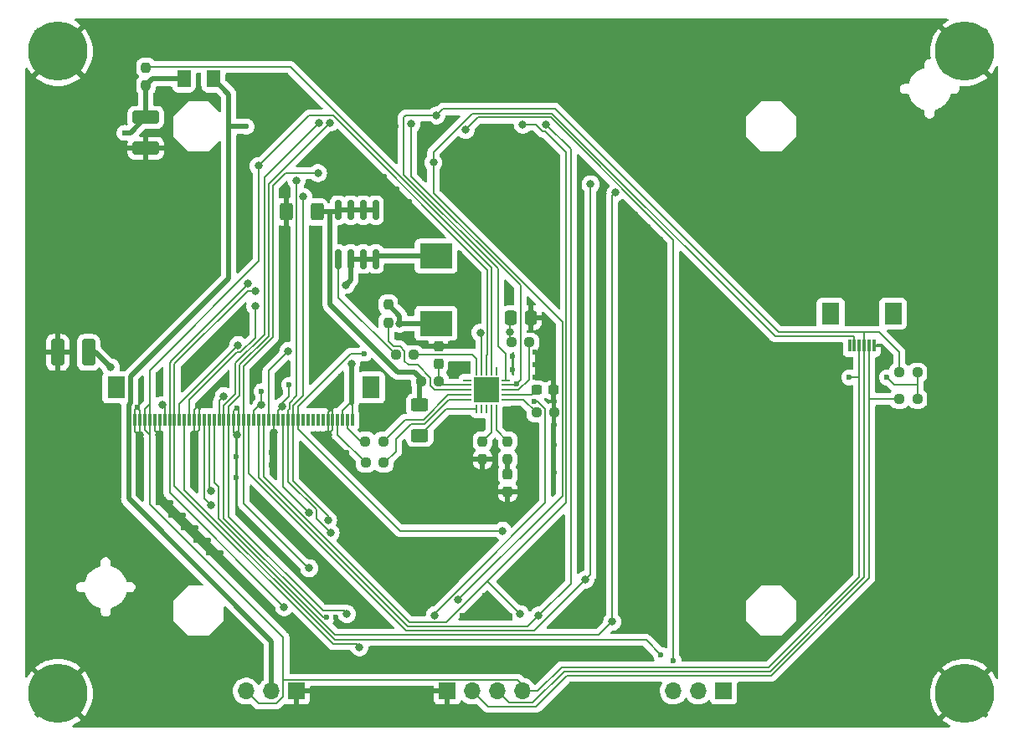
<source format=gbl>
%TF.GenerationSoftware,KiCad,Pcbnew,(6.0.5)*%
%TF.CreationDate,2022-06-02T10:53:14+02:00*%
%TF.ProjectId,Helios-Display,48656c69-6f73-42d4-9469-73706c61792e,5*%
%TF.SameCoordinates,Original*%
%TF.FileFunction,Copper,L2,Bot*%
%TF.FilePolarity,Positive*%
%FSLAX46Y46*%
G04 Gerber Fmt 4.6, Leading zero omitted, Abs format (unit mm)*
G04 Created by KiCad (PCBNEW (6.0.5)) date 2022-06-02 10:53:14*
%MOMM*%
%LPD*%
G01*
G04 APERTURE LIST*
G04 Aperture macros list*
%AMRoundRect*
0 Rectangle with rounded corners*
0 $1 Rounding radius*
0 $2 $3 $4 $5 $6 $7 $8 $9 X,Y pos of 4 corners*
0 Add a 4 corners polygon primitive as box body*
4,1,4,$2,$3,$4,$5,$6,$7,$8,$9,$2,$3,0*
0 Add four circle primitives for the rounded corners*
1,1,$1+$1,$2,$3*
1,1,$1+$1,$4,$5*
1,1,$1+$1,$6,$7*
1,1,$1+$1,$8,$9*
0 Add four rect primitives between the rounded corners*
20,1,$1+$1,$2,$3,$4,$5,0*
20,1,$1+$1,$4,$5,$6,$7,0*
20,1,$1+$1,$6,$7,$8,$9,0*
20,1,$1+$1,$8,$9,$2,$3,0*%
G04 Aperture macros list end*
%TA.AperFunction,ComponentPad*%
%ADD10C,0.800000*%
%TD*%
%TA.AperFunction,ComponentPad*%
%ADD11C,6.000000*%
%TD*%
%TA.AperFunction,ComponentPad*%
%ADD12R,1.700000X1.700000*%
%TD*%
%TA.AperFunction,ComponentPad*%
%ADD13O,1.700000X1.700000*%
%TD*%
%TA.AperFunction,SMDPad,CuDef*%
%ADD14RoundRect,0.237500X-0.237500X0.300000X-0.237500X-0.300000X0.237500X-0.300000X0.237500X0.300000X0*%
%TD*%
%TA.AperFunction,SMDPad,CuDef*%
%ADD15RoundRect,0.150000X0.150000X-0.825000X0.150000X0.825000X-0.150000X0.825000X-0.150000X-0.825000X0*%
%TD*%
%TA.AperFunction,SMDPad,CuDef*%
%ADD16RoundRect,0.062500X-0.062500X0.350000X-0.062500X-0.350000X0.062500X-0.350000X0.062500X0.350000X0*%
%TD*%
%TA.AperFunction,SMDPad,CuDef*%
%ADD17RoundRect,0.062500X-0.350000X0.062500X-0.350000X-0.062500X0.350000X-0.062500X0.350000X0.062500X0*%
%TD*%
%TA.AperFunction,ComponentPad*%
%ADD18C,0.500000*%
%TD*%
%TA.AperFunction,SMDPad,CuDef*%
%ADD19R,2.500000X2.500000*%
%TD*%
%TA.AperFunction,SMDPad,CuDef*%
%ADD20R,0.300000X1.300000*%
%TD*%
%TA.AperFunction,SMDPad,CuDef*%
%ADD21R,1.800000X2.200000*%
%TD*%
%TA.AperFunction,SMDPad,CuDef*%
%ADD22RoundRect,0.250000X0.625000X-0.400000X0.625000X0.400000X-0.625000X0.400000X-0.625000X-0.400000X0*%
%TD*%
%TA.AperFunction,SMDPad,CuDef*%
%ADD23RoundRect,0.237500X0.237500X-0.300000X0.237500X0.300000X-0.237500X0.300000X-0.237500X-0.300000X0*%
%TD*%
%TA.AperFunction,SMDPad,CuDef*%
%ADD24RoundRect,0.237500X0.250000X0.237500X-0.250000X0.237500X-0.250000X-0.237500X0.250000X-0.237500X0*%
%TD*%
%TA.AperFunction,SMDPad,CuDef*%
%ADD25RoundRect,0.250000X0.412500X1.100000X-0.412500X1.100000X-0.412500X-1.100000X0.412500X-1.100000X0*%
%TD*%
%TA.AperFunction,SMDPad,CuDef*%
%ADD26RoundRect,0.237500X-0.250000X-0.237500X0.250000X-0.237500X0.250000X0.237500X-0.250000X0.237500X0*%
%TD*%
%TA.AperFunction,SMDPad,CuDef*%
%ADD27R,3.300000X2.500000*%
%TD*%
%TA.AperFunction,SMDPad,CuDef*%
%ADD28RoundRect,0.250000X0.337500X0.475000X-0.337500X0.475000X-0.337500X-0.475000X0.337500X-0.475000X0*%
%TD*%
%TA.AperFunction,SMDPad,CuDef*%
%ADD29RoundRect,0.237500X-0.300000X-0.237500X0.300000X-0.237500X0.300000X0.237500X-0.300000X0.237500X0*%
%TD*%
%TA.AperFunction,SMDPad,CuDef*%
%ADD30RoundRect,0.250001X0.462499X0.624999X-0.462499X0.624999X-0.462499X-0.624999X0.462499X-0.624999X0*%
%TD*%
%TA.AperFunction,SMDPad,CuDef*%
%ADD31RoundRect,0.250000X-1.100000X0.412500X-1.100000X-0.412500X1.100000X-0.412500X1.100000X0.412500X0*%
%TD*%
%TA.AperFunction,SMDPad,CuDef*%
%ADD32RoundRect,0.237500X0.237500X-0.250000X0.237500X0.250000X-0.237500X0.250000X-0.237500X-0.250000X0*%
%TD*%
%TA.AperFunction,SMDPad,CuDef*%
%ADD33RoundRect,0.237500X-0.237500X0.250000X-0.237500X-0.250000X0.237500X-0.250000X0.237500X0.250000X0*%
%TD*%
%TA.AperFunction,SMDPad,CuDef*%
%ADD34RoundRect,0.250000X0.400000X0.625000X-0.400000X0.625000X-0.400000X-0.625000X0.400000X-0.625000X0*%
%TD*%
%TA.AperFunction,ViaPad*%
%ADD35C,0.600000*%
%TD*%
%TA.AperFunction,ViaPad*%
%ADD36C,0.800000*%
%TD*%
%TA.AperFunction,Conductor*%
%ADD37C,0.200000*%
%TD*%
%TA.AperFunction,Conductor*%
%ADD38C,0.500000*%
%TD*%
G04 APERTURE END LIST*
D10*
X101890000Y-141224000D03*
X106390000Y-141224000D03*
X105730990Y-142814990D03*
X102549010Y-142814990D03*
X104140000Y-138974000D03*
X105730990Y-139633010D03*
X102549010Y-139633010D03*
X104140000Y-143474000D03*
D11*
X104140000Y-141224000D03*
D12*
X171450000Y-140970000D03*
D13*
X168910000Y-140970000D03*
X166370000Y-140970000D03*
D12*
X128255000Y-140970000D03*
D13*
X125715000Y-140970000D03*
X123175000Y-140970000D03*
D12*
X143520000Y-140970000D03*
D13*
X146060000Y-140970000D03*
X148600000Y-140970000D03*
X151140000Y-140970000D03*
D10*
X105730990Y-74609010D03*
D11*
X104140000Y-76200000D03*
D10*
X102549010Y-74609010D03*
X104140000Y-73950000D03*
X101890000Y-76200000D03*
X106390000Y-76200000D03*
X102549010Y-77790990D03*
X105730990Y-77790990D03*
X104140000Y-78450000D03*
X197424990Y-139633010D03*
X194243010Y-139633010D03*
X198084000Y-141224000D03*
X193584000Y-141224000D03*
X195834000Y-143474000D03*
X194243010Y-142814990D03*
X195834000Y-138974000D03*
D11*
X195834000Y-141224000D03*
D10*
X197424990Y-142814990D03*
D11*
X195834000Y-76200000D03*
D10*
X197424990Y-74609010D03*
X195834000Y-73950000D03*
X194243010Y-74609010D03*
X198084000Y-76200000D03*
X197424990Y-77790990D03*
X194243010Y-77790990D03*
X195834000Y-78450000D03*
X193584000Y-76200000D03*
D14*
X149606000Y-119025500D03*
X149606000Y-120750500D03*
D15*
X136271000Y-97217000D03*
X135001000Y-97217000D03*
X133731000Y-97217000D03*
X132461000Y-97217000D03*
X132461000Y-92267000D03*
X133731000Y-92267000D03*
X135001000Y-92267000D03*
X136271000Y-92267000D03*
D16*
X146475000Y-108552500D03*
X146975000Y-108552500D03*
X147475000Y-108552500D03*
X147975000Y-108552500D03*
X148475000Y-108552500D03*
D17*
X149412500Y-109490000D03*
X149412500Y-109990000D03*
X149412500Y-110490000D03*
X149412500Y-110990000D03*
X149412500Y-111490000D03*
D16*
X148475000Y-112427500D03*
X147975000Y-112427500D03*
X147475000Y-112427500D03*
X146975000Y-112427500D03*
X146475000Y-112427500D03*
D17*
X145537500Y-111490000D03*
X145537500Y-110990000D03*
X145537500Y-110490000D03*
X145537500Y-109990000D03*
X145537500Y-109490000D03*
D18*
X146475000Y-109490000D03*
X146475000Y-111490000D03*
X148475000Y-109490000D03*
X148475000Y-111490000D03*
D19*
X147475000Y-110490000D03*
D20*
X111920000Y-113490000D03*
X112420000Y-113490000D03*
X112920000Y-113490000D03*
X113420000Y-113490000D03*
X113920000Y-113490000D03*
X114420000Y-113490000D03*
X114920000Y-113490000D03*
X115420000Y-113490000D03*
X115920000Y-113490000D03*
X116420000Y-113490000D03*
X116920000Y-113490000D03*
X117420000Y-113490000D03*
X117920000Y-113490000D03*
X118420000Y-113490000D03*
X118920000Y-113490000D03*
X119420000Y-113490000D03*
X119920000Y-113490000D03*
X120420000Y-113490000D03*
X120920000Y-113490000D03*
X121420000Y-113490000D03*
X121920000Y-113490000D03*
X122420000Y-113490000D03*
X122920000Y-113490000D03*
X123420000Y-113490000D03*
X123920000Y-113490000D03*
X124420000Y-113490000D03*
X124920000Y-113490000D03*
X125420000Y-113490000D03*
X125920000Y-113490000D03*
X126420000Y-113490000D03*
X126920000Y-113490000D03*
X127420000Y-113490000D03*
X127920000Y-113490000D03*
X128420000Y-113490000D03*
X128920000Y-113490000D03*
X129420000Y-113490000D03*
X129920000Y-113490000D03*
X130420000Y-113490000D03*
X130920000Y-113490000D03*
X131420000Y-113490000D03*
X131920000Y-113490000D03*
X132420000Y-113490000D03*
X132920000Y-113490000D03*
X133420000Y-113490000D03*
X133920000Y-113490000D03*
D21*
X110020000Y-110240000D03*
X135820000Y-110240000D03*
D22*
X140716000Y-115088000D03*
X140716000Y-111988000D03*
D23*
X142621000Y-107796500D03*
X142621000Y-106071500D03*
D24*
X154328500Y-112776000D03*
X152503500Y-112776000D03*
D25*
X107226500Y-106680000D03*
X104101500Y-106680000D03*
D20*
X184170000Y-105990000D03*
X184670000Y-105990000D03*
X185170000Y-105990000D03*
X185670000Y-105990000D03*
X186170000Y-105990000D03*
X186670000Y-105990000D03*
D21*
X188570000Y-102740000D03*
X182270000Y-102740000D03*
D26*
X189206500Y-111379000D03*
X191031500Y-111379000D03*
D27*
X142367000Y-103730000D03*
X142367000Y-96930000D03*
D28*
X151964300Y-103174800D03*
X149889300Y-103174800D03*
D26*
X189206500Y-108712000D03*
X191031500Y-108712000D03*
X149963500Y-105664000D03*
X151788500Y-105664000D03*
D24*
X142644500Y-109601000D03*
X140819500Y-109601000D03*
D29*
X152553500Y-110490000D03*
X154278500Y-110490000D03*
D30*
X119851500Y-78994000D03*
X116876500Y-78994000D03*
D24*
X137080000Y-117856000D03*
X135255000Y-117856000D03*
X137033000Y-115697000D03*
X135208000Y-115697000D03*
D31*
X113030000Y-82892500D03*
X113030000Y-86017500D03*
D24*
X140104500Y-106934000D03*
X138279500Y-106934000D03*
D32*
X113030000Y-79652500D03*
X113030000Y-77827500D03*
D33*
X147066000Y-115673500D03*
X147066000Y-117498500D03*
D32*
X137541000Y-103655500D03*
X137541000Y-101830500D03*
D34*
X130328000Y-92456000D03*
X127228000Y-92456000D03*
D33*
X149606000Y-115673500D03*
X149606000Y-117498500D03*
D35*
X131729006Y-112415032D03*
X159004000Y-95250000D03*
X156972000Y-97790000D03*
X156972000Y-99060000D03*
X156972000Y-100330000D03*
X156972000Y-106680000D03*
X156972000Y-107950000D03*
X156972000Y-109220000D03*
X156972000Y-110490000D03*
X156972000Y-116840000D03*
X156972000Y-118110000D03*
X156972000Y-120650000D03*
X159004000Y-123190000D03*
X159004000Y-118110000D03*
X159004000Y-116840000D03*
X159004000Y-114300000D03*
X159004000Y-113030000D03*
X159004000Y-111760000D03*
X159004000Y-110490000D03*
X159004000Y-109220000D03*
X159004000Y-107950000D03*
X132080000Y-105410000D03*
X152400000Y-106680000D03*
X152400000Y-109220000D03*
X152400000Y-107950000D03*
X153670000Y-104140000D03*
X153670000Y-105410000D03*
X153670000Y-106680000D03*
X153670000Y-107950000D03*
X153670000Y-109220000D03*
X146050000Y-100330000D03*
X144780000Y-101600000D03*
X142240000Y-99060000D03*
X139700000Y-101600000D03*
X140970000Y-100330000D03*
X153670000Y-100330000D03*
X152400000Y-97790000D03*
X153670000Y-96520000D03*
X153670000Y-92710000D03*
X152400000Y-93980000D03*
X151130000Y-95250000D03*
X149860000Y-96520000D03*
X156972000Y-101600000D03*
X152400000Y-88900000D03*
X149860000Y-91440000D03*
X147320000Y-93980000D03*
X148590000Y-92710000D03*
X148590000Y-88900000D03*
X147320000Y-90170000D03*
X146050000Y-91440000D03*
X130810000Y-90170000D03*
X132080000Y-90170000D03*
X137160000Y-88900000D03*
X135890000Y-90170000D03*
X137160000Y-90170000D03*
X138430000Y-90170000D03*
X139700000Y-91440000D03*
X138430000Y-91440000D03*
X138430000Y-93980000D03*
X138430000Y-92710000D03*
X139700000Y-92710000D03*
X130175000Y-96520000D03*
X130175000Y-97790000D03*
X130175000Y-99060000D03*
X130175000Y-100330000D03*
X127000000Y-101600000D03*
X127000000Y-100330000D03*
X127000000Y-99060000D03*
X127000000Y-95250000D03*
X123190000Y-92710000D03*
X123190000Y-93980000D03*
X123190000Y-95250000D03*
X123190000Y-96520000D03*
X118110000Y-99060000D03*
X118110000Y-100330000D03*
X119380000Y-99060000D03*
X119380000Y-97790000D03*
X119380000Y-96520000D03*
X119380000Y-95250000D03*
X119380000Y-93980000D03*
X119380000Y-92710000D03*
X119380000Y-91440000D03*
X114300000Y-120650000D03*
X114300000Y-121920000D03*
X115570000Y-121920000D03*
X119380000Y-127000000D03*
X120650000Y-127000000D03*
X119380000Y-125730000D03*
X118110000Y-124460000D03*
X116840000Y-123190000D03*
X115570000Y-123190000D03*
X116840000Y-124460000D03*
X118110000Y-125730000D03*
X118110000Y-119380000D03*
X118110000Y-118110000D03*
X118110000Y-116840000D03*
X128270000Y-125730000D03*
X127000000Y-124460000D03*
X125730000Y-123190000D03*
X144780000Y-123190000D03*
X143510000Y-121920000D03*
X142240000Y-123190000D03*
X144780000Y-125730000D03*
X146050000Y-127000000D03*
X143510000Y-127000000D03*
X144780000Y-128270000D03*
X140970000Y-125730000D03*
X142240000Y-125730000D03*
X142240000Y-127000000D03*
X139700000Y-123190000D03*
X139700000Y-127000000D03*
X138430000Y-127000000D03*
X138430000Y-125730000D03*
X137160000Y-124460000D03*
X137160000Y-125730000D03*
X137160000Y-127000000D03*
X135890000Y-127000000D03*
X134620000Y-127000000D03*
X133350000Y-125730000D03*
X134620000Y-125730000D03*
X135890000Y-125730000D03*
X135890000Y-124460000D03*
X134620000Y-124460000D03*
X125730000Y-118110000D03*
X125730000Y-116840000D03*
X129540000Y-116840000D03*
X129540000Y-119380000D03*
X132080000Y-119380000D03*
X130810000Y-119380000D03*
X129540000Y-118110000D03*
X130810000Y-118110000D03*
X132080000Y-116840000D03*
X133350000Y-116840000D03*
X133350000Y-118110000D03*
X138430000Y-118110000D03*
X140970000Y-118110000D03*
X140970000Y-119380000D03*
X139700000Y-116840000D03*
X138430000Y-119380000D03*
X139700000Y-119380000D03*
X147320000Y-123190000D03*
X146050000Y-121920000D03*
X144780000Y-120650000D03*
X143510000Y-119380000D03*
X142240000Y-119380000D03*
X142240000Y-118110000D03*
X140970000Y-116840000D03*
X139700000Y-118110000D03*
X137160000Y-119380000D03*
X135890000Y-119380000D03*
X134620000Y-119380000D03*
X165100000Y-91440000D03*
X163830000Y-90170000D03*
X165100000Y-88900000D03*
X165100000Y-90170000D03*
X165100000Y-95250000D03*
X162560000Y-92710000D03*
X163830000Y-93980000D03*
X196850000Y-137160000D03*
X195580000Y-137160000D03*
X194310000Y-137160000D03*
X193040000Y-138430000D03*
X191770000Y-139700000D03*
X191770000Y-140970000D03*
X191770000Y-142240000D03*
X195580000Y-80010000D03*
X196850000Y-80010000D03*
X191770000Y-76200000D03*
X191770000Y-74930000D03*
X107950000Y-74930000D03*
X107950000Y-76200000D03*
X107950000Y-77470000D03*
X106680000Y-78740000D03*
X104140000Y-80010000D03*
X102870000Y-80010000D03*
X102870000Y-137160000D03*
X104140000Y-137160000D03*
X105410000Y-137160000D03*
X106680000Y-138430000D03*
X107950000Y-139700000D03*
X107950000Y-140970000D03*
X107950000Y-142240000D03*
X101600000Y-109220000D03*
X101600000Y-110490000D03*
X101600000Y-111760000D03*
X102870000Y-113030000D03*
X105410000Y-114300000D03*
X102870000Y-114300000D03*
X104140000Y-114300000D03*
X102870000Y-115570000D03*
X104140000Y-115570000D03*
X105410000Y-115570000D03*
X106680000Y-115570000D03*
X107950000Y-115570000D03*
X116840000Y-129540000D03*
X115570000Y-128270000D03*
X114300000Y-127000000D03*
X113030000Y-125730000D03*
X111760000Y-124460000D03*
X110490000Y-123190000D03*
X109220000Y-121920000D03*
X109220000Y-120650000D03*
X109220000Y-119380000D03*
X109220000Y-115570000D03*
X184150000Y-109220000D03*
X187960000Y-109220000D03*
X182880000Y-109220000D03*
X180340000Y-130810000D03*
X179070000Y-130810000D03*
X181610000Y-129540000D03*
X180340000Y-129540000D03*
X179070000Y-129540000D03*
X177800000Y-129540000D03*
X176530000Y-129540000D03*
X175260000Y-129540000D03*
X173990000Y-129540000D03*
X173990000Y-128270000D03*
X173990000Y-127000000D03*
X173990000Y-125730000D03*
X172720000Y-125730000D03*
X180340000Y-107950000D03*
X179070000Y-107950000D03*
X180340000Y-109220000D03*
X181610000Y-107950000D03*
X181610000Y-110490000D03*
X181610000Y-109220000D03*
X189230000Y-113030000D03*
X190500000Y-113030000D03*
X191770000Y-113030000D03*
X193040000Y-111760000D03*
X193040000Y-110490000D03*
X193040000Y-109220000D03*
X193040000Y-107950000D03*
X191770000Y-106680000D03*
X190500000Y-106680000D03*
X189230000Y-105410000D03*
X186690000Y-102870000D03*
X185420000Y-102870000D03*
X184150000Y-102870000D03*
X187960000Y-106680000D03*
X163830000Y-121920000D03*
X163830000Y-120650000D03*
X163830000Y-119380000D03*
X163830000Y-118110000D03*
X163830000Y-116840000D03*
X163830000Y-115570000D03*
X163830000Y-114300000D03*
X163830000Y-111760000D03*
X163830000Y-113030000D03*
X163830000Y-110490000D03*
X163830000Y-109220000D03*
X163830000Y-107950000D03*
X163830000Y-106680000D03*
X163830000Y-105410000D03*
X163830000Y-104140000D03*
X163830000Y-102870000D03*
X163830000Y-101600000D03*
X163830000Y-100330000D03*
X163830000Y-99060000D03*
X163830000Y-97790000D03*
X163830000Y-96520000D03*
X162560000Y-95250000D03*
X162560000Y-96520000D03*
X162560000Y-97790000D03*
X162560000Y-99060000D03*
X162560000Y-100330000D03*
X162560000Y-101600000D03*
X162560000Y-102870000D03*
X162560000Y-104140000D03*
X162560000Y-105410000D03*
X162560000Y-106680000D03*
X162560000Y-107950000D03*
X162560000Y-109220000D03*
X162560000Y-110490000D03*
X162560000Y-111760000D03*
X162560000Y-113030000D03*
X162560000Y-114300000D03*
X162560000Y-115570000D03*
X162560000Y-116840000D03*
X162560000Y-118110000D03*
X162560000Y-119380000D03*
X162560000Y-120650000D03*
X162560000Y-121920000D03*
X162560000Y-123190000D03*
X163830000Y-123190000D03*
X162560000Y-124460000D03*
X163830000Y-124460000D03*
X163830000Y-125730000D03*
X162560000Y-125730000D03*
X161290000Y-125730000D03*
X165100000Y-125730000D03*
X165100000Y-124460000D03*
X161290000Y-93980000D03*
X161290000Y-95250000D03*
X161290000Y-96520000D03*
X161290000Y-97790000D03*
X161290000Y-99060000D03*
X161290000Y-100330000D03*
X161290000Y-101600000D03*
X161290000Y-102870000D03*
X161290000Y-104140000D03*
X161290000Y-105410000D03*
X161290000Y-106680000D03*
X161290000Y-107950000D03*
X161290000Y-109220000D03*
X161290000Y-110490000D03*
X161290000Y-111760000D03*
X161290000Y-113030000D03*
X161290000Y-114300000D03*
X161290000Y-115570000D03*
X161290000Y-116840000D03*
X161290000Y-118110000D03*
X161290000Y-119380000D03*
X161290000Y-120650000D03*
X161290000Y-121920000D03*
X161290000Y-123190000D03*
X161290000Y-124460000D03*
X165100000Y-123190000D03*
X165100000Y-121920000D03*
X165100000Y-120650000D03*
X165100000Y-119380000D03*
X165100000Y-118110000D03*
X165100000Y-116840000D03*
X165100000Y-115570000D03*
X165100000Y-114300000D03*
X165100000Y-113030000D03*
X165100000Y-111760000D03*
X165100000Y-110490000D03*
X165100000Y-109220000D03*
X165100000Y-107950000D03*
X165100000Y-106680000D03*
X165100000Y-105410000D03*
X165100000Y-104140000D03*
X165100000Y-102870000D03*
X165100000Y-101600000D03*
X165100000Y-100330000D03*
X165100000Y-99060000D03*
X165100000Y-97790000D03*
X165100000Y-96520000D03*
X163830000Y-95250000D03*
X162560000Y-93980000D03*
X161290000Y-92710000D03*
X171450000Y-96520000D03*
X171450000Y-95250000D03*
X171450000Y-93980000D03*
X171450000Y-92710000D03*
X171450000Y-91440000D03*
X171450000Y-90170000D03*
X179070000Y-102870000D03*
X180340000Y-102870000D03*
X177800000Y-102870000D03*
X171450000Y-97790000D03*
X172720000Y-99060000D03*
X173990000Y-100330000D03*
X175260000Y-101600000D03*
X176530000Y-102870000D03*
X171450000Y-101600000D03*
X172720000Y-102870000D03*
X171450000Y-125730000D03*
X171450000Y-124460000D03*
X171450000Y-123190000D03*
X171450000Y-121920000D03*
X171450000Y-120650000D03*
X171450000Y-119380000D03*
X171450000Y-118110000D03*
X171450000Y-116840000D03*
X171450000Y-115570000D03*
X171450000Y-114300000D03*
X171450000Y-113030000D03*
X171450000Y-111760000D03*
X171450000Y-110490000D03*
X171450000Y-109220000D03*
X171450000Y-107950000D03*
X171450000Y-106680000D03*
X171450000Y-105410000D03*
X171450000Y-104140000D03*
X171450000Y-102870000D03*
X176530000Y-135890000D03*
X175260000Y-137160000D03*
X180340000Y-132080000D03*
X181610000Y-130810000D03*
X173990000Y-104140000D03*
X175260000Y-105410000D03*
X176530000Y-106680000D03*
X177800000Y-106680000D03*
X179070000Y-106680000D03*
X180340000Y-106680000D03*
X181610000Y-106680000D03*
X182880000Y-106680000D03*
X182880000Y-125730000D03*
X182880000Y-128270000D03*
X182880000Y-129540000D03*
X182880000Y-127000000D03*
X182880000Y-124460000D03*
X182880000Y-120650000D03*
X182880000Y-123190000D03*
X182880000Y-121920000D03*
X182880000Y-119380000D03*
X182880000Y-118110000D03*
X182880000Y-116840000D03*
X182880000Y-115570000D03*
X182880000Y-114300000D03*
X182880000Y-113030000D03*
X182880000Y-107950000D03*
X182880000Y-110490000D03*
X182880000Y-111760000D03*
X187960000Y-107950000D03*
X187960000Y-110490000D03*
X187960000Y-113030000D03*
X187960000Y-114300000D03*
X187960000Y-115570000D03*
X187960000Y-116840000D03*
X187960000Y-118110000D03*
X187960000Y-119380000D03*
X187960000Y-120650000D03*
X187960000Y-121920000D03*
X187960000Y-123190000D03*
X187960000Y-124460000D03*
X187960000Y-125730000D03*
X187960000Y-127000000D03*
X187960000Y-128270000D03*
X187960000Y-129540000D03*
X186690000Y-130810000D03*
X185420000Y-132080000D03*
X184150000Y-133350000D03*
X182880000Y-134620000D03*
X181610000Y-135890000D03*
X180340000Y-137160000D03*
X179070000Y-138430000D03*
X177800000Y-139700000D03*
X176530000Y-140970000D03*
X175260000Y-140970000D03*
X173990000Y-140970000D03*
X173990000Y-142240000D03*
X163830000Y-142240000D03*
X162560000Y-142240000D03*
X161290000Y-142240000D03*
X160020000Y-142240000D03*
X158750000Y-142240000D03*
X157480000Y-142240000D03*
X191770000Y-73660000D03*
D36*
X129544800Y-122885900D03*
X124428200Y-87803800D03*
D35*
X123190000Y-83820000D03*
D36*
X131445000Y-123698000D03*
X128927100Y-90932000D03*
X131699000Y-124968000D03*
X128270000Y-89291400D03*
X129540000Y-128524000D03*
X130429000Y-88519000D03*
X130507000Y-83473300D03*
D35*
X131318000Y-133477000D03*
D36*
X133350000Y-133160500D03*
X131627300Y-83421000D03*
X145370900Y-84142000D03*
D35*
X166370000Y-137922000D03*
D36*
X144616100Y-131733800D03*
X142089100Y-87464100D03*
D35*
X150495000Y-109855000D03*
D36*
X142240000Y-133277600D03*
X139859700Y-83566000D03*
D35*
X152273000Y-111633000D03*
D36*
X142399700Y-82691300D03*
X119634000Y-122174000D03*
X127437500Y-106529650D03*
X119619500Y-120675400D03*
X151130000Y-83615600D03*
X150888300Y-133168600D03*
X153480100Y-83583400D03*
X152755200Y-133306600D03*
X126839086Y-112115522D03*
D35*
X127508000Y-109982000D03*
D36*
X149098000Y-124732044D03*
D35*
X135128000Y-106807000D03*
D36*
X157480000Y-129667000D03*
X157988000Y-89662000D03*
X124714000Y-112011700D03*
D35*
X124714000Y-110617000D03*
D36*
X160524800Y-90491500D03*
X160176000Y-133937500D03*
X120904068Y-111094695D03*
X114681000Y-112014000D03*
X123317000Y-99695000D03*
X127000000Y-132461000D03*
X124079000Y-100457000D03*
X134620000Y-136525000D03*
X122360000Y-105934900D03*
D35*
X165100000Y-137287000D03*
D36*
X124093300Y-101981000D03*
X133800000Y-107823000D03*
X109474000Y-108204000D03*
X138684000Y-103759000D03*
D35*
X168910000Y-143510000D03*
X101600000Y-105410000D03*
X123190000Y-73660000D03*
X138430000Y-78994000D03*
X177800000Y-143510000D03*
X156972000Y-119380000D03*
X144780000Y-143510000D03*
X156972000Y-93472000D03*
X101600000Y-99060000D03*
X151130000Y-73660000D03*
X159004000Y-101600000D03*
X165100000Y-73660000D03*
X147574000Y-119126000D03*
X106045000Y-133223000D03*
X144780000Y-96647000D03*
X154940000Y-126492000D03*
X111760000Y-133223000D03*
X146050000Y-105918000D03*
X159004000Y-91440000D03*
X162560000Y-82296000D03*
X109220000Y-116840000D03*
X146050000Y-143510000D03*
X198120000Y-92710000D03*
X156972000Y-121920000D03*
X162560000Y-73660000D03*
X108966000Y-104394000D03*
X186690000Y-143510000D03*
X160020000Y-80264000D03*
X162560000Y-134366000D03*
X157480000Y-137414000D03*
X129540000Y-73660000D03*
X114300000Y-130429000D03*
X198120000Y-85090000D03*
X149860000Y-138557000D03*
X124460000Y-82296000D03*
X104902000Y-81788000D03*
X189230000Y-73660000D03*
X122936000Y-104140000D03*
X144018000Y-106045000D03*
X101600000Y-118110000D03*
X134366000Y-94742000D03*
X144780000Y-129286000D03*
X112522000Y-109728000D03*
X116840000Y-143510000D03*
X115570000Y-73660000D03*
X184150000Y-73660000D03*
X101600000Y-107950000D03*
X140970000Y-73660000D03*
X162560000Y-143510000D03*
X185420000Y-143510000D03*
X150876000Y-114046000D03*
X172593000Y-132842000D03*
X132080000Y-80518000D03*
X130048000Y-140970000D03*
X149860000Y-133350000D03*
X120904000Y-105791000D03*
X179070000Y-143510000D03*
X101600000Y-81280000D03*
X159004000Y-102870000D03*
X167894000Y-137541000D03*
X152400000Y-114300000D03*
X153670000Y-143510000D03*
X154940000Y-73660000D03*
X191770000Y-143510000D03*
X139700000Y-138176000D03*
X101600000Y-91440000D03*
X129540000Y-143510000D03*
X139700000Y-128016000D03*
X113030000Y-87503000D03*
X129540000Y-135382000D03*
X198120000Y-116840000D03*
X101600000Y-123190000D03*
X198120000Y-99060000D03*
X132080000Y-87122000D03*
X128270000Y-73660000D03*
X101600000Y-88900000D03*
X198120000Y-121920000D03*
X137160000Y-143510000D03*
X152400000Y-143510000D03*
X142240000Y-80264000D03*
X147320000Y-131318000D03*
X165100000Y-87376000D03*
X198120000Y-119380000D03*
X101600000Y-133350000D03*
X132715000Y-109093000D03*
X156972000Y-127762000D03*
X137541000Y-100330000D03*
X142240000Y-129286000D03*
X158750000Y-83820000D03*
X145796000Y-114554000D03*
X138303000Y-83820000D03*
X123190000Y-143510000D03*
X180340000Y-143510000D03*
X118364000Y-80645000D03*
X198120000Y-120650000D03*
X152400000Y-87122000D03*
X198120000Y-127000000D03*
X159004000Y-105410000D03*
X111760000Y-127508000D03*
X105283000Y-126619000D03*
X198120000Y-102870000D03*
X127000000Y-143510000D03*
X172720000Y-73660000D03*
X198120000Y-97790000D03*
X165100000Y-85344000D03*
X124460000Y-143510000D03*
X119380000Y-88900000D03*
X101600000Y-121920000D03*
X149860000Y-73660000D03*
X163830000Y-83820000D03*
X109220000Y-143510000D03*
X172720000Y-137541000D03*
X137160000Y-128016000D03*
X165100000Y-131318000D03*
X143129000Y-89662000D03*
X121920000Y-73660000D03*
X101600000Y-128270000D03*
X124460000Y-139319000D03*
X171450000Y-83820000D03*
X170180000Y-73660000D03*
X172720000Y-143510000D03*
X135890000Y-132842000D03*
X107950000Y-73660000D03*
X101600000Y-132080000D03*
X125730000Y-73660000D03*
X112395000Y-118872000D03*
X190500000Y-143510000D03*
X160020000Y-143510000D03*
X122682000Y-123190000D03*
X115189000Y-84455000D03*
X165100000Y-134366000D03*
X182880000Y-73660000D03*
X139700000Y-143510000D03*
X124460000Y-131445000D03*
X115570000Y-81915000D03*
X118491000Y-111887000D03*
X132080000Y-85598000D03*
X147320000Y-73660000D03*
X127127000Y-104140000D03*
X137160000Y-129286000D03*
X101600000Y-119380000D03*
X157480000Y-131318000D03*
X151003000Y-120777000D03*
X115570000Y-143510000D03*
X154305000Y-111633000D03*
X152400000Y-85344000D03*
X108204000Y-87122000D03*
X185420000Y-73660000D03*
D36*
X117906800Y-115062000D03*
D35*
X101600000Y-92710000D03*
X190500000Y-73660000D03*
X151130000Y-122682000D03*
X114427000Y-109093000D03*
X134620000Y-87122000D03*
X156972000Y-125603000D03*
X157480000Y-88519000D03*
X156972000Y-102870000D03*
X198120000Y-106680000D03*
X119380000Y-111887000D03*
X175260000Y-73660000D03*
X198120000Y-80010000D03*
X159004000Y-96520000D03*
X132080000Y-73660000D03*
X198120000Y-90170000D03*
X147320000Y-143510000D03*
X110744000Y-105791000D03*
X198120000Y-134620000D03*
X167640000Y-73660000D03*
X160020000Y-85471000D03*
X152400000Y-80264000D03*
X149860000Y-87122000D03*
X198120000Y-96520000D03*
X143764000Y-108712000D03*
X120142000Y-80899000D03*
X141224000Y-89027000D03*
X134620000Y-134366000D03*
X120650000Y-143510000D03*
X108966000Y-126365000D03*
X108458000Y-81788000D03*
X140081000Y-105664000D03*
X159004000Y-97790000D03*
X119380000Y-73660000D03*
X129540000Y-81280000D03*
X124460000Y-85852000D03*
X130810000Y-73660000D03*
X157480000Y-73660000D03*
X156210000Y-142240000D03*
X198120000Y-118110000D03*
X198120000Y-105410000D03*
X113030000Y-143510000D03*
X132080000Y-129413000D03*
X147320000Y-133350000D03*
X112649000Y-126619000D03*
X137160000Y-73660000D03*
X133350000Y-73660000D03*
X116967000Y-109093000D03*
D36*
X122207300Y-115062000D03*
D35*
X104902000Y-87122000D03*
X133350000Y-124460000D03*
X139700000Y-129286000D03*
X198120000Y-93980000D03*
X118110000Y-143510000D03*
X112903000Y-105791000D03*
X110871000Y-87503000D03*
X124333000Y-83439000D03*
X138430000Y-137668000D03*
X139700000Y-131064000D03*
X101600000Y-106680000D03*
X129540000Y-87122000D03*
X117703600Y-109093000D03*
X153670000Y-125222000D03*
X121412000Y-140970000D03*
X101600000Y-97790000D03*
X198120000Y-133350000D03*
X101600000Y-86360000D03*
X142875000Y-94869000D03*
X138430000Y-138684000D03*
X116840000Y-73660000D03*
X198120000Y-137160000D03*
X111760000Y-143510000D03*
X198120000Y-91440000D03*
X104140000Y-104394000D03*
X154940000Y-134366000D03*
X154940000Y-123952000D03*
X133350000Y-143510000D03*
X101600000Y-100330000D03*
X129921000Y-108966000D03*
X140970000Y-143510000D03*
X122174000Y-117221000D03*
X156972000Y-114300000D03*
X152908000Y-128016000D03*
X135890000Y-138684000D03*
X198120000Y-109220000D03*
X150114000Y-108458000D03*
X160020000Y-82296000D03*
X104902000Y-130429000D03*
X159004000Y-121920000D03*
X159004000Y-99060000D03*
X157480000Y-83820000D03*
X157480000Y-82296000D03*
X124460000Y-79121000D03*
X101600000Y-113030000D03*
X170180000Y-143510000D03*
X135890000Y-137668000D03*
X156972000Y-111760000D03*
X168910000Y-73660000D03*
X106172000Y-127508000D03*
X163830000Y-73660000D03*
X162560000Y-129540000D03*
X138430000Y-143510000D03*
D36*
X114401600Y-115059829D03*
D35*
X101600000Y-85090000D03*
X162560000Y-131318000D03*
X181610000Y-143510000D03*
X159004000Y-104140000D03*
X135128000Y-83820000D03*
X114427000Y-110617000D03*
X187960000Y-143510000D03*
X159004000Y-119380000D03*
X137160000Y-134366000D03*
X159004000Y-127635000D03*
X127000000Y-134112000D03*
X123444000Y-138303000D03*
X101600000Y-129540000D03*
X121666000Y-128524000D03*
X144272000Y-137922000D03*
X126746000Y-109093000D03*
X126746000Y-79121000D03*
X137668000Y-109474000D03*
X116962189Y-109829600D03*
X152400000Y-116967000D03*
X133350000Y-88773000D03*
X101600000Y-115570000D03*
D36*
X125920000Y-114746800D03*
D35*
X198120000Y-82550000D03*
X198120000Y-123190000D03*
X136652000Y-112903000D03*
X198120000Y-83820000D03*
X151130000Y-143510000D03*
X101600000Y-130810000D03*
X180340000Y-73660000D03*
X139700000Y-73660000D03*
X160020000Y-73660000D03*
X187960000Y-73660000D03*
X114554000Y-80391000D03*
X128270000Y-138684000D03*
X122224343Y-112303479D03*
X123317000Y-89916000D03*
X144780000Y-80264000D03*
X142240000Y-73660000D03*
X132080000Y-143510000D03*
X134620000Y-143510000D03*
X101600000Y-95250000D03*
X149733000Y-100584000D03*
X126619000Y-127127000D03*
X114427000Y-116586000D03*
X104140000Y-108712000D03*
X130810000Y-138684000D03*
X134620000Y-132969000D03*
X147320000Y-80264000D03*
X139700000Y-79248000D03*
X159004000Y-106680000D03*
X154305000Y-116078000D03*
X171450000Y-88900000D03*
X119380000Y-90170000D03*
X137160000Y-138176000D03*
X161290000Y-73660000D03*
X101600000Y-101600000D03*
X143510000Y-143510000D03*
X150114000Y-107061000D03*
X130556000Y-127762000D03*
X149860000Y-85344000D03*
X148590000Y-143510000D03*
X171450000Y-143510000D03*
X146050000Y-73660000D03*
X160020000Y-137414000D03*
X198120000Y-104140000D03*
X116713000Y-80899000D03*
X144907000Y-113538000D03*
X101600000Y-82550000D03*
X165100000Y-127762000D03*
X156972000Y-113030000D03*
X132207000Y-133477000D03*
X133350000Y-138684000D03*
X101600000Y-102870000D03*
X115189000Y-87503000D03*
X132080000Y-138176000D03*
X135128000Y-107950000D03*
X109220000Y-118110000D03*
X147320000Y-137541000D03*
X198120000Y-125730000D03*
X139573000Y-110236000D03*
X198120000Y-115570000D03*
X198120000Y-113030000D03*
X156210000Y-73660000D03*
X159004000Y-115570000D03*
X167640000Y-134366000D03*
X121412000Y-78867000D03*
X136144000Y-101600000D03*
X133096000Y-94742000D03*
X156210000Y-143510000D03*
X107950000Y-143510000D03*
X139700000Y-80264000D03*
X156972000Y-96520000D03*
X146685000Y-102997000D03*
X149860000Y-129286000D03*
X142875000Y-114427000D03*
X110490000Y-73660000D03*
X198120000Y-86360000D03*
X138430000Y-73660000D03*
X150622000Y-112522000D03*
X176530000Y-73660000D03*
X121412000Y-104140000D03*
X157480000Y-80264000D03*
X111760000Y-81026000D03*
X122174000Y-119380000D03*
X198120000Y-88900000D03*
X124460000Y-73660000D03*
X101600000Y-124460000D03*
X171450000Y-73660000D03*
X177800000Y-73660000D03*
X152400000Y-137795000D03*
X151003000Y-115697000D03*
X135255000Y-102489000D03*
X165100000Y-129540000D03*
X101600000Y-96520000D03*
X198120000Y-101600000D03*
X141732000Y-83566000D03*
X159004000Y-120650000D03*
X154305000Y-114046000D03*
X167640000Y-82296000D03*
X101600000Y-104140000D03*
D36*
X112395000Y-115059829D03*
D35*
X198120000Y-114300000D03*
X198120000Y-87630000D03*
X166370000Y-143510000D03*
X144018000Y-115570000D03*
X113030000Y-130429000D03*
X105283000Y-133985000D03*
X198120000Y-132080000D03*
X126873000Y-83947000D03*
X130810000Y-137668000D03*
X156972000Y-105410000D03*
X101600000Y-134620000D03*
X144780000Y-79248000D03*
X198120000Y-128270000D03*
X112522000Y-111252000D03*
X154305000Y-118872000D03*
X198120000Y-111760000D03*
X129540000Y-129794000D03*
X132080000Y-131191000D03*
X149606000Y-84074000D03*
X186690000Y-73660000D03*
X135890000Y-143510000D03*
X143764000Y-113538000D03*
X157480000Y-143510000D03*
X184150000Y-143510000D03*
X149860000Y-143510000D03*
X112141000Y-112268000D03*
X161290000Y-143510000D03*
X124206000Y-109093000D03*
X160020000Y-83820000D03*
X156972000Y-115570000D03*
X163830000Y-143510000D03*
X101600000Y-90170000D03*
X179070000Y-73660000D03*
X147193000Y-125730000D03*
X175260000Y-143510000D03*
X101600000Y-125730000D03*
X163830000Y-127762000D03*
X108966000Y-125222000D03*
X156972000Y-104140000D03*
X135128000Y-112903000D03*
X157480000Y-134366000D03*
X152400000Y-121412000D03*
X125730000Y-143510000D03*
X154940000Y-143510000D03*
X145542000Y-116586000D03*
X124460000Y-136398000D03*
X101600000Y-137160000D03*
X144780000Y-87249000D03*
X198120000Y-107950000D03*
X114300000Y-143510000D03*
X198120000Y-81280000D03*
X141224000Y-105918000D03*
X145161000Y-138811000D03*
X145034000Y-133350000D03*
X162560000Y-137414000D03*
X162560000Y-80264000D03*
X158750000Y-73660000D03*
X101600000Y-83820000D03*
X189230000Y-143510000D03*
X101600000Y-120650000D03*
X123952000Y-124460000D03*
X154940000Y-142240000D03*
X198120000Y-110490000D03*
X142240000Y-131064000D03*
X198120000Y-129540000D03*
X143510000Y-73660000D03*
X133350000Y-137668000D03*
X127127000Y-89916000D03*
X167640000Y-80264000D03*
X142240000Y-79248000D03*
X198120000Y-95250000D03*
X134620000Y-73660000D03*
X110490000Y-143510000D03*
X129540000Y-138176000D03*
X141605000Y-140970000D03*
X182880000Y-143510000D03*
X127000000Y-73660000D03*
X101600000Y-127000000D03*
X120650000Y-73660000D03*
X101600000Y-93980000D03*
X140970000Y-138684000D03*
X198120000Y-100330000D03*
X144780000Y-73660000D03*
X103759000Y-130429000D03*
X173990000Y-73660000D03*
X145542000Y-108077000D03*
X125222000Y-125730000D03*
X119380000Y-110998000D03*
X198120000Y-124460000D03*
X148336000Y-116840000D03*
X198120000Y-130810000D03*
X148590000Y-73660000D03*
X101600000Y-87630000D03*
X121920000Y-143510000D03*
D36*
X131420000Y-115062000D03*
D35*
X101600000Y-80010000D03*
X113030000Y-73660000D03*
X132080000Y-88773000D03*
X112649000Y-134112000D03*
X167640000Y-143510000D03*
X147066000Y-83820000D03*
X101600000Y-114300000D03*
X154940000Y-137414000D03*
X114300000Y-73660000D03*
X147320000Y-79248000D03*
X154940000Y-80264000D03*
X149860000Y-130810000D03*
X134620000Y-82042000D03*
X118110000Y-73660000D03*
X176530000Y-143510000D03*
X153670000Y-73660000D03*
X109220000Y-73660000D03*
X144780000Y-85598000D03*
X120954800Y-109575600D03*
X134620000Y-138176000D03*
X124460000Y-80264000D03*
X152400000Y-73660000D03*
X121412000Y-139192000D03*
X159004000Y-100330000D03*
X119380000Y-143510000D03*
X128270000Y-143510000D03*
X165100000Y-143510000D03*
X138303000Y-112903000D03*
X101600000Y-116840000D03*
X149606000Y-113538000D03*
X148336000Y-118237000D03*
X125730000Y-132842000D03*
X142240000Y-143510000D03*
X130810000Y-143510000D03*
X198120000Y-135890000D03*
X181610000Y-73660000D03*
X119507000Y-105791000D03*
X101600000Y-135890000D03*
X135890000Y-73660000D03*
X134620000Y-80518000D03*
X138430000Y-99314000D03*
X166370000Y-73660000D03*
X172974000Y-130302000D03*
X128270000Y-137668000D03*
X158750000Y-143510000D03*
X135636000Y-94742000D03*
X173990000Y-143510000D03*
X151130000Y-90170000D03*
X104140000Y-112014000D03*
X111760000Y-73660000D03*
X110871000Y-84455000D03*
D36*
X146847800Y-104685000D03*
X149831700Y-104583900D03*
X133268500Y-99840000D03*
D37*
X185170000Y-129385000D02*
X185170000Y-110113000D01*
X185170000Y-110113000D02*
X185170000Y-109351000D01*
X185170000Y-105990000D02*
X185170000Y-110113000D01*
X185170000Y-109351000D02*
X185170000Y-109216000D01*
X184150000Y-109220000D02*
X185166000Y-109220000D01*
X185166000Y-109220000D02*
X185170000Y-109216000D01*
X191031500Y-109958500D02*
X188698500Y-109958500D01*
X188698500Y-109958500D02*
X187960000Y-109220000D01*
X189206500Y-108712000D02*
X189206500Y-106656500D01*
X189206500Y-106656500D02*
X187202000Y-104652000D01*
X187202000Y-104652000D02*
X185670000Y-104652000D01*
X142399700Y-82691300D02*
X143049000Y-82042000D01*
X143049000Y-82042000D02*
X154432000Y-82042000D01*
X154432000Y-82042000D02*
X177029300Y-104639300D01*
X177029300Y-104639300D02*
X185657300Y-104639300D01*
X185657300Y-104639300D02*
X185670000Y-104652000D01*
X185670000Y-104652000D02*
X185670000Y-105990000D01*
X186670000Y-105990000D02*
X187270000Y-105990000D01*
X187270000Y-105990000D02*
X187960000Y-106680000D01*
X176010000Y-138545000D02*
X185170000Y-129385000D01*
X124407200Y-142202200D02*
X123175000Y-140970000D01*
X147475000Y-107007200D02*
X147574600Y-106907600D01*
X129544800Y-122885900D02*
X126920000Y-120261100D01*
X155079000Y-138545000D02*
X176010000Y-138545000D01*
X131973300Y-82720700D02*
X129511300Y-82720700D01*
X112920000Y-112396000D02*
X113420000Y-111896000D01*
X113420000Y-113490000D02*
X113420000Y-111896000D01*
X126923200Y-139819600D02*
X126923200Y-141499700D01*
X147475000Y-108552500D02*
X147475000Y-107007200D01*
X147574600Y-98322000D02*
X131973300Y-82720700D01*
X126220700Y-142202200D02*
X124407200Y-142202200D01*
X113420000Y-111896000D02*
X113420000Y-108466900D01*
X151767500Y-140970000D02*
X150617100Y-139819600D01*
X112920000Y-113490000D02*
X112920000Y-112396000D01*
X147574600Y-106907600D02*
X147574600Y-98322000D01*
X150617100Y-139819600D02*
X126923200Y-139819600D01*
X126923200Y-141499700D02*
X126220700Y-142202200D01*
X126923200Y-139819600D02*
X126923200Y-135523200D01*
X113420000Y-122020000D02*
X113420000Y-115027600D01*
X152654000Y-140970000D02*
X155079000Y-138545000D01*
X124428200Y-97458700D02*
X124428200Y-87803800D01*
X113420000Y-115027600D02*
X113420000Y-113490000D01*
X113420000Y-108466900D02*
X124428200Y-97458700D01*
X112920000Y-114527600D02*
X113420000Y-115027600D01*
X191031500Y-111379000D02*
X191031500Y-109958500D01*
X126923200Y-135523200D02*
X113420000Y-122020000D01*
X129511300Y-82720700D02*
X124428200Y-87803800D01*
X191031500Y-109958500D02*
X191031500Y-108712000D01*
X151140000Y-140970000D02*
X152654000Y-140970000D01*
X112920000Y-113490000D02*
X112920000Y-114527600D01*
X126920000Y-120261100D02*
X126920000Y-113490000D01*
D38*
X121415800Y-83820000D02*
X121413900Y-83818100D01*
X111269600Y-121486000D02*
X111269600Y-112008734D01*
X125715000Y-140970000D02*
X125715000Y-135931400D01*
X111468499Y-109113501D02*
X121413900Y-99168100D01*
X111468499Y-111809835D02*
X111468499Y-109113501D01*
X121413900Y-99168100D02*
X121413900Y-83818100D01*
X121413900Y-80556400D02*
X119851500Y-78994000D01*
X125715000Y-135931400D02*
X111269600Y-121486000D01*
X111269600Y-112008734D02*
X111468499Y-111809835D01*
X121413900Y-83818100D02*
X121413900Y-80556400D01*
X123190000Y-83820000D02*
X121415800Y-83820000D01*
D37*
X128927100Y-111045906D02*
X128927100Y-90932000D01*
X127920000Y-113490000D02*
X127938098Y-113471902D01*
X127938098Y-112034908D02*
X128927100Y-111045906D01*
X131445000Y-123698000D02*
X131445000Y-123229600D01*
X127920000Y-119704600D02*
X127920000Y-113490000D01*
X127938098Y-113471902D02*
X127938098Y-112034908D01*
X131445000Y-123229600D02*
X127920000Y-119704600D01*
X130245100Y-123514100D02*
X130245100Y-122595800D01*
X127420000Y-113490000D02*
X127420000Y-112523851D01*
X127538587Y-112405264D02*
X127538587Y-111771519D01*
X127420000Y-119770700D02*
X127420000Y-114440300D01*
X131699000Y-124968000D02*
X130245100Y-123514100D01*
X130245100Y-122595800D02*
X127420000Y-119770700D01*
X127420000Y-113490000D02*
X127420000Y-114440300D01*
X128226800Y-111083306D02*
X128226800Y-89334600D01*
X128226800Y-89334600D02*
X128270000Y-89291400D01*
X127420000Y-112523851D02*
X127538587Y-112405264D01*
X127538587Y-111771519D02*
X128226800Y-111083306D01*
X125835750Y-89810250D02*
X125835750Y-104626750D01*
X122920000Y-113490000D02*
X122920000Y-108059177D01*
X130429000Y-88519000D02*
X127127000Y-88519000D01*
X129363400Y-128419700D02*
X122920000Y-121976300D01*
X122920000Y-108059177D02*
X125835750Y-105143427D01*
X125835750Y-105143427D02*
X125835750Y-104626750D01*
X127127000Y-88519000D02*
X125835750Y-89810250D01*
X122920000Y-121976300D02*
X122920000Y-113490000D01*
X125017200Y-88963100D02*
X130507000Y-83473300D01*
X125017200Y-104471800D02*
X125017200Y-88963100D01*
X125017200Y-104831965D02*
X125017200Y-104471800D01*
X120920000Y-123460000D02*
X130937000Y-133477000D01*
X120920000Y-112092628D02*
X122104300Y-110908328D01*
X120920000Y-113490000D02*
X120920000Y-123460000D01*
X122104300Y-110908328D02*
X122104300Y-107744865D01*
X122104300Y-107744865D02*
X125017200Y-104831965D01*
X130937000Y-133477000D02*
X131318000Y-133477000D01*
X120920000Y-113490000D02*
X120920000Y-112092628D01*
X125417600Y-104706400D02*
X125417600Y-89630700D01*
X121420000Y-112157622D02*
X122503811Y-111073811D01*
X122503811Y-111073811D02*
X122503811Y-107910360D01*
X121420000Y-123325000D02*
X130937000Y-132842000D01*
X125417600Y-104996571D02*
X125417600Y-104706400D01*
X133031500Y-132842000D02*
X133350000Y-133160500D01*
X121420000Y-113490000D02*
X121420000Y-123325000D01*
X121420000Y-113490000D02*
X121420000Y-112157622D01*
X122503811Y-107910360D02*
X125417600Y-104996571D01*
X130937000Y-132842000D02*
X133031500Y-132842000D01*
X125417600Y-89630700D02*
X131627300Y-83421000D01*
X153941300Y-82883100D02*
X146629800Y-82883100D01*
X166370000Y-95311800D02*
X153941300Y-82883100D01*
X166370000Y-137922000D02*
X166370000Y-95311800D01*
X146629800Y-82883100D02*
X145370900Y-84142000D01*
X146009100Y-82482800D02*
X142089100Y-86402800D01*
X142089100Y-87464100D02*
X142089100Y-90521700D01*
X142089100Y-90521700D02*
X155133200Y-103565800D01*
X142089100Y-86402800D02*
X142089100Y-87464100D01*
X176664200Y-105039700D02*
X154107300Y-82482800D01*
X154107300Y-82482800D02*
X146009100Y-82482800D01*
X184670000Y-105990000D02*
X184670000Y-105039700D01*
X155133200Y-103565800D02*
X155133200Y-121216700D01*
X184670000Y-105039700D02*
X176664200Y-105039700D01*
X155133200Y-121216700D02*
X144616100Y-131733800D01*
X150898600Y-99914594D02*
X150898600Y-100561400D01*
X146060000Y-140970000D02*
X147630100Y-142540100D01*
X145099100Y-130236900D02*
X153416000Y-121920000D01*
X152273000Y-111633000D02*
X152607460Y-111633000D01*
X150360000Y-109990000D02*
X149412500Y-109990000D01*
X147630100Y-142540100D02*
X152480900Y-142540100D01*
X155592400Y-139428600D02*
X176258600Y-139428600D01*
X142240000Y-133277600D02*
X142240000Y-133118900D01*
X186182000Y-111379000D02*
X186170000Y-111367000D01*
X150495000Y-109855000D02*
X150898600Y-109451400D01*
X189206500Y-111379000D02*
X186182000Y-111379000D01*
X150898600Y-109451400D02*
X150898600Y-100561400D01*
X186170000Y-111367000D02*
X186170000Y-108954000D01*
X153416000Y-121920000D02*
X153416000Y-112649000D01*
X150495000Y-109855000D02*
X150360000Y-109990000D01*
X186170000Y-108954000D02*
X186170000Y-105990000D01*
X139859700Y-88875694D02*
X150898600Y-99914594D01*
X142240000Y-133118900D02*
X145099100Y-130259800D01*
X152480900Y-142540100D02*
X155592400Y-139428600D01*
X145099100Y-130259800D02*
X145099100Y-130236900D01*
X153416000Y-112441540D02*
X153416000Y-112649000D01*
X176258600Y-139428600D02*
X186170000Y-129517200D01*
X186170000Y-129517200D02*
X186170000Y-111367000D01*
X139859700Y-83566000D02*
X139859700Y-88875694D01*
X152607460Y-111633000D02*
X153416000Y-112441540D01*
X139304700Y-82691300D02*
X139113200Y-82882800D01*
X148611700Y-106026600D02*
X149412500Y-106827400D01*
X142399700Y-82691300D02*
X139304700Y-82691300D01*
X155303950Y-138955050D02*
X176166050Y-138955050D01*
X176166050Y-138955050D02*
X185670000Y-129451100D01*
X148611700Y-98192700D02*
X148611700Y-106026600D01*
X149749511Y-142119511D02*
X152139489Y-142119511D01*
X148600000Y-140970000D02*
X149749511Y-142119511D01*
X139113200Y-88694200D02*
X148611700Y-98192700D01*
X139113200Y-82882800D02*
X139113200Y-88694200D01*
X152139489Y-142119511D02*
X155303950Y-138955050D01*
X149412500Y-106827400D02*
X149412500Y-109490000D01*
X185670000Y-129451100D02*
X185670000Y-105990000D01*
X118920000Y-121460000D02*
X118920000Y-113490000D01*
X119634000Y-122174000D02*
X118920000Y-121460000D01*
X125420000Y-108547150D02*
X127437500Y-106529650D01*
X125420000Y-113490000D02*
X125420000Y-108547150D01*
X119420000Y-120475900D02*
X119619500Y-120675400D01*
X119420000Y-113490000D02*
X119420000Y-120475900D01*
X143426100Y-133978000D02*
X147561900Y-129842200D01*
X153162000Y-84328000D02*
X153416000Y-84328000D01*
X151130000Y-83615600D02*
X152449600Y-83615600D01*
X155533500Y-86445500D02*
X155533500Y-121870600D01*
X147561900Y-129842200D02*
X150888300Y-133168600D01*
X153416000Y-84328000D02*
X155533500Y-86445500D01*
X152449600Y-83615600D02*
X153162000Y-84328000D01*
X124920000Y-113490000D02*
X124920000Y-119251800D01*
X155533500Y-121870600D02*
X147561900Y-129842200D01*
X139646200Y-133978000D02*
X143426100Y-133978000D01*
X124920000Y-119251800D02*
X139646200Y-133978000D01*
X156001000Y-130060800D02*
X156001000Y-86104300D01*
X139517400Y-134426900D02*
X151634900Y-134426900D01*
X151634900Y-134426900D02*
X152755200Y-133306600D01*
X124420000Y-113490000D02*
X124420000Y-119329500D01*
X152755200Y-133306600D02*
X156001000Y-130060800D01*
X156001000Y-86104300D02*
X153480100Y-83583400D01*
X124420000Y-119329500D02*
X139517400Y-134426900D01*
X127508000Y-109982000D02*
X127508000Y-111125000D01*
X126420000Y-112534608D02*
X126839086Y-112115522D01*
X126839086Y-111793914D02*
X126839086Y-112115522D01*
X127508000Y-111125000D02*
X126839086Y-111793914D01*
X126420000Y-113490000D02*
X126420000Y-112534608D01*
X133731000Y-106807000D02*
X128420000Y-112118000D01*
X149098000Y-124732044D02*
X138711744Y-124732044D01*
X128420000Y-112118000D02*
X128420000Y-113490000D01*
X128420000Y-113490000D02*
X128420000Y-114440300D01*
X138711744Y-124732044D02*
X138434850Y-124455150D01*
X135128000Y-106807000D02*
X133731000Y-106807000D01*
X128420000Y-114440300D02*
X138434850Y-124455150D01*
X123420000Y-118906164D02*
X139358435Y-134844600D01*
X152302400Y-134844600D02*
X157480000Y-129667000D01*
X123420000Y-113490000D02*
X123420000Y-118906164D01*
X157480000Y-129667000D02*
X157988000Y-129159000D01*
X157988000Y-89662000D02*
X157988000Y-129159000D01*
X139358435Y-134844600D02*
X152302400Y-134844600D01*
X123920000Y-113490000D02*
X123920000Y-112590978D01*
X123920000Y-112590978D02*
X124499278Y-112011700D01*
X124499278Y-112011700D02*
X124714000Y-112011700D01*
X124714000Y-112011700D02*
X124714000Y-110617000D01*
X160176000Y-133937500D02*
X160176000Y-90840300D01*
X132149911Y-135271400D02*
X120345200Y-123466688D01*
X119919605Y-119868805D02*
X119919605Y-119246795D01*
X119920000Y-119246400D02*
X119920000Y-113490000D01*
X158842100Y-135271400D02*
X132149911Y-135271400D01*
X120345200Y-120294400D02*
X119919605Y-119868805D01*
X160176000Y-90840300D02*
X160524800Y-90491500D01*
X160176000Y-133937500D02*
X158842100Y-135271400D01*
X120345200Y-123466688D02*
X120345200Y-120294400D01*
X120420000Y-113490000D02*
X120420000Y-111578763D01*
X120420000Y-111578763D02*
X120904068Y-111094695D01*
X114920000Y-113490000D02*
X114920000Y-112253000D01*
X114920000Y-112253000D02*
X114681000Y-112014000D01*
X115420000Y-113490000D02*
X115420000Y-107719000D01*
X115697000Y-107442000D02*
X115519700Y-107619300D01*
X115420000Y-120881000D02*
X115420000Y-113490000D01*
X123571000Y-99568000D02*
X115697000Y-107442000D01*
X127000000Y-132461000D02*
X115420000Y-120881000D01*
X115420000Y-107719000D02*
X115697000Y-107442000D01*
X115920000Y-113490000D02*
X115920000Y-107854000D01*
X131960861Y-136212339D02*
X134307339Y-136212339D01*
X123317000Y-100457000D02*
X124079000Y-100457000D01*
X115920000Y-113490000D02*
X115920000Y-120171478D01*
X115920000Y-120171478D02*
X131960861Y-136212339D01*
X115920000Y-107854000D02*
X123317000Y-100457000D01*
X134307339Y-136212339D02*
X134620000Y-136525000D01*
X122360000Y-105934900D02*
X122360000Y-105935200D01*
X116420000Y-111875200D02*
X116420000Y-113490000D01*
X122360000Y-105935200D02*
X116420000Y-111875200D01*
X163608290Y-135795290D02*
X132108808Y-135795290D01*
X132108808Y-135795290D02*
X116920000Y-120606482D01*
X165100000Y-137287000D02*
X163608290Y-135795290D01*
X116920000Y-120606482D02*
X116920000Y-113490000D01*
X117420000Y-111484800D02*
X122226400Y-106678400D01*
X122226400Y-106678400D02*
X122605759Y-106678400D01*
X124093300Y-105190859D02*
X124093300Y-101981000D01*
X122605759Y-106678400D02*
X124093300Y-105190859D01*
X117420000Y-113490000D02*
X117420000Y-111484800D01*
X132420000Y-113490000D02*
X132420000Y-115021000D01*
X132420000Y-115021000D02*
X135255000Y-117856000D01*
D38*
X138684000Y-102973500D02*
X138684000Y-103759000D01*
X137541000Y-101830500D02*
X138684000Y-102973500D01*
X107226500Y-106680000D02*
X107950000Y-106680000D01*
D37*
X132920000Y-113490000D02*
X132920000Y-112590978D01*
D38*
X107950000Y-106680000D02*
X109474000Y-108204000D01*
X138713000Y-103730000D02*
X138684000Y-103759000D01*
X133800000Y-108189300D02*
X133800000Y-111818000D01*
D37*
X133920000Y-111938000D02*
X133800000Y-111818000D01*
D38*
X142367000Y-103730000D02*
X138713000Y-103730000D01*
D37*
X133692978Y-111818000D02*
X133800000Y-111818000D01*
X132920000Y-112590978D02*
X133692978Y-111818000D01*
X133920000Y-113490000D02*
X133920000Y-111938000D01*
X133420000Y-114389022D02*
X134727978Y-115697000D01*
X134727978Y-115697000D02*
X135208000Y-115697000D01*
X133420000Y-113490000D02*
X133420000Y-114389022D01*
D38*
X149606000Y-117498500D02*
X149606000Y-119025500D01*
D37*
X148475000Y-111490000D02*
X147475000Y-110490000D01*
X117920000Y-115048800D02*
X117906800Y-115062000D01*
X117920000Y-113490000D02*
X117920000Y-112458000D01*
X118420000Y-112466000D02*
X118491000Y-112395000D01*
X131920000Y-113490000D02*
X131920000Y-114562000D01*
X118420000Y-113490000D02*
X118420000Y-114548800D01*
X118420000Y-113490000D02*
X118420000Y-112466000D01*
X122420000Y-113490000D02*
X122420000Y-114849300D01*
X111920000Y-112489000D02*
X112141000Y-112268000D01*
X121920000Y-113490000D02*
X121920000Y-114774700D01*
X112420000Y-112547000D02*
X112141000Y-112268000D01*
X111920000Y-113490000D02*
X111920000Y-112489000D01*
X125920000Y-114746800D02*
X125920000Y-113490000D01*
X131420000Y-114440300D02*
X131420000Y-115062000D01*
X114420000Y-113490000D02*
X114420000Y-115041429D01*
X113920000Y-114578229D02*
X114401600Y-115059829D01*
X122420000Y-113490000D02*
X122420000Y-112499136D01*
X122420000Y-114849300D02*
X122207300Y-115062000D01*
X111920000Y-114711829D02*
X112268000Y-115059829D01*
X131920000Y-113490000D02*
X131920000Y-112606026D01*
X117920000Y-114991300D02*
X117849300Y-115062000D01*
X112420000Y-113490000D02*
X112420000Y-114907829D01*
X118420000Y-114548800D02*
X117906800Y-115062000D01*
X131420000Y-112724038D02*
X131729006Y-112415032D01*
X121920000Y-113490000D02*
X121920000Y-112607822D01*
X113920000Y-113490000D02*
X113920000Y-114578229D01*
X114420000Y-115041429D02*
X114401600Y-115059829D01*
X111920000Y-113490000D02*
X111920000Y-114711829D01*
X131920000Y-114562000D02*
X131420000Y-115062000D01*
X117920000Y-112458000D02*
X118491000Y-111887000D01*
X112420000Y-114907829D02*
X112268000Y-115059829D01*
X112420000Y-113490000D02*
X112420000Y-112547000D01*
X131420000Y-113490000D02*
X131420000Y-112724038D01*
X154328500Y-112776000D02*
X154278500Y-112726000D01*
X122420000Y-112499136D02*
X122224343Y-112303479D01*
X117920000Y-113490000D02*
X117920000Y-115048800D01*
X121920000Y-114774700D02*
X122207300Y-115062000D01*
X121920000Y-112607822D02*
X122224343Y-112303479D01*
X118491000Y-112395000D02*
X118491000Y-111887000D01*
X131920000Y-112606026D02*
X131729006Y-112415032D01*
X131420000Y-113490000D02*
X131420000Y-114440300D01*
D38*
X113030000Y-82892500D02*
X113030000Y-79652500D01*
X111467500Y-84455000D02*
X113030000Y-82892500D01*
X116876500Y-78994000D02*
X113688500Y-78994000D01*
X110871000Y-84455000D02*
X111467500Y-84455000D01*
X113688500Y-78994000D02*
X113030000Y-79652500D01*
D37*
X149860000Y-104583900D02*
X149831700Y-104583900D01*
X149860000Y-105560500D02*
X149860000Y-104583900D01*
X149860000Y-103145500D02*
X149860000Y-104583900D01*
X149963500Y-105664000D02*
X149860000Y-105560500D01*
X146975000Y-108552500D02*
X146975000Y-104812200D01*
X146975000Y-104812200D02*
X146847800Y-104685000D01*
X149412500Y-110990000D02*
X152053500Y-110990000D01*
X152053500Y-110990000D02*
X152553500Y-110490000D01*
X143010000Y-109990000D02*
X142748000Y-109728000D01*
X142644500Y-109601000D02*
X142644500Y-107820000D01*
X142644500Y-107820000D02*
X142621000Y-107796500D01*
X142748000Y-109728000D02*
X142644500Y-109728000D01*
X145537500Y-109990000D02*
X143010000Y-109990000D01*
D38*
X135001000Y-97217000D02*
X136271000Y-97217000D01*
X133731000Y-99377500D02*
X133268500Y-99840000D01*
X133731000Y-97217000D02*
X133731000Y-99377500D01*
X135001000Y-97217000D02*
X133731000Y-97217000D01*
X136271000Y-97217000D02*
X136558000Y-96930000D01*
X136558000Y-96930000D02*
X142367000Y-96930000D01*
D37*
X132461000Y-101115500D02*
X138279500Y-106934000D01*
X132461000Y-97217000D02*
X132461000Y-101115500D01*
D38*
X140716000Y-109728000D02*
X140716000Y-111988000D01*
X132272000Y-92456000D02*
X132461000Y-92267000D01*
X138472450Y-108669550D02*
X131658700Y-101855800D01*
X131658700Y-92456000D02*
X132272000Y-92456000D01*
X140165550Y-108669550D02*
X138472450Y-108669550D01*
X131658700Y-101855800D02*
X131658700Y-92456000D01*
X140716000Y-109728000D02*
X140819500Y-109728000D01*
X132461000Y-92267000D02*
X133731000Y-92267000D01*
X135001000Y-92267000D02*
X136271000Y-92267000D01*
X130328000Y-92456000D02*
X131658700Y-92456000D01*
X133731000Y-92267000D02*
X135001000Y-92267000D01*
X140819500Y-109601000D02*
X140819500Y-109323500D01*
X140819500Y-109323500D02*
X140165550Y-108669550D01*
D37*
X146050000Y-106934000D02*
X146475000Y-107359000D01*
X140104500Y-106934000D02*
X146050000Y-106934000D01*
X146475000Y-107359000D02*
X146475000Y-108552500D01*
X149412500Y-110490000D02*
X150707824Y-110490000D01*
X151788500Y-109409324D02*
X151788500Y-105664000D01*
X150707824Y-110490000D02*
X151788500Y-109409324D01*
X146081100Y-96234900D02*
X127615582Y-77769480D01*
X113088020Y-77769480D02*
X113030000Y-77827500D01*
X147975000Y-98128800D02*
X146081100Y-96234900D01*
X127615582Y-77769480D02*
X113088020Y-77769480D01*
X147975000Y-108552500D02*
X147975000Y-98128800D01*
X149412500Y-111490000D02*
X151217500Y-111490000D01*
X151217500Y-111490000D02*
X152503500Y-112776000D01*
X148475000Y-114542500D02*
X149606000Y-115673500D01*
X148475000Y-112427500D02*
X148475000Y-114542500D01*
X147975000Y-114764500D02*
X147066000Y-115673500D01*
X147975000Y-112427500D02*
X147975000Y-114764500D01*
X143376500Y-112427500D02*
X146475000Y-112427500D01*
X140716000Y-115088000D02*
X143376500Y-112427500D01*
X139192000Y-106528829D02*
X138708171Y-106045000D01*
X138049000Y-106045000D02*
X137541000Y-105537000D01*
X142215829Y-110490000D02*
X145537500Y-110490000D01*
X140486171Y-107950000D02*
X139573000Y-107950000D01*
X139192000Y-107569000D02*
X139192000Y-106528829D01*
X139573000Y-107950000D02*
X139192000Y-107569000D01*
X141767300Y-110041471D02*
X142215829Y-110490000D01*
X138708171Y-106045000D02*
X138049000Y-106045000D01*
X141767300Y-109231129D02*
X140486171Y-107950000D01*
X141767300Y-109231129D02*
X141767300Y-110041471D01*
X137541000Y-105537000D02*
X137541000Y-103655500D01*
X141082349Y-113494500D02*
X139235500Y-113494500D01*
X145537500Y-110990000D02*
X143586849Y-110990000D01*
X143586849Y-110990000D02*
X141082349Y-113494500D01*
X139235500Y-113494500D02*
X137033000Y-115697000D01*
X141224000Y-113919000D02*
X139827000Y-113919000D01*
X137160000Y-117856000D02*
X137080000Y-117856000D01*
X139827000Y-113919000D02*
X138303000Y-115443000D01*
X138303000Y-116713000D02*
X137160000Y-117856000D01*
X143653000Y-111490000D02*
X141224000Y-113919000D01*
X138303000Y-115443000D02*
X138303000Y-116713000D01*
X145537500Y-111490000D02*
X143653000Y-111490000D01*
%TA.AperFunction,Conductor*%
G36*
X194129818Y-72918502D02*
G01*
X194176311Y-72972158D01*
X194186415Y-73042432D01*
X194156921Y-73107012D01*
X194118900Y-73136767D01*
X194080532Y-73156316D01*
X194074823Y-73159613D01*
X193771984Y-73356279D01*
X193766662Y-73360146D01*
X193552366Y-73533678D01*
X193543900Y-73545933D01*
X193550234Y-73557024D01*
X198476110Y-78482900D01*
X198489186Y-78490040D01*
X198499554Y-78482582D01*
X198673854Y-78267338D01*
X198677721Y-78262016D01*
X198874387Y-77959177D01*
X198877683Y-77953468D01*
X198997156Y-77718990D01*
X199045904Y-77667375D01*
X199114819Y-77650309D01*
X199182021Y-77673210D01*
X199226173Y-77728807D01*
X199235423Y-77776193D01*
X199235423Y-139647807D01*
X199215421Y-139715928D01*
X199161765Y-139762421D01*
X199091491Y-139772525D01*
X199026911Y-139743031D01*
X198997156Y-139705010D01*
X198877683Y-139470532D01*
X198874387Y-139464823D01*
X198677721Y-139161984D01*
X198673854Y-139156662D01*
X198500322Y-138942366D01*
X198488067Y-138933900D01*
X198476976Y-138940234D01*
X193551100Y-143866110D01*
X193543960Y-143879186D01*
X193551418Y-143889554D01*
X193766662Y-144063854D01*
X193771984Y-144067721D01*
X194074823Y-144264387D01*
X194080532Y-144267683D01*
X194315010Y-144387156D01*
X194366625Y-144435904D01*
X194383691Y-144504819D01*
X194360790Y-144572021D01*
X194305193Y-144616173D01*
X194257807Y-144625423D01*
X105716193Y-144625423D01*
X105648072Y-144605421D01*
X105601579Y-144551765D01*
X105591475Y-144481491D01*
X105620969Y-144416911D01*
X105658990Y-144387156D01*
X105893468Y-144267683D01*
X105899177Y-144264387D01*
X106202016Y-144067721D01*
X106207338Y-144063854D01*
X106421634Y-143890322D01*
X106430100Y-143878067D01*
X106423766Y-143866976D01*
X103781922Y-141225132D01*
X104504408Y-141225132D01*
X104504539Y-141226965D01*
X104508790Y-141233580D01*
X106782110Y-143506900D01*
X106795186Y-143514040D01*
X106805554Y-143506582D01*
X106979854Y-143291338D01*
X106983721Y-143286016D01*
X107180387Y-142983177D01*
X107183683Y-142977468D01*
X107347620Y-142655725D01*
X107350296Y-142649714D01*
X107479700Y-142312605D01*
X107481740Y-142306328D01*
X107575198Y-141957537D01*
X107576567Y-141951099D01*
X107633055Y-141594440D01*
X107633743Y-141587896D01*
X107652641Y-141227301D01*
X107652641Y-141220699D01*
X107633743Y-140860104D01*
X107633055Y-140853560D01*
X107576567Y-140496901D01*
X107575198Y-140490463D01*
X107481740Y-140141672D01*
X107479700Y-140135395D01*
X107350296Y-139798286D01*
X107347620Y-139792275D01*
X107183683Y-139470532D01*
X107180387Y-139464823D01*
X106983721Y-139161984D01*
X106979854Y-139156662D01*
X106806322Y-138942366D01*
X106794067Y-138933900D01*
X106782976Y-138940234D01*
X104512022Y-141211188D01*
X104504408Y-141225132D01*
X103781922Y-141225132D01*
X101497890Y-138941100D01*
X101484814Y-138933960D01*
X101474446Y-138941418D01*
X101300146Y-139156662D01*
X101296279Y-139161984D01*
X101099613Y-139464823D01*
X101096316Y-139470532D01*
X101076767Y-139508900D01*
X101028019Y-139560515D01*
X100959104Y-139577581D01*
X100891902Y-139554680D01*
X100847750Y-139499083D01*
X100838500Y-139451697D01*
X100838500Y-138569933D01*
X101849900Y-138569933D01*
X101856234Y-138581024D01*
X104127188Y-140851978D01*
X104141132Y-140859592D01*
X104142965Y-140859461D01*
X104149580Y-140855210D01*
X106422900Y-138581890D01*
X106430040Y-138568814D01*
X106422582Y-138558446D01*
X106207338Y-138384146D01*
X106202016Y-138380279D01*
X105899177Y-138183613D01*
X105893468Y-138180317D01*
X105571725Y-138016380D01*
X105565714Y-138013704D01*
X105228605Y-137884300D01*
X105222328Y-137882260D01*
X104873537Y-137788802D01*
X104867099Y-137787433D01*
X104510440Y-137730945D01*
X104503896Y-137730257D01*
X104143301Y-137711359D01*
X104136699Y-137711359D01*
X103776104Y-137730257D01*
X103769560Y-137730945D01*
X103412901Y-137787433D01*
X103406463Y-137788802D01*
X103057672Y-137882260D01*
X103051395Y-137884300D01*
X102714286Y-138013704D01*
X102708275Y-138016380D01*
X102386532Y-138180317D01*
X102380823Y-138183613D01*
X102077984Y-138380279D01*
X102072662Y-138384146D01*
X101858366Y-138557678D01*
X101849900Y-138569933D01*
X100838500Y-138569933D01*
X100838500Y-130498721D01*
X105957024Y-130498721D01*
X105997051Y-130638771D01*
X106074776Y-130761958D01*
X106183951Y-130858378D01*
X106192074Y-130862192D01*
X106192076Y-130862193D01*
X106199137Y-130865508D01*
X106315800Y-130920281D01*
X106324665Y-130921661D01*
X106324667Y-130921662D01*
X106393746Y-130932418D01*
X106426386Y-130937500D01*
X106750899Y-130937500D01*
X106819020Y-130957502D01*
X106865513Y-131011158D01*
X106870103Y-131022678D01*
X106919571Y-131167162D01*
X106949765Y-131255350D01*
X106956109Y-131273880D01*
X107089368Y-131538837D01*
X107257353Y-131783257D01*
X107456956Y-132002617D01*
X107460245Y-132005367D01*
X107681190Y-132190106D01*
X107681195Y-132190110D01*
X107684482Y-132192858D01*
X107791597Y-132260051D01*
X107932082Y-132348178D01*
X107932086Y-132348180D01*
X107935722Y-132350461D01*
X107939632Y-132352226D01*
X107939633Y-132352227D01*
X108202114Y-132470742D01*
X108202118Y-132470744D01*
X108206026Y-132472508D01*
X108342038Y-132512797D01*
X108367286Y-132520276D01*
X108426921Y-132558802D01*
X108456260Y-132623453D01*
X108457500Y-132641087D01*
X108457500Y-132965513D01*
X108472920Y-133073187D01*
X108476637Y-133081363D01*
X108476638Y-133081365D01*
X108501007Y-133134960D01*
X108533208Y-133205782D01*
X108628287Y-133316127D01*
X108750515Y-133395352D01*
X108890066Y-133437086D01*
X108899042Y-133437141D01*
X108899043Y-133437141D01*
X108960356Y-133437515D01*
X109035721Y-133437976D01*
X109175771Y-133397949D01*
X109298958Y-133320224D01*
X109324309Y-133291520D01*
X109362535Y-133248237D01*
X109395378Y-133211049D01*
X109416029Y-133167065D01*
X109453467Y-133087323D01*
X109457281Y-133079200D01*
X109466604Y-133019328D01*
X109473752Y-132973417D01*
X109474500Y-132968614D01*
X109474500Y-132641615D01*
X109494502Y-132573494D01*
X109548158Y-132527001D01*
X109568526Y-132519739D01*
X109608579Y-132509231D01*
X109661411Y-132495371D01*
X109665371Y-132493731D01*
X109665376Y-132493729D01*
X109861079Y-132412666D01*
X109935415Y-132381875D01*
X109950227Y-132373220D01*
X110187784Y-132234403D01*
X110187785Y-132234402D01*
X110191482Y-132232242D01*
X110238799Y-132195141D01*
X110421499Y-132051885D01*
X110424871Y-132049241D01*
X110631266Y-131836258D01*
X110633799Y-131832810D01*
X110633803Y-131832805D01*
X110804307Y-131600691D01*
X110806845Y-131597236D01*
X110878223Y-131465775D01*
X110946311Y-131340372D01*
X110946312Y-131340370D01*
X110948361Y-131336596D01*
X111024077Y-131136220D01*
X111051677Y-131063179D01*
X111051678Y-131063175D01*
X111053195Y-131059161D01*
X111058644Y-131035369D01*
X111093351Y-130973433D01*
X111156032Y-130940093D01*
X111181464Y-130937500D01*
X111502513Y-130937500D01*
X111544839Y-130931438D01*
X111601294Y-130923354D01*
X111601297Y-130923353D01*
X111610187Y-130922080D01*
X111618363Y-130918363D01*
X111618365Y-130918362D01*
X111734610Y-130865508D01*
X111734612Y-130865507D01*
X111742782Y-130861792D01*
X111853127Y-130766713D01*
X111932352Y-130644485D01*
X111974086Y-130504934D01*
X111974976Y-130359279D01*
X111934949Y-130219229D01*
X111857224Y-130096042D01*
X111748049Y-129999622D01*
X111739926Y-129995808D01*
X111739924Y-129995807D01*
X111630941Y-129944640D01*
X111616200Y-129937719D01*
X111607335Y-129936339D01*
X111607333Y-129936338D01*
X111538254Y-129925582D01*
X111505614Y-129920500D01*
X111182537Y-129920500D01*
X111114416Y-129900498D01*
X111067923Y-129846842D01*
X111063764Y-129836560D01*
X111045740Y-129785661D01*
X110966934Y-129563119D01*
X110830907Y-129299572D01*
X110819894Y-129283901D01*
X110666646Y-129065852D01*
X110660372Y-129056925D01*
X110515737Y-128901279D01*
X110461404Y-128842810D01*
X110461401Y-128842808D01*
X110458483Y-128839667D01*
X110455168Y-128836953D01*
X110455164Y-128836950D01*
X110232295Y-128654534D01*
X110228977Y-128651818D01*
X109976101Y-128496856D01*
X109948405Y-128484698D01*
X109708465Y-128379372D01*
X109704533Y-128377646D01*
X109574606Y-128340635D01*
X109565981Y-128338178D01*
X109505946Y-128300279D01*
X109475932Y-128235939D01*
X109474500Y-128216999D01*
X109474500Y-127892487D01*
X109467719Y-127845134D01*
X109460354Y-127793706D01*
X109460353Y-127793703D01*
X109459080Y-127784813D01*
X109435468Y-127732882D01*
X109402508Y-127660390D01*
X109402507Y-127660388D01*
X109398792Y-127652218D01*
X109303713Y-127541873D01*
X109181485Y-127462648D01*
X109041934Y-127420914D01*
X109032958Y-127420859D01*
X109032957Y-127420859D01*
X108971644Y-127420485D01*
X108896279Y-127420024D01*
X108756229Y-127460051D01*
X108633042Y-127537776D01*
X108536622Y-127646951D01*
X108532808Y-127655074D01*
X108532807Y-127655076D01*
X108530312Y-127660390D01*
X108474719Y-127778800D01*
X108457500Y-127889386D01*
X108457500Y-128216822D01*
X108437498Y-128284943D01*
X108383842Y-128331436D01*
X108364748Y-128338356D01*
X108248989Y-128370024D01*
X108245041Y-128371708D01*
X107980140Y-128484698D01*
X107980136Y-128484700D01*
X107976188Y-128486384D01*
X107847720Y-128563270D01*
X107725384Y-128636486D01*
X107725380Y-128636489D01*
X107721702Y-128638690D01*
X107718359Y-128641368D01*
X107718355Y-128641371D01*
X107605262Y-128731976D01*
X107490242Y-128824125D01*
X107487298Y-128827227D01*
X107487294Y-128827231D01*
X107422456Y-128895556D01*
X107286089Y-129039257D01*
X107113022Y-129280105D01*
X107111013Y-129283900D01*
X107111012Y-129283901D01*
X107102715Y-129299572D01*
X106974243Y-129542213D01*
X106872321Y-129820730D01*
X106871408Y-129824919D01*
X106870210Y-129829041D01*
X106868276Y-129828479D01*
X106838164Y-129883607D01*
X106775847Y-129917624D01*
X106749080Y-129920500D01*
X106429487Y-129920500D01*
X106387161Y-129926562D01*
X106330706Y-129934646D01*
X106330703Y-129934647D01*
X106321813Y-129935920D01*
X106313637Y-129939637D01*
X106313635Y-129939638D01*
X106197390Y-129992492D01*
X106197388Y-129992493D01*
X106189218Y-129996208D01*
X106078873Y-130091287D01*
X105999648Y-130213515D01*
X105957914Y-130353066D01*
X105957024Y-130498721D01*
X100838500Y-130498721D01*
X100838500Y-107827095D01*
X102931001Y-107827095D01*
X102931338Y-107833614D01*
X102941257Y-107929206D01*
X102944149Y-107942600D01*
X102995588Y-108096784D01*
X103001761Y-108109962D01*
X103087063Y-108247807D01*
X103096099Y-108259208D01*
X103210829Y-108373739D01*
X103222240Y-108382751D01*
X103360243Y-108467816D01*
X103373424Y-108473963D01*
X103527710Y-108525138D01*
X103541086Y-108528005D01*
X103635438Y-108537672D01*
X103641854Y-108538000D01*
X103829385Y-108538000D01*
X103844624Y-108533525D01*
X103845829Y-108532135D01*
X103847500Y-108524452D01*
X103847500Y-108519884D01*
X104355500Y-108519884D01*
X104359975Y-108535123D01*
X104361365Y-108536328D01*
X104369048Y-108537999D01*
X104561095Y-108537999D01*
X104567614Y-108537662D01*
X104663206Y-108527743D01*
X104676600Y-108524851D01*
X104830784Y-108473412D01*
X104843962Y-108467239D01*
X104981807Y-108381937D01*
X104993208Y-108372901D01*
X105107739Y-108258171D01*
X105116751Y-108246760D01*
X105201816Y-108108757D01*
X105207963Y-108095576D01*
X105259138Y-107941290D01*
X105262005Y-107927914D01*
X105271672Y-107833562D01*
X105271834Y-107830400D01*
X106055500Y-107830400D01*
X106055837Y-107833646D01*
X106055837Y-107833650D01*
X106065752Y-107929206D01*
X106066474Y-107936166D01*
X106068655Y-107942702D01*
X106068655Y-107942704D01*
X106096340Y-108025685D01*
X106122450Y-108103946D01*
X106215522Y-108254348D01*
X106220704Y-108259521D01*
X106235530Y-108274321D01*
X106340697Y-108379305D01*
X106346927Y-108383145D01*
X106346928Y-108383146D01*
X106484288Y-108467816D01*
X106491262Y-108472115D01*
X106519699Y-108481547D01*
X106652611Y-108525632D01*
X106652613Y-108525632D01*
X106659139Y-108527797D01*
X106665975Y-108528497D01*
X106665978Y-108528498D01*
X106709031Y-108532909D01*
X106763600Y-108538500D01*
X107689400Y-108538500D01*
X107692646Y-108538163D01*
X107692650Y-108538163D01*
X107788308Y-108528238D01*
X107788312Y-108528237D01*
X107795166Y-108527526D01*
X107801702Y-108525345D01*
X107801704Y-108525345D01*
X107933806Y-108481272D01*
X107962946Y-108471550D01*
X108113348Y-108378478D01*
X108238305Y-108253303D01*
X108242142Y-108247078D01*
X108243589Y-108245246D01*
X108301507Y-108204184D01*
X108372430Y-108200954D01*
X108431564Y-108234245D01*
X108553875Y-108356556D01*
X108584613Y-108406714D01*
X108639473Y-108575556D01*
X108642776Y-108581278D01*
X108642777Y-108581279D01*
X108646126Y-108587079D01*
X108713064Y-108703018D01*
X108714530Y-108705558D01*
X108731268Y-108774553D01*
X108706239Y-108844122D01*
X108669385Y-108893295D01*
X108618255Y-109029684D01*
X108611500Y-109091866D01*
X108611500Y-111388134D01*
X108618255Y-111450316D01*
X108669385Y-111586705D01*
X108756739Y-111703261D01*
X108873295Y-111790615D01*
X109009684Y-111841745D01*
X109071866Y-111848500D01*
X110383824Y-111848500D01*
X110451945Y-111868502D01*
X110498438Y-111922158D01*
X110509778Y-111971092D01*
X110511054Y-112018254D01*
X110511100Y-112021662D01*
X110511100Y-121418930D01*
X110509667Y-121437880D01*
X110506401Y-121459349D01*
X110506994Y-121466641D01*
X110506994Y-121466644D01*
X110510685Y-121512018D01*
X110511100Y-121522233D01*
X110511100Y-121530293D01*
X110511525Y-121533937D01*
X110514389Y-121558507D01*
X110514822Y-121562882D01*
X110520740Y-121635637D01*
X110522996Y-121642601D01*
X110524187Y-121648560D01*
X110525571Y-121654415D01*
X110526418Y-121661681D01*
X110551335Y-121730327D01*
X110552752Y-121734455D01*
X110572149Y-121794329D01*
X110575249Y-121803899D01*
X110579045Y-121810154D01*
X110581551Y-121815628D01*
X110584270Y-121821058D01*
X110586767Y-121827937D01*
X110590780Y-121834057D01*
X110590780Y-121834058D01*
X110626786Y-121888976D01*
X110629123Y-121892680D01*
X110667005Y-121955107D01*
X110670721Y-121959315D01*
X110670722Y-121959316D01*
X110674403Y-121963484D01*
X110674376Y-121963508D01*
X110677029Y-121966500D01*
X110679732Y-121969733D01*
X110683744Y-121975852D01*
X110689056Y-121980884D01*
X110739983Y-122029128D01*
X110742425Y-122031506D01*
X118797824Y-130086905D01*
X118831850Y-130149217D01*
X118826785Y-130220032D01*
X118784238Y-130276868D01*
X118717718Y-130301679D01*
X118708729Y-130302000D01*
X117346480Y-130302000D01*
X115822480Y-131826000D01*
X115822480Y-133858000D01*
X117346480Y-135382000D01*
X119378480Y-135382000D01*
X120902480Y-133858000D01*
X120902480Y-132495751D01*
X120922482Y-132427630D01*
X120976138Y-132381137D01*
X121046412Y-132371033D01*
X121110992Y-132400527D01*
X121117575Y-132406656D01*
X124919595Y-136208676D01*
X124953621Y-136270988D01*
X124956500Y-136297771D01*
X124956500Y-139777655D01*
X124936498Y-139845776D01*
X124906153Y-139878415D01*
X124814100Y-139947530D01*
X124809965Y-139950635D01*
X124806393Y-139954373D01*
X124672027Y-140094979D01*
X124655629Y-140112138D01*
X124548201Y-140269621D01*
X124493293Y-140314621D01*
X124422768Y-140322792D01*
X124359021Y-140291538D01*
X124338324Y-140267054D01*
X124257822Y-140142617D01*
X124257820Y-140142614D01*
X124255014Y-140138277D01*
X124104670Y-139973051D01*
X124100619Y-139969852D01*
X124100615Y-139969848D01*
X123933414Y-139837800D01*
X123933410Y-139837798D01*
X123929359Y-139834598D01*
X123733789Y-139726638D01*
X123728920Y-139724914D01*
X123728916Y-139724912D01*
X123528087Y-139653795D01*
X123528083Y-139653794D01*
X123523212Y-139652069D01*
X123518119Y-139651162D01*
X123518116Y-139651161D01*
X123308373Y-139613800D01*
X123308367Y-139613799D01*
X123303284Y-139612894D01*
X123229452Y-139611992D01*
X123085081Y-139610228D01*
X123085079Y-139610228D01*
X123079911Y-139610165D01*
X122859091Y-139643955D01*
X122646756Y-139713357D01*
X122616443Y-139729137D01*
X122533096Y-139772525D01*
X122448607Y-139816507D01*
X122444474Y-139819610D01*
X122444471Y-139819612D01*
X122387234Y-139862587D01*
X122269965Y-139950635D01*
X122266393Y-139954373D01*
X122132027Y-140094979D01*
X122115629Y-140112138D01*
X121989743Y-140296680D01*
X121959655Y-140361500D01*
X121901874Y-140485979D01*
X121895688Y-140499305D01*
X121835989Y-140714570D01*
X121812251Y-140936695D01*
X121825110Y-141159715D01*
X121826247Y-141164761D01*
X121826248Y-141164767D01*
X121840341Y-141227301D01*
X121874222Y-141377639D01*
X121958266Y-141584616D01*
X121995685Y-141645678D01*
X122072291Y-141770688D01*
X122074987Y-141775088D01*
X122221250Y-141943938D01*
X122393126Y-142086632D01*
X122586000Y-142199338D01*
X122794692Y-142279030D01*
X122799760Y-142280061D01*
X122799763Y-142280062D01*
X122907003Y-142301880D01*
X123013597Y-142323567D01*
X123018772Y-142323757D01*
X123018774Y-142323757D01*
X123231673Y-142331564D01*
X123231677Y-142331564D01*
X123236837Y-142331753D01*
X123241957Y-142331097D01*
X123241959Y-142331097D01*
X123314961Y-142321745D01*
X123458416Y-142303368D01*
X123463364Y-142301883D01*
X123463371Y-142301882D01*
X123532024Y-142281285D01*
X123603020Y-142280869D01*
X123657326Y-142312875D01*
X123942881Y-142598429D01*
X123953749Y-142610821D01*
X123973213Y-142636187D01*
X123979759Y-142641210D01*
X123979762Y-142641213D01*
X124005127Y-142660676D01*
X124005129Y-142660677D01*
X124093772Y-142728696D01*
X124100324Y-142733724D01*
X124107950Y-142736883D01*
X124107952Y-142736884D01*
X124174337Y-142764381D01*
X124248349Y-142795038D01*
X124256536Y-142796116D01*
X124256537Y-142796116D01*
X124267742Y-142797591D01*
X124298938Y-142801698D01*
X124367315Y-142810700D01*
X124367318Y-142810700D01*
X124367326Y-142810701D01*
X124399011Y-142814872D01*
X124407200Y-142815950D01*
X124438893Y-142811778D01*
X124455336Y-142810700D01*
X126172564Y-142810700D01*
X126189007Y-142811778D01*
X126220700Y-142815950D01*
X126228889Y-142814872D01*
X126260574Y-142810701D01*
X126260584Y-142810700D01*
X126260585Y-142810700D01*
X126260601Y-142810698D01*
X126360157Y-142797591D01*
X126371364Y-142796116D01*
X126371366Y-142796115D01*
X126379551Y-142795038D01*
X126527576Y-142733724D01*
X126622772Y-142660677D01*
X126622775Y-142660674D01*
X126654687Y-142636187D01*
X126659717Y-142629632D01*
X126674152Y-142610821D01*
X126685019Y-142598430D01*
X126998833Y-142284616D01*
X127061145Y-142250590D01*
X127131960Y-142255655D01*
X127148437Y-142263191D01*
X127166942Y-142273323D01*
X127287394Y-142318478D01*
X127302649Y-142322105D01*
X127353514Y-142327631D01*
X127360328Y-142328000D01*
X127982885Y-142328000D01*
X127998124Y-142323525D01*
X127999329Y-142322135D01*
X128001000Y-142314452D01*
X128001000Y-142309884D01*
X128509000Y-142309884D01*
X128513475Y-142325123D01*
X128514865Y-142326328D01*
X128522548Y-142327999D01*
X129149669Y-142327999D01*
X129156490Y-142327629D01*
X129207352Y-142322105D01*
X129222604Y-142318479D01*
X129343054Y-142273324D01*
X129358649Y-142264786D01*
X129460724Y-142188285D01*
X129473285Y-142175724D01*
X129549786Y-142073649D01*
X129558324Y-142058054D01*
X129603478Y-141937606D01*
X129607105Y-141922351D01*
X129612631Y-141871486D01*
X129613000Y-141864672D01*
X129613000Y-141864669D01*
X142162001Y-141864669D01*
X142162371Y-141871490D01*
X142167895Y-141922352D01*
X142171521Y-141937604D01*
X142216676Y-142058054D01*
X142225214Y-142073649D01*
X142301715Y-142175724D01*
X142314276Y-142188285D01*
X142416351Y-142264786D01*
X142431946Y-142273324D01*
X142552394Y-142318478D01*
X142567649Y-142322105D01*
X142618514Y-142327631D01*
X142625328Y-142328000D01*
X143247885Y-142328000D01*
X143263124Y-142323525D01*
X143264329Y-142322135D01*
X143266000Y-142314452D01*
X143266000Y-141242115D01*
X143261525Y-141226876D01*
X143260135Y-141225671D01*
X143252452Y-141224000D01*
X142180116Y-141224000D01*
X142164877Y-141228475D01*
X142163672Y-141229865D01*
X142162001Y-141237548D01*
X142162001Y-141864669D01*
X129613000Y-141864669D01*
X129613000Y-141242115D01*
X129608525Y-141226876D01*
X129607135Y-141225671D01*
X129599452Y-141224000D01*
X128527115Y-141224000D01*
X128511876Y-141228475D01*
X128510671Y-141229865D01*
X128509000Y-141237548D01*
X128509000Y-142309884D01*
X128001000Y-142309884D01*
X128001000Y-140842000D01*
X128021002Y-140773879D01*
X128074658Y-140727386D01*
X128127000Y-140716000D01*
X129594884Y-140716000D01*
X129610123Y-140711525D01*
X129611328Y-140710135D01*
X129612999Y-140702452D01*
X129612999Y-140554100D01*
X129633001Y-140485979D01*
X129686657Y-140439486D01*
X129738999Y-140428100D01*
X142036000Y-140428100D01*
X142104121Y-140448102D01*
X142150614Y-140501758D01*
X142162000Y-140554100D01*
X142162000Y-140697885D01*
X142166475Y-140713124D01*
X142167865Y-140714329D01*
X142175548Y-140716000D01*
X143648000Y-140716000D01*
X143716121Y-140736002D01*
X143762614Y-140789658D01*
X143774000Y-140842000D01*
X143774000Y-142309884D01*
X143778475Y-142325123D01*
X143779865Y-142326328D01*
X143787548Y-142327999D01*
X144414669Y-142327999D01*
X144421490Y-142327629D01*
X144472352Y-142322105D01*
X144487604Y-142318479D01*
X144608054Y-142273324D01*
X144623649Y-142264786D01*
X144725724Y-142188285D01*
X144738285Y-142175724D01*
X144814786Y-142073649D01*
X144823324Y-142058054D01*
X144864225Y-141948952D01*
X144906867Y-141892188D01*
X144973428Y-141867488D01*
X145042777Y-141882696D01*
X145077444Y-141910684D01*
X145102865Y-141940031D01*
X145102869Y-141940035D01*
X145106250Y-141943938D01*
X145278126Y-142086632D01*
X145471000Y-142199338D01*
X145679692Y-142279030D01*
X145684760Y-142280061D01*
X145684763Y-142280062D01*
X145792003Y-142301880D01*
X145898597Y-142323567D01*
X145903772Y-142323757D01*
X145903774Y-142323757D01*
X146116673Y-142331564D01*
X146116677Y-142331564D01*
X146121837Y-142331753D01*
X146126957Y-142331097D01*
X146126959Y-142331097D01*
X146199961Y-142321745D01*
X146343416Y-142303368D01*
X146348370Y-142301882D01*
X146348378Y-142301880D01*
X146417023Y-142281285D01*
X146488018Y-142280867D01*
X146542326Y-142312875D01*
X147165785Y-142936334D01*
X147176652Y-142948725D01*
X147196113Y-142974087D01*
X147202663Y-142979113D01*
X147228021Y-142998571D01*
X147228037Y-142998585D01*
X147277405Y-143036466D01*
X147323224Y-143071624D01*
X147471249Y-143132938D01*
X147630100Y-143153851D01*
X147661799Y-143149678D01*
X147678244Y-143148600D01*
X152432764Y-143148600D01*
X152449207Y-143149678D01*
X152480900Y-143153850D01*
X152489089Y-143152772D01*
X152520774Y-143148601D01*
X152520784Y-143148600D01*
X152520785Y-143148600D01*
X152620357Y-143135491D01*
X152631564Y-143134016D01*
X152631566Y-143134015D01*
X152639751Y-143132938D01*
X152787776Y-143071624D01*
X152882962Y-142998585D01*
X152882969Y-142998580D01*
X152882975Y-142998574D01*
X152882979Y-142998571D01*
X152914887Y-142974087D01*
X152919917Y-142967532D01*
X152934352Y-142948721D01*
X152945219Y-142936330D01*
X155807544Y-140074005D01*
X155869856Y-140039979D01*
X155896639Y-140037100D01*
X165123341Y-140037100D01*
X165191462Y-140057102D01*
X165237955Y-140110758D01*
X165248059Y-140181032D01*
X165227431Y-140234102D01*
X165184743Y-140296680D01*
X165154655Y-140361500D01*
X165096874Y-140485979D01*
X165090688Y-140499305D01*
X165030989Y-140714570D01*
X165007251Y-140936695D01*
X165020110Y-141159715D01*
X165021247Y-141164761D01*
X165021248Y-141164767D01*
X165035341Y-141227301D01*
X165069222Y-141377639D01*
X165153266Y-141584616D01*
X165190685Y-141645678D01*
X165267291Y-141770688D01*
X165269987Y-141775088D01*
X165416250Y-141943938D01*
X165588126Y-142086632D01*
X165781000Y-142199338D01*
X165989692Y-142279030D01*
X165994760Y-142280061D01*
X165994763Y-142280062D01*
X166102003Y-142301880D01*
X166208597Y-142323567D01*
X166213772Y-142323757D01*
X166213774Y-142323757D01*
X166426673Y-142331564D01*
X166426677Y-142331564D01*
X166431837Y-142331753D01*
X166436957Y-142331097D01*
X166436959Y-142331097D01*
X166648288Y-142304025D01*
X166648289Y-142304025D01*
X166653416Y-142303368D01*
X166658376Y-142301880D01*
X166862429Y-142240661D01*
X166862434Y-142240659D01*
X166867384Y-142239174D01*
X167067994Y-142140896D01*
X167249860Y-142011173D01*
X167408096Y-141853489D01*
X167467594Y-141770689D01*
X167538453Y-141672077D01*
X167539776Y-141673028D01*
X167586645Y-141629857D01*
X167656580Y-141617625D01*
X167722026Y-141645144D01*
X167749875Y-141676994D01*
X167809987Y-141775088D01*
X167956250Y-141943938D01*
X168128126Y-142086632D01*
X168321000Y-142199338D01*
X168529692Y-142279030D01*
X168534760Y-142280061D01*
X168534763Y-142280062D01*
X168642003Y-142301880D01*
X168748597Y-142323567D01*
X168753772Y-142323757D01*
X168753774Y-142323757D01*
X168966673Y-142331564D01*
X168966677Y-142331564D01*
X168971837Y-142331753D01*
X168976957Y-142331097D01*
X168976959Y-142331097D01*
X169188288Y-142304025D01*
X169188289Y-142304025D01*
X169193416Y-142303368D01*
X169198376Y-142301880D01*
X169402429Y-142240661D01*
X169402434Y-142240659D01*
X169407384Y-142239174D01*
X169607994Y-142140896D01*
X169789860Y-142011173D01*
X169898091Y-141903319D01*
X169960462Y-141869404D01*
X170031268Y-141874592D01*
X170088030Y-141917238D01*
X170105012Y-141948341D01*
X170127201Y-142007529D01*
X170149385Y-142066705D01*
X170236739Y-142183261D01*
X170353295Y-142270615D01*
X170489684Y-142321745D01*
X170551866Y-142328500D01*
X172348134Y-142328500D01*
X172410316Y-142321745D01*
X172546705Y-142270615D01*
X172663261Y-142183261D01*
X172750615Y-142066705D01*
X172801745Y-141930316D01*
X172808500Y-141868134D01*
X172808500Y-141227301D01*
X192321359Y-141227301D01*
X192340257Y-141587896D01*
X192340945Y-141594440D01*
X192397433Y-141951099D01*
X192398802Y-141957537D01*
X192492260Y-142306328D01*
X192494300Y-142312605D01*
X192623704Y-142649714D01*
X192626380Y-142655725D01*
X192790317Y-142977468D01*
X192793613Y-142983177D01*
X192990279Y-143286016D01*
X192994146Y-143291338D01*
X193167678Y-143505634D01*
X193179933Y-143514100D01*
X193191024Y-143507766D01*
X195461978Y-141236812D01*
X195469592Y-141222868D01*
X195469461Y-141221035D01*
X195465210Y-141214420D01*
X193191890Y-138941100D01*
X193178814Y-138933960D01*
X193168446Y-138941418D01*
X192994146Y-139156662D01*
X192990279Y-139161984D01*
X192793613Y-139464823D01*
X192790317Y-139470532D01*
X192626380Y-139792275D01*
X192623704Y-139798286D01*
X192494300Y-140135395D01*
X192492260Y-140141672D01*
X192398802Y-140490463D01*
X192397433Y-140496901D01*
X192340945Y-140853560D01*
X192340257Y-140860104D01*
X192321359Y-141220699D01*
X192321359Y-141227301D01*
X172808500Y-141227301D01*
X172808500Y-140163100D01*
X172828502Y-140094979D01*
X172882158Y-140048486D01*
X172934500Y-140037100D01*
X176210464Y-140037100D01*
X176226907Y-140038178D01*
X176258600Y-140042350D01*
X176266789Y-140041272D01*
X176298474Y-140037101D01*
X176298484Y-140037100D01*
X176298485Y-140037100D01*
X176398057Y-140023991D01*
X176409264Y-140022516D01*
X176409266Y-140022515D01*
X176417451Y-140021438D01*
X176565476Y-139960124D01*
X176577843Y-139950635D01*
X176660672Y-139887077D01*
X176660675Y-139887074D01*
X176686037Y-139867613D01*
X176692587Y-139862587D01*
X176712058Y-139837213D01*
X176722916Y-139824833D01*
X177977816Y-138569933D01*
X193543900Y-138569933D01*
X193550234Y-138581024D01*
X195821188Y-140851978D01*
X195835132Y-140859592D01*
X195836965Y-140859461D01*
X195843580Y-140855210D01*
X198116900Y-138581890D01*
X198124040Y-138568814D01*
X198116582Y-138558446D01*
X197901338Y-138384146D01*
X197896016Y-138380279D01*
X197593177Y-138183613D01*
X197587468Y-138180317D01*
X197265725Y-138016380D01*
X197259714Y-138013704D01*
X196922605Y-137884300D01*
X196916328Y-137882260D01*
X196567537Y-137788802D01*
X196561099Y-137787433D01*
X196204440Y-137730945D01*
X196197896Y-137730257D01*
X195837301Y-137711359D01*
X195830699Y-137711359D01*
X195470104Y-137730257D01*
X195463560Y-137730945D01*
X195106901Y-137787433D01*
X195100463Y-137788802D01*
X194751672Y-137882260D01*
X194745395Y-137884300D01*
X194408286Y-138013704D01*
X194402275Y-138016380D01*
X194080532Y-138180317D01*
X194074823Y-138183613D01*
X193771984Y-138380279D01*
X193766662Y-138384146D01*
X193552366Y-138557678D01*
X193543900Y-138569933D01*
X177977816Y-138569933D01*
X186566234Y-129981515D01*
X186578625Y-129970648D01*
X186597437Y-129956213D01*
X186603987Y-129951187D01*
X186628474Y-129919275D01*
X186628477Y-129919272D01*
X186701523Y-129824076D01*
X186701524Y-129824075D01*
X186707578Y-129809461D01*
X186759678Y-129683679D01*
X186762838Y-129676050D01*
X186778500Y-129557085D01*
X186778500Y-129557078D01*
X186783750Y-129517200D01*
X186779578Y-129485507D01*
X186778500Y-129469064D01*
X186778500Y-112113500D01*
X186798502Y-112045379D01*
X186852158Y-111998886D01*
X186904500Y-111987500D01*
X188238564Y-111987500D01*
X188306685Y-112007502D01*
X188345708Y-112047197D01*
X188364030Y-112076805D01*
X188364036Y-112076812D01*
X188367884Y-112083031D01*
X188373062Y-112088200D01*
X188485816Y-112200758D01*
X188485821Y-112200762D01*
X188490997Y-112205929D01*
X188497227Y-112209769D01*
X188497228Y-112209770D01*
X188628764Y-112290850D01*
X188639080Y-112297209D01*
X188804191Y-112351974D01*
X188811027Y-112352674D01*
X188811030Y-112352675D01*
X188862526Y-112357951D01*
X188906928Y-112362500D01*
X189506072Y-112362500D01*
X189509318Y-112362163D01*
X189509322Y-112362163D01*
X189603235Y-112352419D01*
X189603239Y-112352418D01*
X189610093Y-112351707D01*
X189616629Y-112349526D01*
X189616631Y-112349526D01*
X189749395Y-112305232D01*
X189775107Y-112296654D01*
X189923031Y-112205116D01*
X189955240Y-112172851D01*
X190029747Y-112098214D01*
X190092030Y-112064135D01*
X190162850Y-112069138D01*
X190207937Y-112098059D01*
X190310812Y-112200754D01*
X190310817Y-112200758D01*
X190315997Y-112205929D01*
X190322227Y-112209769D01*
X190322228Y-112209770D01*
X190453764Y-112290850D01*
X190464080Y-112297209D01*
X190629191Y-112351974D01*
X190636027Y-112352674D01*
X190636030Y-112352675D01*
X190687526Y-112357951D01*
X190731928Y-112362500D01*
X191331072Y-112362500D01*
X191334318Y-112362163D01*
X191334322Y-112362163D01*
X191428235Y-112352419D01*
X191428239Y-112352418D01*
X191435093Y-112351707D01*
X191441629Y-112349526D01*
X191441631Y-112349526D01*
X191574395Y-112305232D01*
X191600107Y-112296654D01*
X191748031Y-112205116D01*
X191764220Y-112188899D01*
X191865758Y-112087184D01*
X191865762Y-112087179D01*
X191870929Y-112082003D01*
X191889105Y-112052516D01*
X191958369Y-111940150D01*
X191958370Y-111940148D01*
X191962209Y-111933920D01*
X192016974Y-111768809D01*
X192020249Y-111736849D01*
X192023138Y-111708642D01*
X192027500Y-111666072D01*
X192027500Y-111091928D01*
X192027106Y-111088130D01*
X192017419Y-110994765D01*
X192017418Y-110994761D01*
X192016707Y-110987907D01*
X192006821Y-110958273D01*
X191963972Y-110829841D01*
X191961654Y-110822893D01*
X191870116Y-110674969D01*
X191807691Y-110612653D01*
X191752184Y-110557242D01*
X191752179Y-110557238D01*
X191747003Y-110552071D01*
X191740769Y-110548228D01*
X191699883Y-110523025D01*
X191652390Y-110470253D01*
X191640000Y-110415766D01*
X191640000Y-110006643D01*
X191641078Y-109990197D01*
X191644173Y-109966688D01*
X191645251Y-109958500D01*
X191641078Y-109926803D01*
X191640000Y-109910357D01*
X191640000Y-109675170D01*
X191660002Y-109607049D01*
X191699697Y-109568026D01*
X191741803Y-109541970D01*
X191748031Y-109538116D01*
X191777425Y-109508671D01*
X191865758Y-109420184D01*
X191865762Y-109420179D01*
X191870929Y-109415003D01*
X191874770Y-109408772D01*
X191958369Y-109273150D01*
X191958370Y-109273148D01*
X191962209Y-109266920D01*
X192016974Y-109101809D01*
X192020168Y-109070641D01*
X192027172Y-109002271D01*
X192027500Y-108999072D01*
X192027500Y-108424928D01*
X192025665Y-108407238D01*
X192017419Y-108327765D01*
X192017418Y-108327761D01*
X192016707Y-108320907D01*
X191994831Y-108255335D01*
X191963972Y-108162841D01*
X191961654Y-108155893D01*
X191870116Y-108007969D01*
X191855062Y-107992941D01*
X191752184Y-107890242D01*
X191752179Y-107890238D01*
X191747003Y-107885071D01*
X191663525Y-107833614D01*
X191605150Y-107797631D01*
X191605148Y-107797630D01*
X191598920Y-107793791D01*
X191433809Y-107739026D01*
X191426973Y-107738326D01*
X191426970Y-107738325D01*
X191375474Y-107733049D01*
X191331072Y-107728500D01*
X190731928Y-107728500D01*
X190728682Y-107728837D01*
X190728678Y-107728837D01*
X190634765Y-107738581D01*
X190634761Y-107738582D01*
X190627907Y-107739293D01*
X190621371Y-107741474D01*
X190621369Y-107741474D01*
X190573049Y-107757595D01*
X190462893Y-107794346D01*
X190314969Y-107885884D01*
X190309796Y-107891066D01*
X190208253Y-107992786D01*
X190145970Y-108026865D01*
X190075150Y-108021862D01*
X190030063Y-107992941D01*
X189927188Y-107890246D01*
X189927183Y-107890242D01*
X189922003Y-107885071D01*
X189915769Y-107881228D01*
X189874883Y-107856025D01*
X189827390Y-107803253D01*
X189815000Y-107748766D01*
X189815000Y-106704636D01*
X189816078Y-106688190D01*
X189816086Y-106688134D01*
X189820250Y-106656500D01*
X189815000Y-106616620D01*
X189815000Y-106616615D01*
X189799338Y-106497650D01*
X189796554Y-106490929D01*
X189738024Y-106349624D01*
X189732190Y-106342020D01*
X189664983Y-106254436D01*
X189664977Y-106254428D01*
X189664974Y-106254425D01*
X189640487Y-106222513D01*
X189626750Y-106211972D01*
X189615121Y-106203048D01*
X189602730Y-106192181D01*
X187974144Y-104563595D01*
X187940118Y-104501283D01*
X187945183Y-104430468D01*
X187987730Y-104373632D01*
X188054250Y-104348821D01*
X188063239Y-104348500D01*
X189518134Y-104348500D01*
X189580316Y-104341745D01*
X189716705Y-104290615D01*
X189833261Y-104203261D01*
X189920615Y-104086705D01*
X189971745Y-103950316D01*
X189978500Y-103888134D01*
X189978500Y-101591866D01*
X189971745Y-101529684D01*
X189920615Y-101393295D01*
X189833261Y-101276739D01*
X189716705Y-101189385D01*
X189580316Y-101138255D01*
X189518134Y-101131500D01*
X187621866Y-101131500D01*
X187559684Y-101138255D01*
X187423295Y-101189385D01*
X187306739Y-101276739D01*
X187219385Y-101393295D01*
X187168255Y-101529684D01*
X187161500Y-101591866D01*
X187161500Y-103888134D01*
X187162546Y-103897763D01*
X187163212Y-103903891D01*
X187150684Y-103973774D01*
X187102364Y-104025790D01*
X187037949Y-104043500D01*
X185801909Y-104043500D01*
X185785463Y-104042422D01*
X185697193Y-104030801D01*
X185697191Y-104030801D01*
X185697185Y-104030800D01*
X185697183Y-104030800D01*
X185697174Y-104030799D01*
X185665489Y-104026628D01*
X185657300Y-104025550D01*
X185625607Y-104029722D01*
X185609164Y-104030800D01*
X183803431Y-104030800D01*
X183735310Y-104010798D01*
X183688817Y-103957142D01*
X183678776Y-103894973D01*
X183677947Y-103894928D01*
X183678131Y-103891528D01*
X183678500Y-103888134D01*
X183678500Y-101591866D01*
X183671745Y-101529684D01*
X183620615Y-101393295D01*
X183533261Y-101276739D01*
X183416705Y-101189385D01*
X183280316Y-101138255D01*
X183218134Y-101131500D01*
X181321866Y-101131500D01*
X181259684Y-101138255D01*
X181123295Y-101189385D01*
X181006739Y-101276739D01*
X180919385Y-101393295D01*
X180868255Y-101529684D01*
X180861500Y-101591866D01*
X180861500Y-103888134D01*
X180861869Y-103891528D01*
X180862053Y-103894928D01*
X180861156Y-103894977D01*
X180849300Y-103961082D01*
X180800976Y-104013095D01*
X180736569Y-104030800D01*
X177333539Y-104030800D01*
X177265418Y-104010798D01*
X177244444Y-103993895D01*
X158086549Y-84836000D01*
X173736000Y-84836000D01*
X175260000Y-86360000D01*
X177292000Y-86360000D01*
X178816000Y-84836000D01*
X178816000Y-82804000D01*
X177292000Y-81280000D01*
X175260000Y-81280000D01*
X173736000Y-82804000D01*
X173736000Y-84836000D01*
X158086549Y-84836000D01*
X154896315Y-81645766D01*
X154885448Y-81633375D01*
X154871013Y-81614563D01*
X154865987Y-81608013D01*
X154834075Y-81583526D01*
X154834069Y-81583520D01*
X154745429Y-81515504D01*
X154745427Y-81515503D01*
X154738876Y-81510476D01*
X154590851Y-81449162D01*
X154582664Y-81448084D01*
X154582663Y-81448084D01*
X154571458Y-81446609D01*
X154540262Y-81442502D01*
X154471885Y-81433500D01*
X154471882Y-81433500D01*
X154471874Y-81433499D01*
X154440189Y-81429328D01*
X154432000Y-81428250D01*
X154400307Y-81432422D01*
X154383864Y-81433500D01*
X143097136Y-81433500D01*
X143080693Y-81432422D01*
X143049000Y-81428250D01*
X143040811Y-81429328D01*
X143009126Y-81433499D01*
X143009117Y-81433500D01*
X143009115Y-81433500D01*
X143009109Y-81433501D01*
X143009107Y-81433501D01*
X142909543Y-81446609D01*
X142898336Y-81448084D01*
X142898334Y-81448085D01*
X142890149Y-81449162D01*
X142742124Y-81510476D01*
X142696305Y-81545634D01*
X142646937Y-81583515D01*
X142646921Y-81583529D01*
X142621566Y-81602984D01*
X142621563Y-81602987D01*
X142615013Y-81608013D01*
X142609983Y-81614568D01*
X142595548Y-81633379D01*
X142584681Y-81645770D01*
X142484556Y-81745895D01*
X142422244Y-81779921D01*
X142395461Y-81782800D01*
X142304213Y-81782800D01*
X142297761Y-81784172D01*
X142297756Y-81784172D01*
X142210812Y-81802653D01*
X142117412Y-81822506D01*
X142111382Y-81825191D01*
X142111381Y-81825191D01*
X141948978Y-81897497D01*
X141948976Y-81897498D01*
X141942948Y-81900182D01*
X141937607Y-81904062D01*
X141937606Y-81904063D01*
X141810029Y-81996754D01*
X141788447Y-82012434D01*
X141784034Y-82017336D01*
X141784032Y-82017337D01*
X141762626Y-82041111D01*
X141702180Y-82078350D01*
X141668990Y-82082800D01*
X139352836Y-82082800D01*
X139336393Y-82081722D01*
X139304700Y-82077550D01*
X139296511Y-82078628D01*
X139264826Y-82082799D01*
X139264817Y-82082800D01*
X139264815Y-82082800D01*
X139264809Y-82082801D01*
X139264807Y-82082801D01*
X139165243Y-82095909D01*
X139154036Y-82097384D01*
X139154034Y-82097385D01*
X139145849Y-82098462D01*
X138997824Y-82159776D01*
X138952959Y-82194202D01*
X138902637Y-82232815D01*
X138902621Y-82232829D01*
X138877266Y-82252284D01*
X138877263Y-82252287D01*
X138870713Y-82257313D01*
X138865683Y-82263868D01*
X138851248Y-82282679D01*
X138840381Y-82295070D01*
X138716966Y-82418485D01*
X138704575Y-82429352D01*
X138679213Y-82448813D01*
X138654726Y-82480725D01*
X138654723Y-82480728D01*
X138654717Y-82480736D01*
X138597425Y-82555400D01*
X138581676Y-82575924D01*
X138578516Y-82583554D01*
X138533886Y-82691300D01*
X138520362Y-82723949D01*
X138518222Y-82740208D01*
X138504700Y-82842915D01*
X138504700Y-82842920D01*
X138499450Y-82882800D01*
X138501876Y-82901224D01*
X138503622Y-82914490D01*
X138504700Y-82930936D01*
X138504700Y-87493803D01*
X138484698Y-87561924D01*
X138431042Y-87608417D01*
X138360768Y-87618521D01*
X138296188Y-87589027D01*
X138289605Y-87582899D01*
X130786387Y-80079721D01*
X189269024Y-80079721D01*
X189309051Y-80219771D01*
X189313838Y-80227358D01*
X189313839Y-80227360D01*
X189325262Y-80245464D01*
X189386776Y-80342958D01*
X189495951Y-80439378D01*
X189504074Y-80443192D01*
X189504076Y-80443193D01*
X189567987Y-80473199D01*
X189627800Y-80501281D01*
X189636665Y-80502661D01*
X189636667Y-80502662D01*
X189697328Y-80512107D01*
X189738386Y-80518500D01*
X190062899Y-80518500D01*
X190131020Y-80538502D01*
X190177513Y-80592158D01*
X190182103Y-80603678D01*
X190231571Y-80748162D01*
X190261765Y-80836350D01*
X190268109Y-80854880D01*
X190401368Y-81119837D01*
X190569353Y-81364257D01*
X190768956Y-81583617D01*
X190772245Y-81586367D01*
X190993190Y-81771106D01*
X190993195Y-81771110D01*
X190996482Y-81773858D01*
X191078314Y-81825191D01*
X191244082Y-81929178D01*
X191244086Y-81929180D01*
X191247722Y-81931461D01*
X191251632Y-81933226D01*
X191251633Y-81933227D01*
X191514114Y-82051742D01*
X191514118Y-82051744D01*
X191518026Y-82053508D01*
X191666147Y-82097384D01*
X191679286Y-82101276D01*
X191738921Y-82139802D01*
X191768260Y-82204453D01*
X191769500Y-82222087D01*
X191769500Y-82546513D01*
X191784920Y-82654187D01*
X191788637Y-82662363D01*
X191788638Y-82662365D01*
X191824032Y-82740208D01*
X191845208Y-82786782D01*
X191940287Y-82897127D01*
X192062515Y-82976352D01*
X192202066Y-83018086D01*
X192211042Y-83018141D01*
X192211043Y-83018141D01*
X192272356Y-83018515D01*
X192347721Y-83018976D01*
X192487771Y-82978949D01*
X192610958Y-82901224D01*
X192707378Y-82792049D01*
X192769281Y-82660200D01*
X192770792Y-82650500D01*
X192785752Y-82554417D01*
X192786500Y-82549614D01*
X192786500Y-82222615D01*
X192806502Y-82154494D01*
X192860158Y-82108001D01*
X192880526Y-82100739D01*
X192948905Y-82082800D01*
X192973411Y-82076371D01*
X192977371Y-82074731D01*
X192977376Y-82074729D01*
X193129106Y-82011880D01*
X193247415Y-81962875D01*
X193253335Y-81959416D01*
X193499784Y-81815403D01*
X193499785Y-81815402D01*
X193503482Y-81813242D01*
X193550799Y-81776141D01*
X193733499Y-81632885D01*
X193736871Y-81630241D01*
X193758412Y-81608013D01*
X193855994Y-81507316D01*
X193943266Y-81417258D01*
X193945799Y-81413810D01*
X193945803Y-81413805D01*
X194116307Y-81181691D01*
X194118845Y-81178236D01*
X194190223Y-81046775D01*
X194258311Y-80921372D01*
X194258312Y-80921370D01*
X194260361Y-80917596D01*
X194336077Y-80717220D01*
X194363677Y-80644179D01*
X194363678Y-80644175D01*
X194365195Y-80640161D01*
X194370644Y-80616369D01*
X194405351Y-80554433D01*
X194468032Y-80521093D01*
X194493464Y-80518500D01*
X194814513Y-80518500D01*
X194859154Y-80512107D01*
X194913294Y-80504354D01*
X194913297Y-80504353D01*
X194922187Y-80503080D01*
X194930363Y-80499363D01*
X194930365Y-80499362D01*
X195046610Y-80446508D01*
X195046612Y-80446507D01*
X195054782Y-80442792D01*
X195165127Y-80347713D01*
X195244352Y-80225485D01*
X195286086Y-80085934D01*
X195286205Y-80066548D01*
X195286921Y-79949254D01*
X195286976Y-79940279D01*
X195258894Y-79842023D01*
X195259406Y-79771028D01*
X195298220Y-79711581D01*
X195363012Y-79682554D01*
X195399754Y-79682949D01*
X195463563Y-79693055D01*
X195470104Y-79693743D01*
X195830699Y-79712641D01*
X195837301Y-79712641D01*
X196197896Y-79693743D01*
X196204440Y-79693055D01*
X196561099Y-79636567D01*
X196567537Y-79635198D01*
X196916328Y-79541740D01*
X196922605Y-79539700D01*
X197259714Y-79410296D01*
X197265725Y-79407620D01*
X197587468Y-79243683D01*
X197593177Y-79240387D01*
X197896016Y-79043721D01*
X197901338Y-79039854D01*
X198115634Y-78866322D01*
X198124100Y-78854067D01*
X198117766Y-78842976D01*
X193191890Y-73917100D01*
X193178814Y-73909960D01*
X193168446Y-73917418D01*
X192994146Y-74132662D01*
X192990279Y-74137984D01*
X192793613Y-74440823D01*
X192790317Y-74446532D01*
X192626380Y-74768275D01*
X192623704Y-74774286D01*
X192494300Y-75111395D01*
X192492260Y-75117672D01*
X192398802Y-75466463D01*
X192397433Y-75472901D01*
X192340945Y-75829560D01*
X192340257Y-75836104D01*
X192321359Y-76196699D01*
X192321359Y-76203301D01*
X192340257Y-76563896D01*
X192340945Y-76570440D01*
X192386115Y-76855638D01*
X192377015Y-76926049D01*
X192331293Y-76980363D01*
X192260897Y-77001346D01*
X192208279Y-77001024D01*
X192068229Y-77041051D01*
X191945042Y-77118776D01*
X191848622Y-77227951D01*
X191844808Y-77236074D01*
X191844807Y-77236076D01*
X191823092Y-77282328D01*
X191786719Y-77359800D01*
X191785339Y-77368665D01*
X191785338Y-77368667D01*
X191782117Y-77389353D01*
X191769500Y-77470386D01*
X191769500Y-77797822D01*
X191749498Y-77865943D01*
X191695842Y-77912436D01*
X191676748Y-77919356D01*
X191560989Y-77951024D01*
X191557041Y-77952708D01*
X191292140Y-78065698D01*
X191292136Y-78065700D01*
X191288188Y-78067384D01*
X191250692Y-78089825D01*
X191037384Y-78217486D01*
X191037380Y-78217489D01*
X191033702Y-78219690D01*
X191030359Y-78222368D01*
X191030355Y-78222371D01*
X190917262Y-78312976D01*
X190802242Y-78405125D01*
X190799298Y-78408227D01*
X190799294Y-78408231D01*
X190721604Y-78490100D01*
X190598089Y-78620257D01*
X190425022Y-78861105D01*
X190286243Y-79123213D01*
X190184321Y-79401730D01*
X190183408Y-79405919D01*
X190182210Y-79410041D01*
X190180276Y-79409479D01*
X190150164Y-79464607D01*
X190087847Y-79498624D01*
X190061080Y-79501500D01*
X189741487Y-79501500D01*
X189699161Y-79507562D01*
X189642706Y-79515646D01*
X189642703Y-79515647D01*
X189633813Y-79516920D01*
X189625637Y-79520637D01*
X189625635Y-79520638D01*
X189509390Y-79573492D01*
X189509388Y-79573493D01*
X189501218Y-79577208D01*
X189390873Y-79672287D01*
X189311648Y-79794515D01*
X189269914Y-79934066D01*
X189269024Y-80079721D01*
X130786387Y-80079721D01*
X128374028Y-77667375D01*
X128079895Y-77373244D01*
X128069029Y-77360853D01*
X128054596Y-77342044D01*
X128049569Y-77335493D01*
X127922457Y-77237956D01*
X127774432Y-77176642D01*
X127766244Y-77175564D01*
X127655483Y-77160982D01*
X127655480Y-77160982D01*
X127655467Y-77160980D01*
X127655462Y-77160980D01*
X127655456Y-77160979D01*
X127615580Y-77155730D01*
X127583887Y-77159902D01*
X127567444Y-77160980D01*
X113955583Y-77160980D01*
X113887462Y-77140978D01*
X113858398Y-77114657D01*
X113856116Y-77110969D01*
X113850937Y-77105799D01*
X113738184Y-76993242D01*
X113738179Y-76993238D01*
X113733003Y-76988071D01*
X113726772Y-76984230D01*
X113591150Y-76900631D01*
X113591148Y-76900630D01*
X113584920Y-76896791D01*
X113419809Y-76842026D01*
X113412973Y-76841326D01*
X113412970Y-76841325D01*
X113361474Y-76836049D01*
X113317072Y-76831500D01*
X112742928Y-76831500D01*
X112739682Y-76831837D01*
X112739678Y-76831837D01*
X112645765Y-76841581D01*
X112645761Y-76841582D01*
X112638907Y-76842293D01*
X112632371Y-76844474D01*
X112632369Y-76844474D01*
X112598907Y-76855638D01*
X112473893Y-76897346D01*
X112325969Y-76988884D01*
X112320796Y-76994066D01*
X112208242Y-77106816D01*
X112208238Y-77106821D01*
X112203071Y-77111997D01*
X112199231Y-77118227D01*
X112199230Y-77118228D01*
X112122329Y-77242985D01*
X112111791Y-77260080D01*
X112057026Y-77425191D01*
X112056326Y-77432027D01*
X112056325Y-77432030D01*
X112052078Y-77473487D01*
X112046500Y-77527928D01*
X112046500Y-78127072D01*
X112046837Y-78130318D01*
X112046837Y-78130322D01*
X112056110Y-78219690D01*
X112057293Y-78231093D01*
X112059474Y-78237629D01*
X112059474Y-78237631D01*
X112103768Y-78370395D01*
X112112346Y-78396107D01*
X112203884Y-78544031D01*
X112209066Y-78549204D01*
X112310786Y-78650747D01*
X112344865Y-78713030D01*
X112339862Y-78783850D01*
X112310941Y-78828937D01*
X112208246Y-78931812D01*
X112208242Y-78931817D01*
X112203071Y-78936997D01*
X112111791Y-79085080D01*
X112057026Y-79250191D01*
X112046500Y-79352928D01*
X112046500Y-79952072D01*
X112046837Y-79955318D01*
X112046837Y-79955322D01*
X112052731Y-80012121D01*
X112057293Y-80056093D01*
X112059474Y-80062629D01*
X112059474Y-80062631D01*
X112069722Y-80093348D01*
X112112346Y-80221107D01*
X112203884Y-80369031D01*
X112209066Y-80374204D01*
X112234518Y-80399612D01*
X112268597Y-80461895D01*
X112271500Y-80488785D01*
X112271500Y-81595500D01*
X112251498Y-81663621D01*
X112197842Y-81710114D01*
X112145500Y-81721500D01*
X111879600Y-81721500D01*
X111876354Y-81721837D01*
X111876350Y-81721837D01*
X111780692Y-81731762D01*
X111780688Y-81731763D01*
X111773834Y-81732474D01*
X111767298Y-81734655D01*
X111767296Y-81734655D01*
X111733606Y-81745895D01*
X111606054Y-81788450D01*
X111455652Y-81881522D01*
X111330695Y-82006697D01*
X111326855Y-82012927D01*
X111326854Y-82012928D01*
X111248648Y-82139802D01*
X111237885Y-82157262D01*
X111235581Y-82164209D01*
X111202526Y-82263868D01*
X111182203Y-82325139D01*
X111171500Y-82429600D01*
X111171500Y-83355400D01*
X111171837Y-83358646D01*
X111171837Y-83358650D01*
X111173435Y-83374045D01*
X111182474Y-83461166D01*
X111195024Y-83498783D01*
X111197608Y-83569729D01*
X111161425Y-83630813D01*
X111097960Y-83662638D01*
X111056944Y-83661589D01*
X111056790Y-83662881D01*
X110876680Y-83641404D01*
X110869677Y-83642140D01*
X110869676Y-83642140D01*
X110703288Y-83659628D01*
X110703286Y-83659629D01*
X110696288Y-83660364D01*
X110524579Y-83718818D01*
X110518575Y-83722512D01*
X110376095Y-83810166D01*
X110376092Y-83810168D01*
X110370088Y-83813862D01*
X110365053Y-83818793D01*
X110365050Y-83818795D01*
X110250194Y-83931271D01*
X110240493Y-83940771D01*
X110142235Y-84093238D01*
X110139826Y-84099858D01*
X110139824Y-84099861D01*
X110086319Y-84246866D01*
X110080197Y-84263685D01*
X110057463Y-84443640D01*
X110075163Y-84624160D01*
X110132418Y-84796273D01*
X110136065Y-84802295D01*
X110136066Y-84802297D01*
X110220014Y-84940912D01*
X110226380Y-84951424D01*
X110352382Y-85081902D01*
X110504159Y-85181222D01*
X110510763Y-85183678D01*
X110510765Y-85183679D01*
X110667558Y-85241990D01*
X110667560Y-85241990D01*
X110674168Y-85244448D01*
X110757995Y-85255633D01*
X110846980Y-85267507D01*
X110846984Y-85267507D01*
X110853961Y-85268438D01*
X110860972Y-85267800D01*
X110860976Y-85267800D01*
X111003459Y-85254832D01*
X111034600Y-85251998D01*
X111041305Y-85249819D01*
X111048201Y-85248404D01*
X111048691Y-85250791D01*
X111108285Y-85249093D01*
X111169080Y-85285759D01*
X111200401Y-85349474D01*
X111195838Y-85410618D01*
X111184863Y-85443707D01*
X111181995Y-85457086D01*
X111172328Y-85551438D01*
X111172000Y-85557855D01*
X111172000Y-85745385D01*
X111176475Y-85760624D01*
X111177865Y-85761829D01*
X111185548Y-85763500D01*
X112757885Y-85763500D01*
X112773124Y-85759025D01*
X112774329Y-85757635D01*
X112776000Y-85749952D01*
X112776000Y-85745385D01*
X113284000Y-85745385D01*
X113288475Y-85760624D01*
X113289865Y-85761829D01*
X113297548Y-85763500D01*
X114869884Y-85763500D01*
X114885123Y-85759025D01*
X114886328Y-85757635D01*
X114887999Y-85749952D01*
X114887999Y-85557905D01*
X114887662Y-85551386D01*
X114877743Y-85455794D01*
X114874851Y-85442400D01*
X114823412Y-85288216D01*
X114817239Y-85275038D01*
X114731937Y-85137193D01*
X114722901Y-85125792D01*
X114608171Y-85011261D01*
X114596760Y-85002249D01*
X114458757Y-84917184D01*
X114445576Y-84911037D01*
X114291290Y-84859862D01*
X114277914Y-84856995D01*
X114183562Y-84847328D01*
X114177145Y-84847000D01*
X113302115Y-84847000D01*
X113286876Y-84851475D01*
X113285671Y-84852865D01*
X113284000Y-84860548D01*
X113284000Y-85745385D01*
X112776000Y-85745385D01*
X112776000Y-84865116D01*
X112771525Y-84849877D01*
X112770135Y-84848672D01*
X112762452Y-84847001D01*
X112452370Y-84847001D01*
X112384249Y-84826999D01*
X112337756Y-84773343D01*
X112327652Y-84703069D01*
X112357146Y-84638489D01*
X112363275Y-84631906D01*
X112894776Y-84100405D01*
X112957088Y-84066379D01*
X112983871Y-84063500D01*
X114180400Y-84063500D01*
X114183646Y-84063163D01*
X114183650Y-84063163D01*
X114279308Y-84053238D01*
X114279312Y-84053237D01*
X114286166Y-84052526D01*
X114292702Y-84050345D01*
X114292704Y-84050345D01*
X114446998Y-83998868D01*
X114453946Y-83996550D01*
X114604348Y-83903478D01*
X114729305Y-83778303D01*
X114733146Y-83772072D01*
X114818275Y-83633968D01*
X114818276Y-83633966D01*
X114822115Y-83627738D01*
X114870315Y-83482418D01*
X114875632Y-83466389D01*
X114875632Y-83466387D01*
X114877797Y-83459861D01*
X114879938Y-83438970D01*
X114886589Y-83374049D01*
X114888500Y-83355400D01*
X114888500Y-82429600D01*
X114877526Y-82323834D01*
X114865142Y-82286713D01*
X114823868Y-82163002D01*
X114821550Y-82156054D01*
X114728478Y-82005652D01*
X114603303Y-81880695D01*
X114597072Y-81876854D01*
X114458968Y-81791725D01*
X114458966Y-81791724D01*
X114452738Y-81787885D01*
X114372995Y-81761436D01*
X114291389Y-81734368D01*
X114291387Y-81734368D01*
X114284861Y-81732203D01*
X114278025Y-81731503D01*
X114278022Y-81731502D01*
X114234969Y-81727091D01*
X114180400Y-81721500D01*
X113914500Y-81721500D01*
X113846379Y-81701498D01*
X113799886Y-81647842D01*
X113788500Y-81595500D01*
X113788500Y-80488677D01*
X113808502Y-80420556D01*
X113825321Y-80399666D01*
X113856929Y-80368003D01*
X113902569Y-80293961D01*
X113944369Y-80226150D01*
X113944370Y-80226148D01*
X113948209Y-80219920D01*
X114002974Y-80054809D01*
X114013500Y-79952072D01*
X114013500Y-79878500D01*
X114033502Y-79810379D01*
X114087158Y-79763886D01*
X114139500Y-79752500D01*
X115568122Y-79752500D01*
X115636243Y-79772502D01*
X115682736Y-79826158D01*
X115687644Y-79838618D01*
X115722450Y-79942945D01*
X115815522Y-80093348D01*
X115940697Y-80218305D01*
X115946927Y-80222145D01*
X115946928Y-80222146D01*
X116084090Y-80306694D01*
X116091262Y-80311115D01*
X116164377Y-80335366D01*
X116252611Y-80364632D01*
X116252613Y-80364632D01*
X116259139Y-80366797D01*
X116265975Y-80367497D01*
X116265978Y-80367498D01*
X116309031Y-80371909D01*
X116363600Y-80377500D01*
X117389400Y-80377500D01*
X117392646Y-80377163D01*
X117392650Y-80377163D01*
X117488307Y-80367238D01*
X117488311Y-80367237D01*
X117495165Y-80366526D01*
X117501701Y-80364345D01*
X117501703Y-80364345D01*
X117633805Y-80320272D01*
X117662945Y-80310550D01*
X117813348Y-80217478D01*
X117938305Y-80092303D01*
X117946571Y-80078893D01*
X118027275Y-79947968D01*
X118027276Y-79947966D01*
X118031115Y-79941738D01*
X118078051Y-79800229D01*
X118084632Y-79780389D01*
X118084632Y-79780387D01*
X118086797Y-79773861D01*
X118097500Y-79669400D01*
X118097500Y-78503980D01*
X118117502Y-78435859D01*
X118171158Y-78389366D01*
X118223500Y-78377980D01*
X118504500Y-78377980D01*
X118572621Y-78397982D01*
X118619114Y-78451638D01*
X118630500Y-78503980D01*
X118630500Y-79669400D01*
X118630837Y-79672646D01*
X118630837Y-79672650D01*
X118640304Y-79763886D01*
X118641474Y-79775165D01*
X118643655Y-79781701D01*
X118643655Y-79781703D01*
X118662646Y-79838624D01*
X118697450Y-79942945D01*
X118790522Y-80093348D01*
X118915697Y-80218305D01*
X118921927Y-80222145D01*
X118921928Y-80222146D01*
X119059090Y-80306694D01*
X119066262Y-80311115D01*
X119139377Y-80335366D01*
X119227611Y-80364632D01*
X119227613Y-80364632D01*
X119234139Y-80366797D01*
X119240975Y-80367497D01*
X119240978Y-80367498D01*
X119284031Y-80371909D01*
X119338600Y-80377500D01*
X120110129Y-80377500D01*
X120178250Y-80397502D01*
X120199224Y-80414405D01*
X120618495Y-80833676D01*
X120652521Y-80895988D01*
X120655400Y-80922771D01*
X120655400Y-82251210D01*
X120635398Y-82319331D01*
X120581742Y-82365824D01*
X120511468Y-82375928D01*
X120446888Y-82346434D01*
X120440305Y-82340305D01*
X119380000Y-81280000D01*
X117348000Y-81280000D01*
X115824000Y-82804000D01*
X115824000Y-84836000D01*
X117348000Y-86360000D01*
X119380000Y-86360000D01*
X120440305Y-85299695D01*
X120502617Y-85265669D01*
X120573432Y-85270734D01*
X120630268Y-85313281D01*
X120655079Y-85379801D01*
X120655400Y-85388790D01*
X120655400Y-98801729D01*
X120635398Y-98869850D01*
X120618495Y-98890824D01*
X110979588Y-108529731D01*
X110965176Y-108542117D01*
X110953581Y-108550650D01*
X110953576Y-108550655D01*
X110947681Y-108554993D01*
X110942942Y-108560571D01*
X110942939Y-108560574D01*
X110920422Y-108587079D01*
X110861073Y-108626044D01*
X110824397Y-108631500D01*
X110463774Y-108631500D01*
X110395653Y-108611498D01*
X110349160Y-108557842D01*
X110339056Y-108487568D01*
X110343941Y-108466564D01*
X110359022Y-108420150D01*
X110367542Y-108393928D01*
X110369623Y-108374134D01*
X110386814Y-108210565D01*
X110387504Y-108204000D01*
X110381310Y-108145071D01*
X110368232Y-108020635D01*
X110368232Y-108020633D01*
X110367542Y-108014072D01*
X110308527Y-107832444D01*
X110303075Y-107823000D01*
X110216341Y-107672774D01*
X110213040Y-107667056D01*
X110194259Y-107646197D01*
X110089675Y-107530045D01*
X110089674Y-107530044D01*
X110085253Y-107525134D01*
X109930752Y-107412882D01*
X109924724Y-107410198D01*
X109924722Y-107410197D01*
X109762319Y-107337891D01*
X109762318Y-107337891D01*
X109756288Y-107335206D01*
X109749833Y-107333834D01*
X109749824Y-107333831D01*
X109693228Y-107321801D01*
X109630331Y-107287650D01*
X108533770Y-106191089D01*
X108521384Y-106176677D01*
X108512851Y-106165082D01*
X108512846Y-106165077D01*
X108508508Y-106159182D01*
X108502930Y-106154443D01*
X108502927Y-106154440D01*
X108468232Y-106124965D01*
X108460716Y-106118035D01*
X108455021Y-106112340D01*
X108451556Y-106109599D01*
X108445320Y-106104664D01*
X108404309Y-106046711D01*
X108397500Y-106005852D01*
X108397500Y-105529600D01*
X108393236Y-105488500D01*
X108387238Y-105430692D01*
X108387237Y-105430688D01*
X108386526Y-105423834D01*
X108377893Y-105397956D01*
X108332868Y-105263002D01*
X108330550Y-105256054D01*
X108237478Y-105105652D01*
X108112303Y-104980695D01*
X108088783Y-104966197D01*
X107967968Y-104891725D01*
X107967966Y-104891724D01*
X107961738Y-104887885D01*
X107824128Y-104842242D01*
X107800389Y-104834368D01*
X107800387Y-104834368D01*
X107793861Y-104832203D01*
X107787025Y-104831503D01*
X107787022Y-104831502D01*
X107743969Y-104827091D01*
X107689400Y-104821500D01*
X106763600Y-104821500D01*
X106760354Y-104821837D01*
X106760350Y-104821837D01*
X106664692Y-104831762D01*
X106664688Y-104831763D01*
X106657834Y-104832474D01*
X106651298Y-104834655D01*
X106651296Y-104834655D01*
X106550256Y-104868365D01*
X106490054Y-104888450D01*
X106339652Y-104981522D01*
X106214695Y-105106697D01*
X106210855Y-105112927D01*
X106210854Y-105112928D01*
X106136988Y-105232761D01*
X106121885Y-105257262D01*
X106109670Y-105294089D01*
X106073323Y-105403674D01*
X106066203Y-105425139D01*
X106055500Y-105529600D01*
X106055500Y-107830400D01*
X105271834Y-107830400D01*
X105272000Y-107827145D01*
X105272000Y-106952115D01*
X105267525Y-106936876D01*
X105266135Y-106935671D01*
X105258452Y-106934000D01*
X104373615Y-106934000D01*
X104358376Y-106938475D01*
X104357171Y-106939865D01*
X104355500Y-106947548D01*
X104355500Y-108519884D01*
X103847500Y-108519884D01*
X103847500Y-106952115D01*
X103843025Y-106936876D01*
X103841635Y-106935671D01*
X103833952Y-106934000D01*
X102949116Y-106934000D01*
X102933877Y-106938475D01*
X102932672Y-106939865D01*
X102931001Y-106947548D01*
X102931001Y-107827095D01*
X100838500Y-107827095D01*
X100838500Y-106407885D01*
X102931000Y-106407885D01*
X102935475Y-106423124D01*
X102936865Y-106424329D01*
X102944548Y-106426000D01*
X103829385Y-106426000D01*
X103844624Y-106421525D01*
X103845829Y-106420135D01*
X103847500Y-106412452D01*
X103847500Y-106407885D01*
X104355500Y-106407885D01*
X104359975Y-106423124D01*
X104361365Y-106424329D01*
X104369048Y-106426000D01*
X105253884Y-106426000D01*
X105269123Y-106421525D01*
X105270328Y-106420135D01*
X105271999Y-106412452D01*
X105271999Y-105532905D01*
X105271662Y-105526386D01*
X105261743Y-105430794D01*
X105258851Y-105417400D01*
X105207412Y-105263216D01*
X105201239Y-105250038D01*
X105115937Y-105112193D01*
X105106901Y-105100792D01*
X104992171Y-104986261D01*
X104980760Y-104977249D01*
X104842757Y-104892184D01*
X104829576Y-104886037D01*
X104675290Y-104834862D01*
X104661914Y-104831995D01*
X104567562Y-104822328D01*
X104561145Y-104822000D01*
X104373615Y-104822000D01*
X104358376Y-104826475D01*
X104357171Y-104827865D01*
X104355500Y-104835548D01*
X104355500Y-106407885D01*
X103847500Y-106407885D01*
X103847500Y-104840116D01*
X103843025Y-104824877D01*
X103841635Y-104823672D01*
X103833952Y-104822001D01*
X103641905Y-104822001D01*
X103635386Y-104822338D01*
X103539794Y-104832257D01*
X103526400Y-104835149D01*
X103372216Y-104886588D01*
X103359038Y-104892761D01*
X103221193Y-104978063D01*
X103209792Y-104987099D01*
X103095261Y-105101829D01*
X103086249Y-105113240D01*
X103001184Y-105251243D01*
X102995037Y-105264424D01*
X102943862Y-105418710D01*
X102940995Y-105432086D01*
X102931328Y-105526438D01*
X102931000Y-105532855D01*
X102931000Y-106407885D01*
X100838500Y-106407885D01*
X100838500Y-86477095D01*
X111172001Y-86477095D01*
X111172338Y-86483614D01*
X111182257Y-86579206D01*
X111185149Y-86592600D01*
X111236588Y-86746784D01*
X111242761Y-86759962D01*
X111328063Y-86897807D01*
X111337099Y-86909208D01*
X111451829Y-87023739D01*
X111463240Y-87032751D01*
X111601243Y-87117816D01*
X111614424Y-87123963D01*
X111768710Y-87175138D01*
X111782086Y-87178005D01*
X111876438Y-87187672D01*
X111882854Y-87188000D01*
X112757885Y-87188000D01*
X112773124Y-87183525D01*
X112774329Y-87182135D01*
X112776000Y-87174452D01*
X112776000Y-87169884D01*
X113284000Y-87169884D01*
X113288475Y-87185123D01*
X113289865Y-87186328D01*
X113297548Y-87187999D01*
X114177095Y-87187999D01*
X114183614Y-87187662D01*
X114279206Y-87177743D01*
X114292600Y-87174851D01*
X114446784Y-87123412D01*
X114459962Y-87117239D01*
X114597807Y-87031937D01*
X114609208Y-87022901D01*
X114723739Y-86908171D01*
X114732751Y-86896760D01*
X114817816Y-86758757D01*
X114823963Y-86745576D01*
X114875138Y-86591290D01*
X114878005Y-86577914D01*
X114887672Y-86483562D01*
X114888000Y-86477146D01*
X114888000Y-86289615D01*
X114883525Y-86274376D01*
X114882135Y-86273171D01*
X114874452Y-86271500D01*
X113302115Y-86271500D01*
X113286876Y-86275975D01*
X113285671Y-86277365D01*
X113284000Y-86285048D01*
X113284000Y-87169884D01*
X112776000Y-87169884D01*
X112776000Y-86289615D01*
X112771525Y-86274376D01*
X112770135Y-86273171D01*
X112762452Y-86271500D01*
X111190116Y-86271500D01*
X111174877Y-86275975D01*
X111173672Y-86277365D01*
X111172001Y-86285048D01*
X111172001Y-86477095D01*
X100838500Y-86477095D01*
X100838500Y-78855186D01*
X101849960Y-78855186D01*
X101857418Y-78865554D01*
X102072662Y-79039854D01*
X102077984Y-79043721D01*
X102380823Y-79240387D01*
X102386532Y-79243683D01*
X102708275Y-79407620D01*
X102714286Y-79410296D01*
X103051395Y-79539700D01*
X103057672Y-79541740D01*
X103406463Y-79635198D01*
X103412901Y-79636567D01*
X103769560Y-79693055D01*
X103776104Y-79693743D01*
X104136699Y-79712641D01*
X104143301Y-79712641D01*
X104503896Y-79693743D01*
X104510440Y-79693055D01*
X104867099Y-79636567D01*
X104873537Y-79635198D01*
X105222328Y-79541740D01*
X105228605Y-79539700D01*
X105565714Y-79410296D01*
X105571725Y-79407620D01*
X105893468Y-79243683D01*
X105899177Y-79240387D01*
X106202016Y-79043721D01*
X106207338Y-79039854D01*
X106421634Y-78866322D01*
X106430100Y-78854067D01*
X106423766Y-78842976D01*
X104152812Y-76572022D01*
X104138868Y-76564408D01*
X104137035Y-76564539D01*
X104130420Y-76568790D01*
X101857100Y-78842110D01*
X101849960Y-78855186D01*
X100838500Y-78855186D01*
X100838500Y-77972303D01*
X100858502Y-77904182D01*
X100912158Y-77857689D01*
X100982432Y-77847585D01*
X101047012Y-77877079D01*
X101076767Y-77915100D01*
X101096316Y-77953468D01*
X101099613Y-77959177D01*
X101296279Y-78262016D01*
X101300146Y-78267338D01*
X101473678Y-78481634D01*
X101485933Y-78490100D01*
X101497024Y-78483766D01*
X103779658Y-76201132D01*
X104504408Y-76201132D01*
X104504539Y-76202965D01*
X104508790Y-76209580D01*
X106782110Y-78482900D01*
X106795186Y-78490040D01*
X106805554Y-78482582D01*
X106979854Y-78267338D01*
X106983721Y-78262016D01*
X107180387Y-77959177D01*
X107183683Y-77953468D01*
X107347620Y-77631725D01*
X107350296Y-77625714D01*
X107479700Y-77288605D01*
X107481740Y-77282328D01*
X107575198Y-76933537D01*
X107576567Y-76927099D01*
X107633055Y-76570440D01*
X107633743Y-76563896D01*
X107652641Y-76203301D01*
X107652641Y-76196699D01*
X107633743Y-75836104D01*
X107633055Y-75829560D01*
X107576567Y-75472901D01*
X107575198Y-75466463D01*
X107481740Y-75117672D01*
X107479700Y-75111395D01*
X107350296Y-74774286D01*
X107347620Y-74768275D01*
X107183683Y-74446532D01*
X107180387Y-74440823D01*
X106983721Y-74137984D01*
X106979854Y-74132662D01*
X106806322Y-73918366D01*
X106794067Y-73909900D01*
X106782976Y-73916234D01*
X104512022Y-76187188D01*
X104504408Y-76201132D01*
X103779658Y-76201132D01*
X106422900Y-73557890D01*
X106430040Y-73544814D01*
X106422582Y-73534446D01*
X106207338Y-73360146D01*
X106202016Y-73356279D01*
X105899177Y-73159613D01*
X105893468Y-73156316D01*
X105855100Y-73136767D01*
X105803485Y-73088019D01*
X105786419Y-73019104D01*
X105809320Y-72951902D01*
X105864917Y-72907750D01*
X105912303Y-72898500D01*
X194061697Y-72898500D01*
X194129818Y-72918502D01*
G37*
%TD.AperFunction*%
%TA.AperFunction,Conductor*%
G36*
X114439157Y-114533961D02*
G01*
X114470690Y-114551190D01*
X114495564Y-114569832D01*
X114521294Y-114589115D01*
X114523294Y-114590614D01*
X114523078Y-114590903D01*
X114569139Y-114637065D01*
X114571353Y-114642418D01*
X114575865Y-114646328D01*
X114583548Y-114647999D01*
X114614670Y-114647999D01*
X114621488Y-114647630D01*
X114654067Y-114644091D01*
X114681280Y-114644091D01*
X114697071Y-114645806D01*
X114699110Y-114646028D01*
X114764672Y-114673272D01*
X114805097Y-114731635D01*
X114811500Y-114771291D01*
X114811500Y-120832864D01*
X114810422Y-120849307D01*
X114806250Y-120881000D01*
X114811500Y-120920880D01*
X114811500Y-120920885D01*
X114819665Y-120982905D01*
X114827162Y-121039851D01*
X114888476Y-121187876D01*
X114893503Y-121194427D01*
X114893504Y-121194429D01*
X114961520Y-121283069D01*
X114961526Y-121283075D01*
X114986013Y-121314987D01*
X114992568Y-121320017D01*
X115011379Y-121334452D01*
X115023770Y-121345319D01*
X126050281Y-132371830D01*
X126084307Y-132434142D01*
X126086841Y-132457716D01*
X126086496Y-132461000D01*
X126087186Y-132467565D01*
X126105424Y-132641087D01*
X126106458Y-132650928D01*
X126165473Y-132832556D01*
X126260960Y-132997944D01*
X126265378Y-133002851D01*
X126265379Y-133002852D01*
X126340552Y-133086340D01*
X126388747Y-133139866D01*
X126543248Y-133252118D01*
X126549276Y-133254802D01*
X126549278Y-133254803D01*
X126706976Y-133325014D01*
X126717712Y-133329794D01*
X126810412Y-133349498D01*
X126898056Y-133368128D01*
X126898061Y-133368128D01*
X126904513Y-133369500D01*
X127095487Y-133369500D01*
X127101939Y-133368128D01*
X127101944Y-133368128D01*
X127189588Y-133349498D01*
X127282288Y-133329794D01*
X127293024Y-133325014D01*
X127450722Y-133254803D01*
X127450724Y-133254802D01*
X127456752Y-133252118D01*
X127611253Y-133139866D01*
X127719788Y-133019326D01*
X127780230Y-132982088D01*
X127851214Y-132983439D01*
X127902516Y-133014543D01*
X131496546Y-136608573D01*
X131507413Y-136620964D01*
X131526874Y-136646326D01*
X131558786Y-136670813D01*
X131558789Y-136670816D01*
X131653985Y-136743863D01*
X131710126Y-136767117D01*
X131802011Y-136805177D01*
X131920976Y-136820839D01*
X131920981Y-136820839D01*
X131920990Y-136820840D01*
X131952673Y-136825011D01*
X131960861Y-136826089D01*
X131992554Y-136821917D01*
X132008997Y-136820839D01*
X133670692Y-136820839D01*
X133738813Y-136840841D01*
X133784769Y-136894390D01*
X133785473Y-136896556D01*
X133880960Y-137061944D01*
X134008747Y-137203866D01*
X134163248Y-137316118D01*
X134169276Y-137318802D01*
X134169278Y-137318803D01*
X134331681Y-137391109D01*
X134337712Y-137393794D01*
X134431113Y-137413647D01*
X134518056Y-137432128D01*
X134518061Y-137432128D01*
X134524513Y-137433500D01*
X134715487Y-137433500D01*
X134721939Y-137432128D01*
X134721944Y-137432128D01*
X134808887Y-137413647D01*
X134902288Y-137393794D01*
X134908319Y-137391109D01*
X135070722Y-137318803D01*
X135070724Y-137318802D01*
X135076752Y-137316118D01*
X135231253Y-137203866D01*
X135359040Y-137061944D01*
X135454527Y-136896556D01*
X135513542Y-136714928D01*
X135520060Y-136652918D01*
X135532814Y-136531565D01*
X135533504Y-136525000D01*
X135534199Y-136525073D01*
X135552816Y-136461669D01*
X135606472Y-136415176D01*
X135658814Y-136403790D01*
X163304051Y-136403790D01*
X163372172Y-136423792D01*
X163393146Y-136440695D01*
X164260907Y-137308456D01*
X164294933Y-137370768D01*
X164297211Y-137385256D01*
X164304163Y-137456160D01*
X164361418Y-137628273D01*
X164365065Y-137634295D01*
X164365066Y-137634297D01*
X164432248Y-137745229D01*
X164450427Y-137813859D01*
X164428616Y-137881422D01*
X164373740Y-137926468D01*
X164324472Y-137936500D01*
X155127136Y-137936500D01*
X155110693Y-137935422D01*
X155079000Y-137931250D01*
X155070811Y-137932328D01*
X155039126Y-137936499D01*
X155039117Y-137936500D01*
X155039115Y-137936500D01*
X155039109Y-137936501D01*
X155039107Y-137936501D01*
X154939543Y-137949609D01*
X154928336Y-137951084D01*
X154928334Y-137951085D01*
X154920149Y-137952162D01*
X154772124Y-138013476D01*
X154726305Y-138048634D01*
X154676937Y-138086515D01*
X154676921Y-138086529D01*
X154651566Y-138105984D01*
X154651563Y-138105987D01*
X154645013Y-138111013D01*
X154639983Y-138117568D01*
X154625548Y-138136379D01*
X154614681Y-138148770D01*
X152489385Y-140274066D01*
X152427073Y-140308092D01*
X152356258Y-140303027D01*
X152299422Y-140260480D01*
X152294498Y-140253411D01*
X152222822Y-140142617D01*
X152222820Y-140142614D01*
X152220014Y-140138277D01*
X152069670Y-139973051D01*
X152065619Y-139969852D01*
X152065615Y-139969848D01*
X151898414Y-139837800D01*
X151898410Y-139837798D01*
X151894359Y-139834598D01*
X151698789Y-139726638D01*
X151693920Y-139724914D01*
X151693916Y-139724912D01*
X151493087Y-139653795D01*
X151493083Y-139653794D01*
X151488212Y-139652069D01*
X151483119Y-139651162D01*
X151483116Y-139651161D01*
X151398331Y-139636059D01*
X151310511Y-139620416D01*
X151243513Y-139585464D01*
X151081415Y-139423366D01*
X151070548Y-139410975D01*
X151056113Y-139392163D01*
X151051087Y-139385613D01*
X151019175Y-139361126D01*
X151019172Y-139361123D01*
X150923976Y-139288076D01*
X150775951Y-139226762D01*
X150767764Y-139225684D01*
X150767763Y-139225684D01*
X150756558Y-139224209D01*
X150725362Y-139220102D01*
X150656985Y-139211100D01*
X150656982Y-139211100D01*
X150656974Y-139211099D01*
X150625289Y-139206928D01*
X150617100Y-139205850D01*
X150585407Y-139210022D01*
X150568964Y-139211100D01*
X127657700Y-139211100D01*
X127589579Y-139191098D01*
X127543086Y-139137442D01*
X127531700Y-139085100D01*
X127531700Y-135571344D01*
X127532778Y-135554898D01*
X127535873Y-135531388D01*
X127536951Y-135523200D01*
X127516038Y-135364349D01*
X127512695Y-135356277D01*
X127457884Y-135223954D01*
X127454724Y-135216324D01*
X127381678Y-135121129D01*
X127381674Y-135121125D01*
X127375541Y-135113132D01*
X127362216Y-135095766D01*
X127362213Y-135095763D01*
X127357187Y-135089213D01*
X127350632Y-135084183D01*
X127331821Y-135069748D01*
X127319430Y-135058881D01*
X114065405Y-121804856D01*
X114031379Y-121742544D01*
X114028500Y-121715761D01*
X114028500Y-115075736D01*
X114029578Y-115059290D01*
X114032672Y-115035788D01*
X114033750Y-115027600D01*
X114029578Y-114995907D01*
X114028500Y-114979464D01*
X114028500Y-114770785D01*
X114048502Y-114702664D01*
X114102158Y-114656171D01*
X114140896Y-114645522D01*
X114156393Y-114643839D01*
X114183603Y-114643839D01*
X114218510Y-114647631D01*
X114225329Y-114648000D01*
X114251885Y-114648000D01*
X114267124Y-114643525D01*
X114268329Y-114642135D01*
X114272005Y-114625235D01*
X114306030Y-114562922D01*
X114368342Y-114528897D01*
X114439157Y-114533961D01*
G37*
%TD.AperFunction*%
%TA.AperFunction,Conductor*%
G36*
X167187012Y-96423514D02*
G01*
X167193595Y-96429643D01*
X176199881Y-105435929D01*
X176210748Y-105448320D01*
X176230213Y-105473687D01*
X176236763Y-105478713D01*
X176266084Y-105501212D01*
X176347055Y-105563344D01*
X176357324Y-105571224D01*
X176505349Y-105632538D01*
X176513536Y-105633616D01*
X176513537Y-105633616D01*
X176524742Y-105635091D01*
X176555938Y-105639198D01*
X176624315Y-105648200D01*
X176624318Y-105648200D01*
X176624326Y-105648201D01*
X176656011Y-105652372D01*
X176664200Y-105653450D01*
X176695893Y-105649278D01*
X176712336Y-105648200D01*
X183385500Y-105648200D01*
X183453621Y-105668202D01*
X183500114Y-105721858D01*
X183511500Y-105774200D01*
X183511500Y-106688134D01*
X183518255Y-106750316D01*
X183569385Y-106886705D01*
X183656739Y-107003261D01*
X183773295Y-107090615D01*
X183909684Y-107141745D01*
X183971866Y-107148500D01*
X184368134Y-107148500D01*
X184371529Y-107148131D01*
X184371533Y-107148131D01*
X184397531Y-107145307D01*
X184406394Y-107144344D01*
X184433606Y-107144344D01*
X184448921Y-107146008D01*
X184449109Y-107146028D01*
X184514671Y-107173271D01*
X184555097Y-107231634D01*
X184561500Y-107271291D01*
X184561500Y-108329636D01*
X184541498Y-108397757D01*
X184487842Y-108444250D01*
X184417568Y-108454354D01*
X184393236Y-108448336D01*
X184335790Y-108427881D01*
X184328802Y-108427048D01*
X184328799Y-108427047D01*
X184205698Y-108412368D01*
X184155680Y-108406404D01*
X184148677Y-108407140D01*
X184148676Y-108407140D01*
X183982288Y-108424628D01*
X183982286Y-108424629D01*
X183975288Y-108425364D01*
X183803579Y-108483818D01*
X183795600Y-108488727D01*
X183655095Y-108575166D01*
X183655092Y-108575168D01*
X183649088Y-108578862D01*
X183644053Y-108583793D01*
X183644050Y-108583795D01*
X183524525Y-108700843D01*
X183519493Y-108705771D01*
X183421235Y-108858238D01*
X183418826Y-108864858D01*
X183418824Y-108864861D01*
X183371146Y-108995855D01*
X183359197Y-109028685D01*
X183336463Y-109208640D01*
X183354163Y-109389160D01*
X183411418Y-109561273D01*
X183415065Y-109567295D01*
X183415066Y-109567297D01*
X183499909Y-109707390D01*
X183505380Y-109716424D01*
X183510269Y-109721487D01*
X183510270Y-109721488D01*
X183581179Y-109794916D01*
X183631382Y-109846902D01*
X183691110Y-109885987D01*
X183753484Y-109926803D01*
X183783159Y-109946222D01*
X183789763Y-109948678D01*
X183789765Y-109948679D01*
X183946558Y-110006990D01*
X183946560Y-110006990D01*
X183953168Y-110009448D01*
X184036995Y-110020633D01*
X184125980Y-110032507D01*
X184125984Y-110032507D01*
X184132961Y-110033438D01*
X184139972Y-110032800D01*
X184139976Y-110032800D01*
X184282459Y-110019832D01*
X184313600Y-110016998D01*
X184396566Y-109990041D01*
X184467531Y-109988013D01*
X184528329Y-110024676D01*
X184559654Y-110088388D01*
X184561500Y-110109874D01*
X184561500Y-129080761D01*
X184541498Y-129148882D01*
X184524595Y-129169856D01*
X175794856Y-137899595D01*
X175732544Y-137933621D01*
X175705761Y-137936500D01*
X167297900Y-137936500D01*
X167229779Y-137916498D01*
X167183286Y-137862842D01*
X167172685Y-137824546D01*
X167164182Y-137748743D01*
X167163397Y-137741745D01*
X167159636Y-137730945D01*
X167106064Y-137577106D01*
X167106062Y-137577103D01*
X167103745Y-137570448D01*
X167007626Y-137416624D01*
X167005215Y-137414196D01*
X166979117Y-137349716D01*
X166978500Y-137337263D01*
X166978500Y-133824550D01*
X173736000Y-133824550D01*
X175260000Y-135348550D01*
X177292000Y-135348550D01*
X178816000Y-133824550D01*
X178816000Y-131792550D01*
X177292000Y-130268550D01*
X175260000Y-130268550D01*
X173736000Y-131792550D01*
X173736000Y-133824550D01*
X166978500Y-133824550D01*
X166978500Y-96518738D01*
X166998502Y-96450617D01*
X167052158Y-96404124D01*
X167122432Y-96394020D01*
X167187012Y-96423514D01*
G37*
%TD.AperFunction*%
%TA.AperFunction,Conductor*%
G36*
X161288544Y-91111090D02*
G01*
X161339844Y-91142193D01*
X165724595Y-95526944D01*
X165758621Y-95589256D01*
X165761500Y-95616039D01*
X165761500Y-136519988D01*
X165741498Y-136588109D01*
X165687842Y-136634602D01*
X165617568Y-136644706D01*
X165567988Y-136626374D01*
X165507692Y-136588109D01*
X165462620Y-136559505D01*
X165462617Y-136559503D01*
X165456666Y-136555727D01*
X165388811Y-136531565D01*
X165292425Y-136497243D01*
X165292420Y-136497242D01*
X165285790Y-136494881D01*
X165278804Y-136494048D01*
X165278800Y-136494047D01*
X165195864Y-136484158D01*
X165130591Y-136456231D01*
X165121688Y-136448139D01*
X164072605Y-135399056D01*
X164061738Y-135386665D01*
X164047303Y-135367853D01*
X164042277Y-135361303D01*
X164010365Y-135336816D01*
X164010362Y-135336813D01*
X163915166Y-135263766D01*
X163767141Y-135202452D01*
X163758954Y-135201374D01*
X163758953Y-135201374D01*
X163747748Y-135199899D01*
X163716552Y-135195792D01*
X163648175Y-135186790D01*
X163648172Y-135186790D01*
X163648164Y-135186789D01*
X163616479Y-135182618D01*
X163608290Y-135181540D01*
X163576597Y-135185712D01*
X163560154Y-135186790D01*
X160091449Y-135186790D01*
X160023328Y-135166788D01*
X159976835Y-135113132D01*
X159966731Y-135042858D01*
X159996225Y-134978278D01*
X160002354Y-134971695D01*
X160091144Y-134882905D01*
X160153456Y-134848879D01*
X160180239Y-134846000D01*
X160271487Y-134846000D01*
X160277939Y-134844628D01*
X160277944Y-134844628D01*
X160364888Y-134826147D01*
X160458288Y-134806294D01*
X160464319Y-134803609D01*
X160626722Y-134731303D01*
X160626724Y-134731302D01*
X160632752Y-134728618D01*
X160787253Y-134616366D01*
X160819158Y-134580932D01*
X160910621Y-134479352D01*
X160910622Y-134479351D01*
X160915040Y-134474444D01*
X161010527Y-134309056D01*
X161069542Y-134127428D01*
X161072570Y-134098623D01*
X161088814Y-133944065D01*
X161089504Y-133937500D01*
X161069542Y-133747572D01*
X161010527Y-133565944D01*
X160998943Y-133545879D01*
X160936162Y-133437141D01*
X160915040Y-133400556D01*
X160908382Y-133393161D01*
X160816864Y-133291520D01*
X160786146Y-133227513D01*
X160784500Y-133207210D01*
X160784500Y-91452177D01*
X160804502Y-91384056D01*
X160859251Y-91337070D01*
X160975522Y-91285303D01*
X160975524Y-91285302D01*
X160981552Y-91282618D01*
X161136053Y-91170366D01*
X161140465Y-91165467D01*
X161140474Y-91165458D01*
X161157114Y-91146977D01*
X161217560Y-91109738D01*
X161288544Y-91111090D01*
G37*
%TD.AperFunction*%
%TA.AperFunction,Conductor*%
G36*
X122199107Y-114645523D02*
G01*
X122264669Y-114672764D01*
X122305096Y-114731127D01*
X122311500Y-114770786D01*
X122311500Y-121928164D01*
X122310422Y-121944607D01*
X122306250Y-121976300D01*
X122311500Y-122016180D01*
X122311500Y-122016185D01*
X122322204Y-122097490D01*
X122327162Y-122135151D01*
X122388476Y-122283176D01*
X122393503Y-122289727D01*
X122393504Y-122289729D01*
X122461520Y-122378369D01*
X122461526Y-122378375D01*
X122486013Y-122410287D01*
X122492568Y-122415317D01*
X122511379Y-122429752D01*
X122523770Y-122440619D01*
X128597217Y-128514066D01*
X128631243Y-128576378D01*
X128633432Y-128589991D01*
X128640216Y-128654534D01*
X128646458Y-128713928D01*
X128705473Y-128895556D01*
X128800960Y-129060944D01*
X128805378Y-129065851D01*
X128805379Y-129065852D01*
X128808544Y-129069367D01*
X128928747Y-129202866D01*
X129027843Y-129274864D01*
X129067091Y-129303379D01*
X129083248Y-129315118D01*
X129089276Y-129317802D01*
X129089278Y-129317803D01*
X129089384Y-129317850D01*
X129257712Y-129392794D01*
X129320580Y-129406157D01*
X129438056Y-129431128D01*
X129438061Y-129431128D01*
X129444513Y-129432500D01*
X129635487Y-129432500D01*
X129641939Y-129431128D01*
X129641944Y-129431128D01*
X129759420Y-129406157D01*
X129822288Y-129392794D01*
X129990616Y-129317850D01*
X129990722Y-129317803D01*
X129990724Y-129317802D01*
X129996752Y-129315118D01*
X130012910Y-129303379D01*
X130052157Y-129274864D01*
X130151253Y-129202866D01*
X130271456Y-129069367D01*
X130274621Y-129065852D01*
X130274622Y-129065851D01*
X130279040Y-129060944D01*
X130374527Y-128895556D01*
X130433542Y-128713928D01*
X130439785Y-128654534D01*
X130452814Y-128530565D01*
X130453504Y-128524000D01*
X130433542Y-128334072D01*
X130374527Y-128152444D01*
X130279040Y-127987056D01*
X130197925Y-127896968D01*
X130155675Y-127850045D01*
X130155674Y-127850044D01*
X130151253Y-127845134D01*
X129996752Y-127732882D01*
X129990724Y-127730198D01*
X129990722Y-127730197D01*
X129828319Y-127657891D01*
X129828318Y-127657891D01*
X129822288Y-127655206D01*
X129728888Y-127635353D01*
X129641944Y-127616872D01*
X129641939Y-127616872D01*
X129635487Y-127615500D01*
X129471939Y-127615500D01*
X129403818Y-127595498D01*
X129382844Y-127578595D01*
X123565405Y-121761156D01*
X123531379Y-121698844D01*
X123528500Y-121672061D01*
X123528500Y-120179403D01*
X123548502Y-120111282D01*
X123602158Y-120064789D01*
X123672432Y-120054685D01*
X123737012Y-120084179D01*
X123743595Y-120090308D01*
X138101091Y-134447805D01*
X138135117Y-134510117D01*
X138130052Y-134580932D01*
X138087505Y-134637768D01*
X138020985Y-134662579D01*
X138011996Y-134662900D01*
X132454150Y-134662900D01*
X132386029Y-134642898D01*
X132365055Y-134625995D01*
X131928983Y-134189923D01*
X131894957Y-134127611D01*
X131900022Y-134056796D01*
X131931181Y-134009587D01*
X131936160Y-134004845D01*
X131936163Y-134004842D01*
X131941266Y-133999982D01*
X132041643Y-133848902D01*
X132106055Y-133679338D01*
X132122972Y-133558964D01*
X132152260Y-133494291D01*
X132211864Y-133455717D01*
X132247746Y-133450500D01*
X132398092Y-133450500D01*
X132466213Y-133470502D01*
X132513198Y-133525249D01*
X132513432Y-133525775D01*
X132515473Y-133532056D01*
X132610960Y-133697444D01*
X132738747Y-133839366D01*
X132774759Y-133865530D01*
X132873920Y-133937575D01*
X132893248Y-133951618D01*
X132899276Y-133954302D01*
X132899278Y-133954303D01*
X133023449Y-134009587D01*
X133067712Y-134029294D01*
X133161112Y-134049147D01*
X133248056Y-134067628D01*
X133248061Y-134067628D01*
X133254513Y-134069000D01*
X133445487Y-134069000D01*
X133451939Y-134067628D01*
X133451944Y-134067628D01*
X133538888Y-134049147D01*
X133632288Y-134029294D01*
X133676551Y-134009587D01*
X133800722Y-133954303D01*
X133800724Y-133954302D01*
X133806752Y-133951618D01*
X133826081Y-133937575D01*
X133925241Y-133865530D01*
X133961253Y-133839366D01*
X134089040Y-133697444D01*
X134176546Y-133545879D01*
X134181223Y-133537779D01*
X134181224Y-133537777D01*
X134184527Y-133532056D01*
X134243542Y-133350428D01*
X134245567Y-133331166D01*
X134262814Y-133167065D01*
X134263504Y-133160500D01*
X134254027Y-133070333D01*
X134244232Y-132977135D01*
X134244232Y-132977133D01*
X134243542Y-132970572D01*
X134184527Y-132788944D01*
X134170558Y-132764748D01*
X134099466Y-132641615D01*
X134089040Y-132623556D01*
X133996047Y-132520276D01*
X133965675Y-132486545D01*
X133965674Y-132486544D01*
X133961253Y-132481634D01*
X133842316Y-132395221D01*
X133812094Y-132373263D01*
X133812093Y-132373262D01*
X133806752Y-132369382D01*
X133800724Y-132366698D01*
X133800722Y-132366697D01*
X133638319Y-132294391D01*
X133638318Y-132294391D01*
X133632288Y-132291706D01*
X133538888Y-132271853D01*
X133451944Y-132253372D01*
X133451939Y-132253372D01*
X133445487Y-132252000D01*
X133254513Y-132252000D01*
X133248047Y-132253375D01*
X133241488Y-132254064D01*
X133241300Y-132252274D01*
X133194940Y-132251063D01*
X133190351Y-132249162D01*
X133182162Y-132248084D01*
X133182158Y-132248083D01*
X133170958Y-132246609D01*
X133121501Y-132240098D01*
X133071385Y-132233500D01*
X133071382Y-132233500D01*
X133071374Y-132233499D01*
X133039689Y-132229328D01*
X133031500Y-132228250D01*
X132999807Y-132232422D01*
X132983364Y-132233500D01*
X131241239Y-132233500D01*
X131173118Y-132213498D01*
X131152144Y-132196595D01*
X122065405Y-123109856D01*
X122031379Y-123047544D01*
X122028500Y-123020761D01*
X122028500Y-114770785D01*
X122048502Y-114702664D01*
X122102158Y-114656171D01*
X122140896Y-114645522D01*
X122156393Y-114643839D01*
X122183604Y-114643839D01*
X122199107Y-114645523D01*
G37*
%TD.AperFunction*%
%TA.AperFunction,Conductor*%
G36*
X156818012Y-86620815D02*
G01*
X156824595Y-86626944D01*
X159874833Y-89677182D01*
X159908859Y-89739494D01*
X159903794Y-89810309D01*
X159879374Y-89850587D01*
X159785760Y-89954556D01*
X159690273Y-90119944D01*
X159631258Y-90301572D01*
X159630568Y-90308133D01*
X159630568Y-90308135D01*
X159611986Y-90484935D01*
X159611296Y-90491500D01*
X159611986Y-90498065D01*
X159618181Y-90557006D01*
X159609280Y-90618395D01*
X159583534Y-90680551D01*
X159583162Y-90681450D01*
X159567500Y-90800415D01*
X159567500Y-90800420D01*
X159562250Y-90840300D01*
X159563328Y-90848488D01*
X159566422Y-90871990D01*
X159567500Y-90888436D01*
X159567500Y-133207210D01*
X159547498Y-133275331D01*
X159535136Y-133291520D01*
X159443618Y-133393161D01*
X159436960Y-133400556D01*
X159415838Y-133437141D01*
X159353058Y-133545879D01*
X159341473Y-133565944D01*
X159282458Y-133747572D01*
X159262496Y-133937500D01*
X159262684Y-133939286D01*
X159243184Y-134005696D01*
X159226281Y-134026670D01*
X158626956Y-134625995D01*
X158564644Y-134660021D01*
X158537861Y-134662900D01*
X153648839Y-134662900D01*
X153580718Y-134642898D01*
X153534225Y-134589242D01*
X153524121Y-134518968D01*
X153553615Y-134454388D01*
X153559744Y-134447805D01*
X157395144Y-130612405D01*
X157457456Y-130578379D01*
X157484239Y-130575500D01*
X157575487Y-130575500D01*
X157581939Y-130574128D01*
X157581944Y-130574128D01*
X157668887Y-130555647D01*
X157762288Y-130535794D01*
X157768319Y-130533109D01*
X157930722Y-130460803D01*
X157930724Y-130460802D01*
X157936752Y-130458118D01*
X158091253Y-130345866D01*
X158204554Y-130220032D01*
X158214621Y-130208852D01*
X158214622Y-130208851D01*
X158219040Y-130203944D01*
X158314527Y-130038556D01*
X158373542Y-129856928D01*
X158377770Y-129816706D01*
X158392814Y-129673565D01*
X158393504Y-129667000D01*
X158394494Y-129667104D01*
X158412816Y-129604705D01*
X158422154Y-129593118D01*
X158421985Y-129592989D01*
X158421987Y-129592987D01*
X158446474Y-129561075D01*
X158446477Y-129561072D01*
X158519523Y-129465876D01*
X158519524Y-129465875D01*
X158533349Y-129432500D01*
X158577678Y-129325479D01*
X158580838Y-129317850D01*
X158596500Y-129198885D01*
X158596500Y-129198878D01*
X158601750Y-129159000D01*
X158597578Y-129127307D01*
X158596500Y-129110864D01*
X158596500Y-90392290D01*
X158616502Y-90324169D01*
X158628864Y-90307980D01*
X158722621Y-90203852D01*
X158722622Y-90203851D01*
X158727040Y-90198944D01*
X158822527Y-90033556D01*
X158881542Y-89851928D01*
X158889951Y-89771926D01*
X158900814Y-89668565D01*
X158901504Y-89662000D01*
X158881542Y-89472072D01*
X158822527Y-89290444D01*
X158808801Y-89266669D01*
X158771319Y-89201749D01*
X158727040Y-89125056D01*
X158599253Y-88983134D01*
X158471831Y-88890556D01*
X158450094Y-88874763D01*
X158450093Y-88874762D01*
X158444752Y-88870882D01*
X158438724Y-88868198D01*
X158438722Y-88868197D01*
X158276319Y-88795891D01*
X158276318Y-88795891D01*
X158270288Y-88793206D01*
X158176887Y-88773353D01*
X158089944Y-88754872D01*
X158089939Y-88754872D01*
X158083487Y-88753500D01*
X157892513Y-88753500D01*
X157886061Y-88754872D01*
X157886056Y-88754872D01*
X157799113Y-88773353D01*
X157705712Y-88793206D01*
X157699682Y-88795891D01*
X157699681Y-88795891D01*
X157537278Y-88868197D01*
X157537276Y-88868198D01*
X157531248Y-88870882D01*
X157525907Y-88874762D01*
X157525906Y-88874763D01*
X157504169Y-88890556D01*
X157376747Y-88983134D01*
X157248960Y-89125056D01*
X157204681Y-89201749D01*
X157167200Y-89266669D01*
X157153473Y-89290444D01*
X157094458Y-89472072D01*
X157074496Y-89662000D01*
X157075186Y-89668565D01*
X157086050Y-89771926D01*
X157094458Y-89851928D01*
X157153473Y-90033556D01*
X157248960Y-90198944D01*
X157253378Y-90203851D01*
X157253379Y-90203852D01*
X157347136Y-90307980D01*
X157377854Y-90371987D01*
X157379500Y-90392290D01*
X157379500Y-128657533D01*
X157359498Y-128725654D01*
X157305842Y-128772147D01*
X157279697Y-128780780D01*
X157257491Y-128785500D01*
X157204170Y-128796833D01*
X157204167Y-128796834D01*
X157197712Y-128798206D01*
X157191682Y-128800891D01*
X157191681Y-128800891D01*
X157029278Y-128873197D01*
X157029276Y-128873198D01*
X157023248Y-128875882D01*
X157017907Y-128879762D01*
X157017906Y-128879763D01*
X156996169Y-128895556D01*
X156868747Y-128988134D01*
X156829134Y-129032129D01*
X156768691Y-129069367D01*
X156697707Y-129068016D01*
X156638722Y-129028502D01*
X156610464Y-128963372D01*
X156609500Y-128947817D01*
X156609500Y-86716039D01*
X156629502Y-86647918D01*
X156683158Y-86601425D01*
X156753432Y-86591321D01*
X156818012Y-86620815D01*
G37*
%TD.AperFunction*%
%TA.AperFunction,Conductor*%
G36*
X147605932Y-130762883D02*
G01*
X147650995Y-130791844D01*
X149938581Y-133079430D01*
X149972607Y-133141742D01*
X149975141Y-133165316D01*
X149974796Y-133168600D01*
X149975486Y-133175165D01*
X149993907Y-133350428D01*
X149994758Y-133358528D01*
X150053773Y-133540156D01*
X150057076Y-133545878D01*
X150057077Y-133545879D01*
X150105298Y-133629400D01*
X150122036Y-133698395D01*
X150098816Y-133765487D01*
X150043008Y-133809374D01*
X149996179Y-133818400D01*
X144750439Y-133818400D01*
X144682318Y-133798398D01*
X144635825Y-133744742D01*
X144625721Y-133674468D01*
X144655215Y-133609888D01*
X144661344Y-133603305D01*
X147472805Y-130791844D01*
X147535117Y-130757818D01*
X147605932Y-130762883D01*
G37*
%TD.AperFunction*%
%TA.AperFunction,Conductor*%
G36*
X128737012Y-115618315D02*
G01*
X128743595Y-115624444D01*
X138247429Y-125128278D01*
X138258296Y-125140669D01*
X138277757Y-125166031D01*
X138309669Y-125190518D01*
X138309672Y-125190521D01*
X138404868Y-125263568D01*
X138433687Y-125275505D01*
X138552894Y-125324882D01*
X138671859Y-125340544D01*
X138671864Y-125340544D01*
X138671873Y-125340545D01*
X138703556Y-125344716D01*
X138711744Y-125345794D01*
X138743437Y-125341622D01*
X138759880Y-125340544D01*
X148367290Y-125340544D01*
X148435411Y-125360546D01*
X148460926Y-125382233D01*
X148486747Y-125410910D01*
X148492086Y-125414789D01*
X148622922Y-125509847D01*
X148641248Y-125523162D01*
X148647279Y-125525847D01*
X148647284Y-125525850D01*
X148688985Y-125544416D01*
X148743082Y-125590395D01*
X148763732Y-125658322D01*
X148744381Y-125726630D01*
X148726833Y-125748618D01*
X144702866Y-129772585D01*
X144690475Y-129783452D01*
X144665113Y-129802913D01*
X144640626Y-129834825D01*
X144640623Y-129834828D01*
X144640617Y-129834836D01*
X144570125Y-129926702D01*
X144559258Y-129939093D01*
X142151524Y-132346827D01*
X142088626Y-132380979D01*
X142033814Y-132392630D01*
X141957712Y-132408806D01*
X141951682Y-132411491D01*
X141951681Y-132411491D01*
X141789278Y-132483797D01*
X141789276Y-132483798D01*
X141783248Y-132486482D01*
X141777907Y-132490362D01*
X141777906Y-132490363D01*
X141771013Y-132495371D01*
X141628747Y-132598734D01*
X141624326Y-132603644D01*
X141624325Y-132603645D01*
X141576099Y-132657206D01*
X141500960Y-132740656D01*
X141405473Y-132906044D01*
X141346458Y-133087672D01*
X141345768Y-133094233D01*
X141345768Y-133094235D01*
X141328696Y-133256670D01*
X141301683Y-133322327D01*
X141243461Y-133362957D01*
X141203386Y-133369500D01*
X139950439Y-133369500D01*
X139882318Y-133349498D01*
X139861344Y-133332595D01*
X132331010Y-125802261D01*
X132296984Y-125739949D01*
X132302049Y-125669134D01*
X132326467Y-125628859D01*
X132438040Y-125504944D01*
X132508887Y-125382233D01*
X132530223Y-125345279D01*
X132530224Y-125345278D01*
X132533527Y-125339556D01*
X132592542Y-125157928D01*
X132595045Y-125134119D01*
X132611814Y-124974565D01*
X132612504Y-124968000D01*
X132592542Y-124778072D01*
X132533527Y-124596444D01*
X132438040Y-124431056D01*
X132404732Y-124394063D01*
X132314675Y-124294045D01*
X132314674Y-124294044D01*
X132310253Y-124289134D01*
X132291080Y-124275204D01*
X132247726Y-124218982D01*
X132241651Y-124148246D01*
X132256022Y-124110268D01*
X132276223Y-124075279D01*
X132276224Y-124075277D01*
X132279527Y-124069556D01*
X132338542Y-123887928D01*
X132358504Y-123698000D01*
X132338542Y-123508072D01*
X132279527Y-123326444D01*
X132184040Y-123161056D01*
X132137940Y-123109856D01*
X132060675Y-123024045D01*
X132060674Y-123024044D01*
X132056253Y-123019134D01*
X132028074Y-122998660D01*
X131985728Y-122944945D01*
X131976524Y-122922724D01*
X131903478Y-122827529D01*
X131903474Y-122827525D01*
X131903471Y-122827521D01*
X131884016Y-122802166D01*
X131884013Y-122802163D01*
X131878987Y-122795613D01*
X131872432Y-122790583D01*
X131853621Y-122776148D01*
X131841230Y-122765281D01*
X128565405Y-119489456D01*
X128531379Y-119427144D01*
X128528500Y-119400361D01*
X128528500Y-115713539D01*
X128548502Y-115645418D01*
X128602158Y-115598925D01*
X128672432Y-115588821D01*
X128737012Y-115618315D01*
G37*
%TD.AperFunction*%
%TA.AperFunction,Conductor*%
G36*
X155310532Y-123058283D02*
G01*
X155367368Y-123100830D01*
X155392179Y-123167350D01*
X155392500Y-123176339D01*
X155392500Y-129756561D01*
X155372498Y-129824682D01*
X155355595Y-129845656D01*
X152840056Y-132361195D01*
X152777744Y-132395221D01*
X152750961Y-132398100D01*
X152659713Y-132398100D01*
X152653261Y-132399472D01*
X152653256Y-132399472D01*
X152589233Y-132413081D01*
X152472912Y-132437806D01*
X152466882Y-132440491D01*
X152466881Y-132440491D01*
X152304478Y-132512797D01*
X152304476Y-132512798D01*
X152298448Y-132515482D01*
X152293107Y-132519362D01*
X152293106Y-132519363D01*
X152258638Y-132544406D01*
X152143947Y-132627734D01*
X152139526Y-132632644D01*
X152139525Y-132632645D01*
X152131449Y-132641615D01*
X152016160Y-132769656D01*
X151964266Y-132859539D01*
X151912884Y-132908532D01*
X151843170Y-132921968D01*
X151777259Y-132895582D01*
X151735314Y-132835475D01*
X151734366Y-132832556D01*
X151722827Y-132797044D01*
X151718151Y-132788944D01*
X151642091Y-132657206D01*
X151627340Y-132631656D01*
X151620313Y-132623851D01*
X151503975Y-132494645D01*
X151503974Y-132494644D01*
X151499553Y-132489734D01*
X151353356Y-132383515D01*
X151350394Y-132381363D01*
X151350393Y-132381362D01*
X151345052Y-132377482D01*
X151339024Y-132374798D01*
X151339022Y-132374797D01*
X151176619Y-132302491D01*
X151176618Y-132302491D01*
X151170588Y-132299806D01*
X151077187Y-132279953D01*
X150990244Y-132261472D01*
X150990239Y-132261472D01*
X150983787Y-132260100D01*
X150892539Y-132260100D01*
X150824418Y-132240098D01*
X150803444Y-132223195D01*
X148511544Y-129931295D01*
X148477518Y-129868983D01*
X148482583Y-129798168D01*
X148511544Y-129753105D01*
X155177405Y-123087244D01*
X155239717Y-123053218D01*
X155310532Y-123058283D01*
G37*
%TD.AperFunction*%
%TA.AperFunction,Conductor*%
G36*
X150981382Y-112118502D02*
G01*
X151002356Y-112135405D01*
X151470595Y-112603644D01*
X151504621Y-112665956D01*
X151507500Y-112692739D01*
X151507500Y-113063072D01*
X151507837Y-113066318D01*
X151507837Y-113066322D01*
X151510546Y-113092426D01*
X151518293Y-113167093D01*
X151520474Y-113173629D01*
X151520474Y-113173631D01*
X151553039Y-113271240D01*
X151573346Y-113332107D01*
X151664884Y-113480031D01*
X151670066Y-113485204D01*
X151782816Y-113597758D01*
X151782821Y-113597762D01*
X151787997Y-113602929D01*
X151936080Y-113694209D01*
X152101191Y-113748974D01*
X152108027Y-113749674D01*
X152108030Y-113749675D01*
X152159526Y-113754951D01*
X152203928Y-113759500D01*
X152681500Y-113759500D01*
X152749621Y-113779502D01*
X152796114Y-113833158D01*
X152807500Y-113885500D01*
X152807500Y-121615761D01*
X152787498Y-121683882D01*
X152770595Y-121704856D01*
X150115414Y-124360037D01*
X150053102Y-124394063D01*
X149982287Y-124388998D01*
X149925451Y-124346451D01*
X149917205Y-124333950D01*
X149837040Y-124195100D01*
X149739382Y-124086639D01*
X149713675Y-124058089D01*
X149713674Y-124058088D01*
X149709253Y-124053178D01*
X149554752Y-123940926D01*
X149548724Y-123938242D01*
X149548722Y-123938241D01*
X149386319Y-123865935D01*
X149386318Y-123865935D01*
X149380288Y-123863250D01*
X149286888Y-123843397D01*
X149199944Y-123824916D01*
X149199939Y-123824916D01*
X149193487Y-123823544D01*
X149002513Y-123823544D01*
X148996061Y-123824916D01*
X148996056Y-123824916D01*
X148909112Y-123843397D01*
X148815712Y-123863250D01*
X148809682Y-123865935D01*
X148809681Y-123865935D01*
X148647278Y-123938241D01*
X148647276Y-123938242D01*
X148641248Y-123940926D01*
X148486747Y-124053178D01*
X148482334Y-124058080D01*
X148482332Y-124058081D01*
X148460926Y-124081855D01*
X148400480Y-124119094D01*
X148367290Y-124123544D01*
X139015983Y-124123544D01*
X138947862Y-124103542D01*
X138926888Y-124086639D01*
X135937015Y-121096766D01*
X148623000Y-121096766D01*
X148623337Y-121103282D01*
X148633075Y-121197132D01*
X148635968Y-121210528D01*
X148686488Y-121361953D01*
X148692653Y-121375115D01*
X148776426Y-121510492D01*
X148785460Y-121521890D01*
X148898129Y-121634363D01*
X148909540Y-121643375D01*
X149045063Y-121726912D01*
X149058241Y-121733056D01*
X149209766Y-121783315D01*
X149223132Y-121786181D01*
X149315770Y-121795672D01*
X149322185Y-121796000D01*
X149333885Y-121796000D01*
X149349124Y-121791525D01*
X149350329Y-121790135D01*
X149352000Y-121782452D01*
X149352000Y-121777885D01*
X149860000Y-121777885D01*
X149864475Y-121793124D01*
X149865865Y-121794329D01*
X149873548Y-121796000D01*
X149889766Y-121796000D01*
X149896282Y-121795663D01*
X149990132Y-121785925D01*
X150003528Y-121783032D01*
X150154953Y-121732512D01*
X150168115Y-121726347D01*
X150303492Y-121642574D01*
X150314890Y-121633540D01*
X150427363Y-121520871D01*
X150436375Y-121509460D01*
X150519912Y-121373937D01*
X150526056Y-121360759D01*
X150576315Y-121209234D01*
X150579181Y-121195868D01*
X150588672Y-121103230D01*
X150589000Y-121096815D01*
X150589000Y-121022615D01*
X150584525Y-121007376D01*
X150583135Y-121006171D01*
X150575452Y-121004500D01*
X149878115Y-121004500D01*
X149862876Y-121008975D01*
X149861671Y-121010365D01*
X149860000Y-121018048D01*
X149860000Y-121777885D01*
X149352000Y-121777885D01*
X149352000Y-121022615D01*
X149347525Y-121007376D01*
X149346135Y-121006171D01*
X149338452Y-121004500D01*
X148641115Y-121004500D01*
X148625876Y-121008975D01*
X148624671Y-121010365D01*
X148623000Y-121018048D01*
X148623000Y-121096766D01*
X135937015Y-121096766D01*
X129703844Y-114863595D01*
X129669818Y-114801283D01*
X129674883Y-114730468D01*
X129717430Y-114673632D01*
X129783950Y-114648821D01*
X129792939Y-114648500D01*
X130118134Y-114648500D01*
X130121529Y-114648131D01*
X130121533Y-114648131D01*
X130149222Y-114645123D01*
X130156394Y-114644344D01*
X130183606Y-114644344D01*
X130190778Y-114645123D01*
X130218467Y-114648131D01*
X130218471Y-114648131D01*
X130221866Y-114648500D01*
X130618134Y-114648500D01*
X130621529Y-114648131D01*
X130621533Y-114648131D01*
X130649222Y-114645123D01*
X130656394Y-114644344D01*
X130683606Y-114644344D01*
X130690778Y-114645123D01*
X130718467Y-114648131D01*
X130718471Y-114648131D01*
X130721866Y-114648500D01*
X131118134Y-114648500D01*
X131158720Y-114644091D01*
X131185933Y-114644091D01*
X131218517Y-114647631D01*
X131225328Y-114648000D01*
X131251885Y-114648000D01*
X131267124Y-114643525D01*
X131289389Y-114617830D01*
X131289918Y-114618288D01*
X131296682Y-114605900D01*
X131316839Y-114590793D01*
X131316705Y-114590615D01*
X131357502Y-114560039D01*
X131369559Y-114551003D01*
X131436065Y-114526155D01*
X131505448Y-114541208D01*
X131555678Y-114591382D01*
X131566020Y-114616330D01*
X131574475Y-114645123D01*
X131575865Y-114646328D01*
X131583548Y-114647999D01*
X131614669Y-114647999D01*
X131621493Y-114647629D01*
X131656393Y-114643839D01*
X131683604Y-114643839D01*
X131699107Y-114645523D01*
X131764669Y-114672764D01*
X131805096Y-114731127D01*
X131811500Y-114770786D01*
X131811500Y-114972864D01*
X131810422Y-114989307D01*
X131806250Y-115021000D01*
X131811500Y-115060880D01*
X131811500Y-115060885D01*
X131824055Y-115156251D01*
X131827162Y-115179851D01*
X131888476Y-115327876D01*
X131893503Y-115334427D01*
X131893504Y-115334429D01*
X131961520Y-115423069D01*
X131961526Y-115423075D01*
X131986013Y-115454987D01*
X131992568Y-115460017D01*
X132011379Y-115474452D01*
X132023770Y-115485319D01*
X134222095Y-117683644D01*
X134256121Y-117745956D01*
X134259000Y-117772739D01*
X134259000Y-118143072D01*
X134259337Y-118146318D01*
X134259337Y-118146322D01*
X134268963Y-118239090D01*
X134269793Y-118247093D01*
X134324846Y-118412107D01*
X134416384Y-118560031D01*
X134421566Y-118565204D01*
X134534316Y-118677758D01*
X134534321Y-118677762D01*
X134539497Y-118682929D01*
X134687580Y-118774209D01*
X134852691Y-118828974D01*
X134859527Y-118829674D01*
X134859530Y-118829675D01*
X134911026Y-118834951D01*
X134955428Y-118839500D01*
X135554572Y-118839500D01*
X135557818Y-118839163D01*
X135557822Y-118839163D01*
X135651735Y-118829419D01*
X135651739Y-118829418D01*
X135658593Y-118828707D01*
X135665129Y-118826526D01*
X135665131Y-118826526D01*
X135797895Y-118782232D01*
X135823607Y-118773654D01*
X135971531Y-118682116D01*
X136074702Y-118578765D01*
X136078247Y-118575214D01*
X136140530Y-118541135D01*
X136211350Y-118546138D01*
X136256437Y-118575059D01*
X136359312Y-118677754D01*
X136359317Y-118677758D01*
X136364497Y-118682929D01*
X136512580Y-118774209D01*
X136677691Y-118828974D01*
X136684527Y-118829674D01*
X136684530Y-118829675D01*
X136736026Y-118834951D01*
X136780428Y-118839500D01*
X137379572Y-118839500D01*
X137382818Y-118839163D01*
X137382822Y-118839163D01*
X137476735Y-118829419D01*
X137476739Y-118829418D01*
X137483593Y-118828707D01*
X137490129Y-118826526D01*
X137490131Y-118826526D01*
X137622895Y-118782232D01*
X137648607Y-118773654D01*
X137796531Y-118682116D01*
X137805953Y-118672678D01*
X137914258Y-118564184D01*
X137914262Y-118564179D01*
X137919429Y-118559003D01*
X137960528Y-118492329D01*
X138006869Y-118417150D01*
X138006870Y-118417148D01*
X138010709Y-118410920D01*
X138065474Y-118245809D01*
X138068628Y-118215031D01*
X138071451Y-118187474D01*
X138076000Y-118143072D01*
X138076000Y-117852739D01*
X138093022Y-117794766D01*
X146083000Y-117794766D01*
X146083337Y-117801282D01*
X146093075Y-117895132D01*
X146095968Y-117908528D01*
X146146488Y-118059953D01*
X146152653Y-118073115D01*
X146236426Y-118208492D01*
X146245460Y-118219890D01*
X146358129Y-118332363D01*
X146369540Y-118341375D01*
X146505063Y-118424912D01*
X146518241Y-118431056D01*
X146669766Y-118481315D01*
X146683132Y-118484181D01*
X146775770Y-118493672D01*
X146782185Y-118494000D01*
X146793885Y-118494000D01*
X146809124Y-118489525D01*
X146810329Y-118488135D01*
X146812000Y-118480452D01*
X146812000Y-118475885D01*
X147320000Y-118475885D01*
X147324475Y-118491124D01*
X147325865Y-118492329D01*
X147333548Y-118494000D01*
X147349766Y-118494000D01*
X147356282Y-118493663D01*
X147450132Y-118483925D01*
X147463528Y-118481032D01*
X147614953Y-118430512D01*
X147628115Y-118424347D01*
X147763492Y-118340574D01*
X147774890Y-118331540D01*
X147887363Y-118218871D01*
X147896375Y-118207460D01*
X147979912Y-118071937D01*
X147986056Y-118058759D01*
X148036315Y-117907234D01*
X148039181Y-117893868D01*
X148048672Y-117801230D01*
X148049000Y-117794815D01*
X148049000Y-117770615D01*
X148044525Y-117755376D01*
X148043135Y-117754171D01*
X148035452Y-117752500D01*
X147338115Y-117752500D01*
X147322876Y-117756975D01*
X147321671Y-117758365D01*
X147320000Y-117766048D01*
X147320000Y-118475885D01*
X146812000Y-118475885D01*
X146812000Y-117770615D01*
X146807525Y-117755376D01*
X146806135Y-117754171D01*
X146798452Y-117752500D01*
X146101115Y-117752500D01*
X146085876Y-117756975D01*
X146084671Y-117758365D01*
X146083000Y-117766048D01*
X146083000Y-117794766D01*
X138093022Y-117794766D01*
X138096002Y-117784618D01*
X138112905Y-117763644D01*
X138699234Y-117177315D01*
X138711625Y-117166448D01*
X138730437Y-117152013D01*
X138736987Y-117146987D01*
X138761474Y-117115075D01*
X138761480Y-117115069D01*
X138829496Y-117026429D01*
X138829497Y-117026427D01*
X138834524Y-117019876D01*
X138895838Y-116871851D01*
X138900669Y-116835157D01*
X138911500Y-116752885D01*
X138911500Y-116752880D01*
X138916750Y-116713000D01*
X138912578Y-116681307D01*
X138911500Y-116664864D01*
X138911500Y-115747239D01*
X138931502Y-115679118D01*
X138948405Y-115658144D01*
X139120537Y-115486012D01*
X139182849Y-115451986D01*
X139253664Y-115457051D01*
X139310500Y-115499598D01*
X139334959Y-115562103D01*
X139341428Y-115624444D01*
X139343474Y-115644166D01*
X139399450Y-115811946D01*
X139492522Y-115962348D01*
X139617697Y-116087305D01*
X139623927Y-116091145D01*
X139623928Y-116091146D01*
X139761090Y-116175694D01*
X139768262Y-116180115D01*
X139848005Y-116206564D01*
X139929611Y-116233632D01*
X139929613Y-116233632D01*
X139936139Y-116235797D01*
X139942975Y-116236497D01*
X139942978Y-116236498D01*
X139986031Y-116240909D01*
X140040600Y-116246500D01*
X141391400Y-116246500D01*
X141394646Y-116246163D01*
X141394650Y-116246163D01*
X141490308Y-116236238D01*
X141490312Y-116236237D01*
X141497166Y-116235526D01*
X141503702Y-116233345D01*
X141503704Y-116233345D01*
X141635806Y-116189272D01*
X141664946Y-116179550D01*
X141815348Y-116086478D01*
X141940305Y-115961303D01*
X142033115Y-115810738D01*
X142088797Y-115642861D01*
X142099500Y-115538400D01*
X142099500Y-114637600D01*
X142098871Y-114631534D01*
X142111741Y-114561714D01*
X142135104Y-114529445D01*
X143591644Y-113072905D01*
X143653956Y-113038879D01*
X143680739Y-113036000D01*
X145828988Y-113036000D01*
X145897109Y-113056002D01*
X145928950Y-113085295D01*
X146005258Y-113184742D01*
X146124537Y-113276267D01*
X146263439Y-113333803D01*
X146271623Y-113334880D01*
X146271625Y-113334881D01*
X146370988Y-113347962D01*
X146375075Y-113348500D01*
X146474987Y-113348500D01*
X146574924Y-113348499D01*
X146579009Y-113347961D01*
X146579013Y-113347961D01*
X146652111Y-113338338D01*
X146686561Y-113333803D01*
X146693026Y-113331125D01*
X146756974Y-113331125D01*
X146763439Y-113333803D01*
X146857008Y-113346121D01*
X146870981Y-113347961D01*
X146875075Y-113348500D01*
X146974987Y-113348500D01*
X147074924Y-113348499D01*
X147079009Y-113347961D01*
X147079013Y-113347961D01*
X147152111Y-113338338D01*
X147186561Y-113333803D01*
X147193026Y-113331125D01*
X147256974Y-113331125D01*
X147263439Y-113333803D01*
X147271629Y-113334881D01*
X147273110Y-113335278D01*
X147333733Y-113372229D01*
X147364755Y-113436089D01*
X147366500Y-113456985D01*
X147366500Y-114460261D01*
X147346498Y-114528382D01*
X147329595Y-114549356D01*
X147238356Y-114640595D01*
X147176044Y-114674621D01*
X147149261Y-114677500D01*
X146778928Y-114677500D01*
X146775682Y-114677837D01*
X146775678Y-114677837D01*
X146681765Y-114687581D01*
X146681761Y-114687582D01*
X146674907Y-114688293D01*
X146668371Y-114690474D01*
X146668369Y-114690474D01*
X146548493Y-114730468D01*
X146509893Y-114743346D01*
X146361969Y-114834884D01*
X146356796Y-114840066D01*
X146244242Y-114952816D01*
X146244238Y-114952821D01*
X146239071Y-114957997D01*
X146235231Y-114964227D01*
X146235230Y-114964228D01*
X146152364Y-115098662D01*
X146147791Y-115106080D01*
X146093026Y-115271191D01*
X146082500Y-115373928D01*
X146082500Y-115973072D01*
X146093293Y-116077093D01*
X146095474Y-116083629D01*
X146095474Y-116083631D01*
X146139768Y-116216395D01*
X146148346Y-116242107D01*
X146239884Y-116390031D01*
X146347141Y-116497101D01*
X146381220Y-116559382D01*
X146376217Y-116630202D01*
X146347296Y-116675291D01*
X146244637Y-116778129D01*
X146235625Y-116789540D01*
X146152088Y-116925063D01*
X146145944Y-116938241D01*
X146095685Y-117089766D01*
X146092819Y-117103132D01*
X146083328Y-117195770D01*
X146083000Y-117202185D01*
X146083000Y-117226385D01*
X146087475Y-117241624D01*
X146088865Y-117242829D01*
X146096548Y-117244500D01*
X148030885Y-117244500D01*
X148046124Y-117240025D01*
X148047329Y-117238635D01*
X148049000Y-117230952D01*
X148049000Y-117202234D01*
X148048663Y-117195718D01*
X148038925Y-117101868D01*
X148036032Y-117088472D01*
X147985512Y-116937047D01*
X147979347Y-116923885D01*
X147895574Y-116788508D01*
X147886540Y-116777110D01*
X147784860Y-116675607D01*
X147750781Y-116613324D01*
X147755784Y-116542504D01*
X147784705Y-116497416D01*
X147785022Y-116497099D01*
X147892929Y-116389003D01*
X147897163Y-116382135D01*
X147980369Y-116247150D01*
X147980370Y-116247148D01*
X147984209Y-116240920D01*
X148038974Y-116075809D01*
X148049500Y-115973072D01*
X148049500Y-115602739D01*
X148069502Y-115534618D01*
X148086405Y-115513644D01*
X148246905Y-115353144D01*
X148309217Y-115319118D01*
X148380032Y-115324183D01*
X148425095Y-115353144D01*
X148585595Y-115513644D01*
X148619621Y-115575956D01*
X148622500Y-115602739D01*
X148622500Y-115973072D01*
X148633293Y-116077093D01*
X148635474Y-116083629D01*
X148635474Y-116083631D01*
X148679768Y-116216395D01*
X148688346Y-116242107D01*
X148779884Y-116390031D01*
X148785066Y-116395204D01*
X148886786Y-116496747D01*
X148920865Y-116559030D01*
X148915862Y-116629850D01*
X148886941Y-116674937D01*
X148784246Y-116777812D01*
X148784242Y-116777817D01*
X148779071Y-116782997D01*
X148775231Y-116789227D01*
X148775230Y-116789228D01*
X148692364Y-116923662D01*
X148687791Y-116931080D01*
X148633026Y-117096191D01*
X148632326Y-117103027D01*
X148632325Y-117103030D01*
X148631091Y-117115075D01*
X148622500Y-117198928D01*
X148622500Y-117798072D01*
X148622837Y-117801318D01*
X148622837Y-117801322D01*
X148632571Y-117895132D01*
X148633293Y-117902093D01*
X148688346Y-118067107D01*
X148735355Y-118143072D01*
X148752413Y-118170638D01*
X148771251Y-118239090D01*
X148752528Y-118303057D01*
X148734971Y-118331540D01*
X148692364Y-118400662D01*
X148687791Y-118408080D01*
X148633026Y-118573191D01*
X148622500Y-118675928D01*
X148622500Y-119375072D01*
X148633293Y-119479093D01*
X148688346Y-119644107D01*
X148779884Y-119792031D01*
X148785065Y-119797203D01*
X148787139Y-119799273D01*
X148788105Y-119801038D01*
X148789613Y-119802941D01*
X148789287Y-119803199D01*
X148821219Y-119861554D01*
X148816218Y-119932375D01*
X148787292Y-119977470D01*
X148784636Y-119980131D01*
X148775625Y-119991540D01*
X148692088Y-120127063D01*
X148685944Y-120140241D01*
X148635685Y-120291766D01*
X148632819Y-120305132D01*
X148623328Y-120397770D01*
X148623000Y-120404185D01*
X148623000Y-120478385D01*
X148627475Y-120493624D01*
X148628865Y-120494829D01*
X148636548Y-120496500D01*
X150570885Y-120496500D01*
X150586124Y-120492025D01*
X150587329Y-120490635D01*
X150589000Y-120482952D01*
X150589000Y-120404234D01*
X150588663Y-120397718D01*
X150578925Y-120303868D01*
X150576032Y-120290472D01*
X150525512Y-120139047D01*
X150519347Y-120125885D01*
X150435574Y-119990508D01*
X150426536Y-119979106D01*
X150424861Y-119977433D01*
X150424081Y-119976007D01*
X150421993Y-119973373D01*
X150422444Y-119973016D01*
X150390781Y-119915151D01*
X150395784Y-119844331D01*
X150424701Y-119799246D01*
X150427756Y-119796185D01*
X150432929Y-119791003D01*
X150438016Y-119782751D01*
X150520369Y-119649150D01*
X150520370Y-119649148D01*
X150524209Y-119642920D01*
X150578974Y-119477809D01*
X150589500Y-119375072D01*
X150589500Y-118675928D01*
X150578707Y-118571907D01*
X150576131Y-118564184D01*
X150525972Y-118413841D01*
X150523654Y-118406893D01*
X150459587Y-118303361D01*
X150440749Y-118234910D01*
X150459472Y-118170942D01*
X150459660Y-118170638D01*
X150481937Y-118134497D01*
X150520368Y-118072152D01*
X150520369Y-118072149D01*
X150524209Y-118065920D01*
X150578974Y-117900809D01*
X150589500Y-117798072D01*
X150589500Y-117198928D01*
X150589163Y-117195678D01*
X150579419Y-117101765D01*
X150579418Y-117101761D01*
X150578707Y-117094907D01*
X150558743Y-117035066D01*
X150525972Y-116936841D01*
X150523654Y-116929893D01*
X150432116Y-116781969D01*
X150371230Y-116721189D01*
X150325214Y-116675253D01*
X150291135Y-116612970D01*
X150296138Y-116542150D01*
X150325059Y-116497063D01*
X150427754Y-116394188D01*
X150427758Y-116394183D01*
X150432929Y-116389003D01*
X150437163Y-116382135D01*
X150520369Y-116247150D01*
X150520370Y-116247148D01*
X150524209Y-116240920D01*
X150578974Y-116075809D01*
X150589500Y-115973072D01*
X150589500Y-115373928D01*
X150589163Y-115370678D01*
X150579419Y-115276765D01*
X150579418Y-115276761D01*
X150578707Y-115269907D01*
X150523654Y-115104893D01*
X150432116Y-114956969D01*
X150404768Y-114929669D01*
X150314184Y-114839242D01*
X150314179Y-114839238D01*
X150309003Y-114834071D01*
X150297287Y-114826849D01*
X150167150Y-114746631D01*
X150167148Y-114746630D01*
X150160920Y-114742791D01*
X149995809Y-114688026D01*
X149988973Y-114687326D01*
X149988970Y-114687325D01*
X149937474Y-114682049D01*
X149893072Y-114677500D01*
X149522739Y-114677500D01*
X149454618Y-114657498D01*
X149433644Y-114640595D01*
X149120405Y-114327356D01*
X149086379Y-114265044D01*
X149083500Y-114238261D01*
X149083500Y-112976496D01*
X149090238Y-112942631D01*
X149088505Y-112942167D01*
X149090642Y-112934192D01*
X149093803Y-112926561D01*
X149108500Y-112814925D01*
X149108499Y-112249499D01*
X149128501Y-112181379D01*
X149182157Y-112134886D01*
X149234499Y-112123500D01*
X149778016Y-112123499D01*
X149799924Y-112123499D01*
X149804008Y-112122961D01*
X149804014Y-112122961D01*
X149903374Y-112109881D01*
X149903376Y-112109880D01*
X149911561Y-112108803D01*
X149919190Y-112105643D01*
X149927168Y-112103505D01*
X149927632Y-112105238D01*
X149961496Y-112098500D01*
X150913261Y-112098500D01*
X150981382Y-112118502D01*
G37*
%TD.AperFunction*%
%TA.AperFunction,Conductor*%
G36*
X112183603Y-114643839D02*
G01*
X112218510Y-114647631D01*
X112225329Y-114648000D01*
X112227044Y-114648000D01*
X112227432Y-114648114D01*
X112228726Y-114648184D01*
X112228709Y-114648489D01*
X112295165Y-114668002D01*
X112343453Y-114725781D01*
X112388476Y-114834476D01*
X112393503Y-114841027D01*
X112393504Y-114841029D01*
X112461520Y-114929669D01*
X112461526Y-114929675D01*
X112486013Y-114961587D01*
X112492568Y-114966617D01*
X112511379Y-114981052D01*
X112523770Y-114991919D01*
X112774595Y-115242744D01*
X112808621Y-115305056D01*
X112811500Y-115331839D01*
X112811500Y-121651029D01*
X112791498Y-121719150D01*
X112737842Y-121765643D01*
X112667568Y-121775747D01*
X112602988Y-121746253D01*
X112596405Y-121740124D01*
X112065005Y-121208724D01*
X112030979Y-121146412D01*
X112028100Y-121119629D01*
X112028100Y-114770828D01*
X112048102Y-114702707D01*
X112101758Y-114656214D01*
X112140500Y-114645564D01*
X112156397Y-114643838D01*
X112183603Y-114643839D01*
G37*
%TD.AperFunction*%
%TA.AperFunction,Conductor*%
G36*
X151715612Y-101009215D02*
G01*
X151722195Y-101015344D01*
X152433556Y-101726705D01*
X152467582Y-101789017D01*
X152462517Y-101859832D01*
X152419970Y-101916668D01*
X152353450Y-101941479D01*
X152344461Y-101941800D01*
X152236415Y-101941800D01*
X152221176Y-101946275D01*
X152219971Y-101947665D01*
X152218300Y-101955348D01*
X152218300Y-102902685D01*
X152222775Y-102917924D01*
X152224165Y-102919129D01*
X152231848Y-102920800D01*
X153041684Y-102920800D01*
X153056923Y-102916325D01*
X153058128Y-102914935D01*
X153059799Y-102907252D01*
X153059799Y-102657138D01*
X153079801Y-102589017D01*
X153133457Y-102542524D01*
X153203731Y-102532420D01*
X153268311Y-102561914D01*
X153274894Y-102568043D01*
X154487795Y-103780944D01*
X154521821Y-103843256D01*
X154524700Y-103870039D01*
X154524700Y-120912461D01*
X154504698Y-120980582D01*
X154487795Y-121001556D01*
X154239595Y-121249756D01*
X154177283Y-121283782D01*
X154106468Y-121278717D01*
X154049632Y-121236170D01*
X154024821Y-121169650D01*
X154024500Y-121160661D01*
X154024500Y-113855905D01*
X154044502Y-113787784D01*
X154055275Y-113773393D01*
X154072829Y-113753135D01*
X154074500Y-113745452D01*
X154074500Y-111811115D01*
X154070025Y-111795876D01*
X154068635Y-111794671D01*
X154060952Y-111793000D01*
X154032234Y-111793000D01*
X154025718Y-111793337D01*
X153931868Y-111803075D01*
X153918472Y-111805968D01*
X153784287Y-111850736D01*
X153713338Y-111853320D01*
X153655316Y-111820307D01*
X153324669Y-111489660D01*
X153290643Y-111427348D01*
X153295708Y-111356533D01*
X153324600Y-111311539D01*
X153327287Y-111308848D01*
X153389573Y-111274776D01*
X153460393Y-111279789D01*
X153505470Y-111308708D01*
X153508131Y-111311364D01*
X153519540Y-111320375D01*
X153655063Y-111403912D01*
X153668241Y-111410056D01*
X153819766Y-111460315D01*
X153833132Y-111463181D01*
X153925770Y-111472672D01*
X153932185Y-111473000D01*
X154006385Y-111473000D01*
X154021624Y-111468525D01*
X154022829Y-111467135D01*
X154024500Y-111459452D01*
X154024500Y-109525115D01*
X154020025Y-109509876D01*
X154018635Y-109508671D01*
X154010952Y-109507000D01*
X153932234Y-109507000D01*
X153925718Y-109507337D01*
X153831868Y-109517075D01*
X153818472Y-109519968D01*
X153667047Y-109570488D01*
X153653885Y-109576653D01*
X153518508Y-109660426D01*
X153507106Y-109669464D01*
X153505433Y-109671139D01*
X153504007Y-109671919D01*
X153501373Y-109674007D01*
X153501016Y-109673556D01*
X153443151Y-109705219D01*
X153372331Y-109700216D01*
X153327246Y-109671299D01*
X153324185Y-109668244D01*
X153319003Y-109663071D01*
X153260260Y-109626861D01*
X153177150Y-109575631D01*
X153177148Y-109575630D01*
X153170920Y-109571791D01*
X153005809Y-109517026D01*
X152998973Y-109516326D01*
X152998970Y-109516325D01*
X152947474Y-109511049D01*
X152903072Y-109506500D01*
X152525543Y-109506500D01*
X152457422Y-109486498D01*
X152410929Y-109432842D01*
X152400621Y-109396943D01*
X152398078Y-109377623D01*
X152397000Y-109361180D01*
X152397000Y-106627170D01*
X152417002Y-106559049D01*
X152456697Y-106520026D01*
X152498803Y-106493970D01*
X152505031Y-106490116D01*
X152510204Y-106484934D01*
X152622758Y-106372184D01*
X152622762Y-106372179D01*
X152627929Y-106367003D01*
X152631770Y-106360772D01*
X152715369Y-106225150D01*
X152715370Y-106225148D01*
X152719209Y-106218920D01*
X152773974Y-106053809D01*
X152774702Y-106046711D01*
X152780737Y-105987798D01*
X152784500Y-105951072D01*
X152784500Y-105376928D01*
X152777546Y-105309907D01*
X152774419Y-105279765D01*
X152774418Y-105279761D01*
X152773707Y-105272907D01*
X152770403Y-105263002D01*
X152720972Y-105114841D01*
X152718654Y-105107893D01*
X152627116Y-104959969D01*
X152605920Y-104938810D01*
X152509184Y-104842242D01*
X152509179Y-104842238D01*
X152504003Y-104837071D01*
X152497772Y-104833230D01*
X152362150Y-104749631D01*
X152362148Y-104749630D01*
X152355920Y-104745791D01*
X152190809Y-104691026D01*
X152183973Y-104690326D01*
X152183970Y-104690325D01*
X152131993Y-104685000D01*
X152088072Y-104680500D01*
X151633100Y-104680500D01*
X151564979Y-104660498D01*
X151518486Y-104606842D01*
X151507100Y-104554500D01*
X151507100Y-104533800D01*
X151527102Y-104465679D01*
X151580758Y-104419186D01*
X151633100Y-104407800D01*
X151692185Y-104407800D01*
X151707424Y-104403325D01*
X151708629Y-104401935D01*
X151710300Y-104394252D01*
X151710300Y-104389684D01*
X152218300Y-104389684D01*
X152222775Y-104404923D01*
X152224165Y-104406128D01*
X152231848Y-104407799D01*
X152348895Y-104407799D01*
X152355414Y-104407462D01*
X152451006Y-104397543D01*
X152464400Y-104394651D01*
X152618584Y-104343212D01*
X152631762Y-104337039D01*
X152769607Y-104251737D01*
X152781008Y-104242701D01*
X152895539Y-104127971D01*
X152904551Y-104116560D01*
X152989616Y-103978557D01*
X152995763Y-103965376D01*
X153046938Y-103811090D01*
X153049805Y-103797714D01*
X153059472Y-103703362D01*
X153059800Y-103696946D01*
X153059800Y-103446915D01*
X153055325Y-103431676D01*
X153053935Y-103430471D01*
X153046252Y-103428800D01*
X152236415Y-103428800D01*
X152221176Y-103433275D01*
X152219971Y-103434665D01*
X152218300Y-103442348D01*
X152218300Y-104389684D01*
X151710300Y-104389684D01*
X151710300Y-101959916D01*
X151705825Y-101944677D01*
X151704435Y-101943472D01*
X151696752Y-101941801D01*
X151633100Y-101941801D01*
X151564979Y-101921799D01*
X151518486Y-101868143D01*
X151507100Y-101815801D01*
X151507100Y-101104439D01*
X151527102Y-101036318D01*
X151580758Y-100989825D01*
X151651032Y-100979721D01*
X151715612Y-101009215D01*
G37*
%TD.AperFunction*%
%TA.AperFunction,Conductor*%
G36*
X118005448Y-114541208D02*
G01*
X118055678Y-114591382D01*
X118066020Y-114616330D01*
X118074475Y-114645123D01*
X118075865Y-114646328D01*
X118083548Y-114647999D01*
X118114669Y-114647999D01*
X118121493Y-114647629D01*
X118156393Y-114643839D01*
X118183604Y-114643839D01*
X118199107Y-114645523D01*
X118264669Y-114672764D01*
X118305096Y-114731127D01*
X118311500Y-114770786D01*
X118311500Y-120833243D01*
X118291498Y-120901364D01*
X118237842Y-120947857D01*
X118167568Y-120957961D01*
X118102988Y-120928467D01*
X118096405Y-120922338D01*
X117565405Y-120391338D01*
X117531379Y-120329026D01*
X117528500Y-120302243D01*
X117528500Y-114771291D01*
X117548502Y-114703170D01*
X117602158Y-114656677D01*
X117640887Y-114646029D01*
X117658711Y-114644092D01*
X117685933Y-114644091D01*
X117718517Y-114647631D01*
X117725328Y-114648000D01*
X117751885Y-114648000D01*
X117767124Y-114643525D01*
X117789389Y-114617830D01*
X117789918Y-114618288D01*
X117796682Y-114605900D01*
X117816839Y-114590793D01*
X117816705Y-114590615D01*
X117857502Y-114560039D01*
X117869559Y-114551003D01*
X117936065Y-114526155D01*
X118005448Y-114541208D01*
G37*
%TD.AperFunction*%
%TA.AperFunction,Conductor*%
G36*
X125980325Y-114560039D02*
G01*
X125995564Y-114569832D01*
X126021294Y-114589115D01*
X126023294Y-114590614D01*
X126023078Y-114590903D01*
X126069139Y-114637065D01*
X126071353Y-114642418D01*
X126075865Y-114646328D01*
X126083548Y-114647999D01*
X126114670Y-114647999D01*
X126121488Y-114647630D01*
X126154067Y-114644091D01*
X126181280Y-114644091D01*
X126197071Y-114645806D01*
X126199110Y-114646028D01*
X126264672Y-114673272D01*
X126305097Y-114731635D01*
X126311500Y-114771291D01*
X126311500Y-119478561D01*
X126291498Y-119546682D01*
X126237842Y-119593175D01*
X126167568Y-119603279D01*
X126102988Y-119573785D01*
X126096405Y-119567656D01*
X125565405Y-119036656D01*
X125531379Y-118974344D01*
X125528500Y-118947561D01*
X125528500Y-114771291D01*
X125548502Y-114703170D01*
X125602158Y-114656677D01*
X125640887Y-114646029D01*
X125658711Y-114644092D01*
X125685933Y-114644091D01*
X125718517Y-114647631D01*
X125725328Y-114648000D01*
X125751885Y-114648000D01*
X125767124Y-114643525D01*
X125789389Y-114617830D01*
X125789918Y-114618288D01*
X125796682Y-114605900D01*
X125816840Y-114590792D01*
X125816706Y-114590614D01*
X125821785Y-114586808D01*
X125844436Y-114569832D01*
X125910943Y-114544985D01*
X125980325Y-114560039D01*
G37*
%TD.AperFunction*%
%TA.AperFunction,Conductor*%
G36*
X135983440Y-107253221D02*
G01*
X137888680Y-109158461D01*
X137901066Y-109172873D01*
X137909599Y-109184468D01*
X137909604Y-109184473D01*
X137913942Y-109190368D01*
X137919520Y-109195107D01*
X137919523Y-109195110D01*
X137954218Y-109224585D01*
X137961734Y-109231515D01*
X137967430Y-109237211D01*
X137970291Y-109239474D01*
X137970296Y-109239479D01*
X137989716Y-109254843D01*
X137993117Y-109257632D01*
X138048735Y-109304883D01*
X138055248Y-109308209D01*
X138060287Y-109311570D01*
X138065429Y-109314746D01*
X138071166Y-109319284D01*
X138137325Y-109350205D01*
X138141219Y-109352108D01*
X138206258Y-109385319D01*
X138213367Y-109387058D01*
X138219001Y-109389154D01*
X138224771Y-109391073D01*
X138231400Y-109394172D01*
X138238563Y-109395662D01*
X138238566Y-109395663D01*
X138289280Y-109406211D01*
X138302885Y-109409041D01*
X138307151Y-109410007D01*
X138378060Y-109427358D01*
X138383662Y-109427706D01*
X138383665Y-109427706D01*
X138389214Y-109428050D01*
X138389212Y-109428085D01*
X138393184Y-109428325D01*
X138397405Y-109428702D01*
X138404565Y-109430191D01*
X138481992Y-109428096D01*
X138485400Y-109428050D01*
X139697500Y-109428050D01*
X139765621Y-109448052D01*
X139812114Y-109501708D01*
X139823500Y-109554050D01*
X139823500Y-109888072D01*
X139823837Y-109891318D01*
X139823837Y-109891322D01*
X139833121Y-109980795D01*
X139834293Y-109992093D01*
X139836474Y-109998629D01*
X139836474Y-109998631D01*
X139866932Y-110089924D01*
X139889346Y-110157107D01*
X139907346Y-110186195D01*
X139938644Y-110236772D01*
X139957500Y-110303075D01*
X139957500Y-110742121D01*
X139937498Y-110810242D01*
X139883842Y-110856735D01*
X139871377Y-110861644D01*
X139774007Y-110894130D01*
X139774005Y-110894131D01*
X139767054Y-110896450D01*
X139616652Y-110989522D01*
X139491695Y-111114697D01*
X139487855Y-111120927D01*
X139487854Y-111120928D01*
X139412958Y-111242432D01*
X139398885Y-111265262D01*
X139376022Y-111334191D01*
X139345630Y-111425823D01*
X139343203Y-111433139D01*
X139342503Y-111439975D01*
X139342502Y-111439978D01*
X139340125Y-111463181D01*
X139332500Y-111537600D01*
X139332500Y-112438400D01*
X139332837Y-112441646D01*
X139332837Y-112441650D01*
X139334103Y-112453845D01*
X139343474Y-112544166D01*
X139345655Y-112550702D01*
X139345655Y-112550704D01*
X139374018Y-112635716D01*
X139398036Y-112707708D01*
X139399450Y-112711946D01*
X139398725Y-112712188D01*
X139408642Y-112776722D01*
X139379777Y-112841586D01*
X139320425Y-112880546D01*
X139283757Y-112886000D01*
X139283636Y-112886000D01*
X139267190Y-112884922D01*
X139243688Y-112881828D01*
X139235500Y-112880750D01*
X139227312Y-112881828D01*
X139195629Y-112885999D01*
X139195620Y-112886000D01*
X139195615Y-112886000D01*
X139076650Y-112901662D01*
X138928625Y-112962976D01*
X138928623Y-112962977D01*
X138928624Y-112962977D01*
X138833428Y-113036023D01*
X138833425Y-113036026D01*
X138801513Y-113060513D01*
X138796483Y-113067068D01*
X138782048Y-113085879D01*
X138771181Y-113098270D01*
X137192856Y-114676595D01*
X137130544Y-114710621D01*
X137103761Y-114713500D01*
X136733428Y-114713500D01*
X136730182Y-114713837D01*
X136730178Y-114713837D01*
X136636265Y-114723581D01*
X136636261Y-114723582D01*
X136629407Y-114724293D01*
X136622871Y-114726474D01*
X136622869Y-114726474D01*
X136561888Y-114746819D01*
X136464393Y-114779346D01*
X136316469Y-114870884D01*
X136311296Y-114876066D01*
X136209753Y-114977786D01*
X136147470Y-115011865D01*
X136076650Y-115006862D01*
X136031563Y-114977941D01*
X135928688Y-114875246D01*
X135928683Y-114875242D01*
X135923503Y-114870071D01*
X135912997Y-114863595D01*
X135781650Y-114782631D01*
X135781648Y-114782630D01*
X135775420Y-114778791D01*
X135610309Y-114724026D01*
X135603473Y-114723326D01*
X135603470Y-114723325D01*
X135551974Y-114718049D01*
X135507572Y-114713500D01*
X134908428Y-114713500D01*
X134905182Y-114713837D01*
X134905178Y-114713837D01*
X134811265Y-114723581D01*
X134811261Y-114723582D01*
X134804407Y-114724293D01*
X134797871Y-114726474D01*
X134797869Y-114726474D01*
X134736888Y-114746819D01*
X134665938Y-114749403D01*
X134607917Y-114716390D01*
X134494024Y-114602497D01*
X134459998Y-114540185D01*
X134465063Y-114469370D01*
X134482289Y-114437843D01*
X134520615Y-114386705D01*
X134571745Y-114250316D01*
X134578500Y-114188134D01*
X134578500Y-112791866D01*
X134571745Y-112729684D01*
X134565096Y-112711946D01*
X134536518Y-112635716D01*
X134528500Y-112591487D01*
X134528500Y-112047355D01*
X134532111Y-112017407D01*
X134556474Y-111917842D01*
X134556474Y-111917841D01*
X134557808Y-111912390D01*
X134558020Y-111908977D01*
X134587746Y-111845266D01*
X134647783Y-111807370D01*
X134718777Y-111807949D01*
X134726523Y-111810570D01*
X134802282Y-111838971D01*
X134802288Y-111838973D01*
X134809684Y-111841745D01*
X134871866Y-111848500D01*
X136768134Y-111848500D01*
X136830316Y-111841745D01*
X136966705Y-111790615D01*
X137083261Y-111703261D01*
X137170615Y-111586705D01*
X137221745Y-111450316D01*
X137228500Y-111388134D01*
X137228500Y-109091866D01*
X137221745Y-109029684D01*
X137170615Y-108893295D01*
X137083261Y-108776739D01*
X136966705Y-108689385D01*
X136830316Y-108638255D01*
X136768134Y-108631500D01*
X134871866Y-108631500D01*
X134809684Y-108638255D01*
X134802288Y-108641027D01*
X134802282Y-108641029D01*
X134728729Y-108668603D01*
X134657922Y-108673786D01*
X134595553Y-108639865D01*
X134561424Y-108577609D01*
X134558500Y-108550621D01*
X134558500Y-108359999D01*
X134575381Y-108296999D01*
X134591230Y-108269549D01*
X134628968Y-108204184D01*
X134631223Y-108200279D01*
X134631224Y-108200278D01*
X134634527Y-108194556D01*
X134693542Y-108012928D01*
X134694533Y-108003504D01*
X134712814Y-107829565D01*
X134713504Y-107823000D01*
X134705702Y-107748766D01*
X134701112Y-107705094D01*
X134713884Y-107635256D01*
X134762386Y-107583409D01*
X134831219Y-107566015D01*
X134870337Y-107573825D01*
X134931168Y-107596448D01*
X135014995Y-107607633D01*
X135103980Y-107619507D01*
X135103984Y-107619507D01*
X135110961Y-107620438D01*
X135117972Y-107619800D01*
X135117976Y-107619800D01*
X135260459Y-107606832D01*
X135291600Y-107603998D01*
X135298302Y-107601820D01*
X135298304Y-107601820D01*
X135457409Y-107550124D01*
X135457412Y-107550123D01*
X135464108Y-107547947D01*
X135619912Y-107455069D01*
X135751266Y-107329982D01*
X135756702Y-107321801D01*
X135779391Y-107287650D01*
X135789398Y-107272588D01*
X135843753Y-107226919D01*
X135914173Y-107217886D01*
X135983440Y-107253221D01*
G37*
%TD.AperFunction*%
%TA.AperFunction,Conductor*%
G36*
X121413832Y-108455683D02*
G01*
X121470668Y-108498230D01*
X121495479Y-108564750D01*
X121495800Y-108573739D01*
X121495800Y-110169651D01*
X121475798Y-110237772D01*
X121422142Y-110284265D01*
X121351868Y-110294369D01*
X121318553Y-110284759D01*
X121186356Y-110225901D01*
X121092956Y-110206048D01*
X121006012Y-110187567D01*
X121006007Y-110187567D01*
X120999555Y-110186195D01*
X120808581Y-110186195D01*
X120802129Y-110187567D01*
X120802124Y-110187567D01*
X120715181Y-110206048D01*
X120621780Y-110225901D01*
X120615750Y-110228586D01*
X120615749Y-110228586D01*
X120453346Y-110300892D01*
X120453344Y-110300893D01*
X120447316Y-110303577D01*
X120441975Y-110307457D01*
X120441974Y-110307458D01*
X120391911Y-110343831D01*
X120292815Y-110415829D01*
X120288394Y-110420739D01*
X120288393Y-110420740D01*
X120173603Y-110548228D01*
X120165028Y-110557751D01*
X120133330Y-110612653D01*
X120076771Y-110710617D01*
X120069541Y-110723139D01*
X120010526Y-110904767D01*
X120009836Y-110911328D01*
X120009836Y-110911330D01*
X119995512Y-111047621D01*
X119990564Y-111094695D01*
X119990783Y-111096779D01*
X119971252Y-111163296D01*
X119965227Y-111171865D01*
X119961529Y-111176685D01*
X119961523Y-111176691D01*
X119893560Y-111265262D01*
X119888476Y-111271887D01*
X119827162Y-111419912D01*
X119826626Y-111423987D01*
X119826084Y-111428107D01*
X119826083Y-111428109D01*
X119820945Y-111467135D01*
X119811500Y-111538878D01*
X119811500Y-111538883D01*
X119806250Y-111578763D01*
X119807328Y-111586951D01*
X119810422Y-111610453D01*
X119811500Y-111626899D01*
X119811500Y-112208709D01*
X119791498Y-112276830D01*
X119737842Y-112323323D01*
X119699109Y-112333972D01*
X119683606Y-112335656D01*
X119656394Y-112335656D01*
X119640891Y-112333972D01*
X119621533Y-112331869D01*
X119621529Y-112331869D01*
X119618134Y-112331500D01*
X119221866Y-112331500D01*
X119218471Y-112331869D01*
X119218467Y-112331869D01*
X119199109Y-112333972D01*
X119183606Y-112335656D01*
X119156394Y-112335656D01*
X119140891Y-112333972D01*
X119121533Y-112331869D01*
X119121529Y-112331869D01*
X119118134Y-112331500D01*
X118721866Y-112331500D01*
X118681280Y-112335909D01*
X118654067Y-112335909D01*
X118621483Y-112332369D01*
X118614672Y-112332000D01*
X118588115Y-112332000D01*
X118572876Y-112336475D01*
X118550611Y-112362170D01*
X118550082Y-112361712D01*
X118543318Y-112374100D01*
X118523161Y-112389207D01*
X118523295Y-112389385D01*
X118470691Y-112428810D01*
X118470441Y-112428997D01*
X118403935Y-112453845D01*
X118334552Y-112438792D01*
X118284322Y-112388618D01*
X118273980Y-112363670D01*
X118265525Y-112334877D01*
X118264135Y-112333672D01*
X118256452Y-112332001D01*
X118225331Y-112332001D01*
X118218507Y-112332371D01*
X118183607Y-112336161D01*
X118156396Y-112336161D01*
X118140893Y-112334477D01*
X118075331Y-112307236D01*
X118034904Y-112248873D01*
X118028500Y-112209214D01*
X118028500Y-111789039D01*
X118048502Y-111720918D01*
X118065405Y-111699944D01*
X121280705Y-108484644D01*
X121343017Y-108450618D01*
X121413832Y-108455683D01*
G37*
%TD.AperFunction*%
%TA.AperFunction,Conductor*%
G36*
X132959532Y-108543183D02*
G01*
X133016368Y-108585730D01*
X133041179Y-108652250D01*
X133041500Y-108661239D01*
X133041500Y-111556739D01*
X133021498Y-111624860D01*
X133004595Y-111645834D01*
X132523766Y-112126663D01*
X132511375Y-112137530D01*
X132486013Y-112156991D01*
X132461526Y-112188903D01*
X132461523Y-112188906D01*
X132394056Y-112276830D01*
X132389932Y-112282205D01*
X132332594Y-112324072D01*
X132289970Y-112331500D01*
X132221866Y-112331500D01*
X132181280Y-112335909D01*
X132154067Y-112335909D01*
X132121483Y-112332369D01*
X132114672Y-112332000D01*
X132088115Y-112332000D01*
X132072876Y-112336475D01*
X132050611Y-112362170D01*
X132050082Y-112361712D01*
X132043318Y-112374100D01*
X132023161Y-112389207D01*
X132023295Y-112389385D01*
X131970691Y-112428810D01*
X131970441Y-112428997D01*
X131903935Y-112453845D01*
X131834552Y-112438792D01*
X131784322Y-112388618D01*
X131773980Y-112363670D01*
X131765525Y-112334877D01*
X131764135Y-112333672D01*
X131756452Y-112332001D01*
X131725331Y-112332001D01*
X131718507Y-112332371D01*
X131683607Y-112336161D01*
X131656397Y-112336161D01*
X131621490Y-112332369D01*
X131614671Y-112332000D01*
X131588115Y-112332000D01*
X131572876Y-112336475D01*
X131571671Y-112337865D01*
X131567995Y-112354765D01*
X131533970Y-112417078D01*
X131471658Y-112451103D01*
X131400843Y-112446039D01*
X131369310Y-112428810D01*
X131323889Y-112394769D01*
X131323888Y-112394769D01*
X131316706Y-112389386D01*
X131316922Y-112389097D01*
X131270861Y-112342935D01*
X131268647Y-112337582D01*
X131264135Y-112333672D01*
X131256452Y-112332001D01*
X131225330Y-112332001D01*
X131218512Y-112332370D01*
X131185933Y-112335909D01*
X131158720Y-112335909D01*
X131118134Y-112331500D01*
X130721866Y-112331500D01*
X130718471Y-112331869D01*
X130718467Y-112331869D01*
X130699109Y-112333972D01*
X130683606Y-112335656D01*
X130656394Y-112335656D01*
X130640891Y-112333972D01*
X130621533Y-112331869D01*
X130621529Y-112331869D01*
X130618134Y-112331500D01*
X130221866Y-112331500D01*
X130218471Y-112331869D01*
X130218467Y-112331869D01*
X130199109Y-112333972D01*
X130183606Y-112335656D01*
X130156394Y-112335656D01*
X130140891Y-112333972D01*
X130121533Y-112331869D01*
X130121529Y-112331869D01*
X130118134Y-112331500D01*
X129721866Y-112331500D01*
X129718471Y-112331869D01*
X129718467Y-112331869D01*
X129699109Y-112333972D01*
X129683606Y-112335656D01*
X129656394Y-112335656D01*
X129640891Y-112333972D01*
X129621533Y-112331869D01*
X129621529Y-112331869D01*
X129618134Y-112331500D01*
X129371239Y-112331500D01*
X129303118Y-112311498D01*
X129256625Y-112257842D01*
X129246521Y-112187568D01*
X129276015Y-112122988D01*
X129282144Y-112116405D01*
X132826405Y-108572144D01*
X132888717Y-108538118D01*
X132959532Y-108543183D01*
G37*
%TD.AperFunction*%
%TA.AperFunction,Conductor*%
G36*
X112729532Y-109029315D02*
G01*
X112786368Y-109071862D01*
X112811179Y-109138382D01*
X112811500Y-109147371D01*
X112811500Y-111591761D01*
X112791498Y-111659882D01*
X112774595Y-111680856D01*
X112523766Y-111931685D01*
X112511375Y-111942552D01*
X112486013Y-111962013D01*
X112461526Y-111993925D01*
X112461523Y-111993928D01*
X112448693Y-112010649D01*
X112391358Y-112052516D01*
X112320487Y-112056739D01*
X112258583Y-112021976D01*
X112225301Y-111959263D01*
X112224164Y-111914997D01*
X112224973Y-111909675D01*
X112226307Y-111904225D01*
X112226999Y-111893071D01*
X112227034Y-111893073D01*
X112227274Y-111889101D01*
X112227651Y-111884880D01*
X112229140Y-111877720D01*
X112227045Y-111800293D01*
X112226999Y-111796885D01*
X112226999Y-109479872D01*
X112247001Y-109411751D01*
X112263904Y-109390777D01*
X112596405Y-109058276D01*
X112658717Y-109024250D01*
X112729532Y-109029315D01*
G37*
%TD.AperFunction*%
%TA.AperFunction,Conductor*%
G36*
X127289387Y-89321328D02*
G01*
X127346223Y-89363875D01*
X127370665Y-89426213D01*
X127372794Y-89446469D01*
X127376458Y-89481328D01*
X127435473Y-89662956D01*
X127530960Y-89828344D01*
X127535378Y-89833251D01*
X127535379Y-89833252D01*
X127585936Y-89889401D01*
X127616653Y-89953408D01*
X127618300Y-89973711D01*
X127618300Y-90947000D01*
X127598298Y-91015121D01*
X127544642Y-91061614D01*
X127517394Y-91067541D01*
X127517498Y-91067896D01*
X127484876Y-91077475D01*
X127483671Y-91078865D01*
X127482000Y-91086548D01*
X127482000Y-93820884D01*
X127486475Y-93836123D01*
X127487865Y-93837328D01*
X127508783Y-93841878D01*
X127508382Y-93843721D01*
X127560421Y-93859001D01*
X127606914Y-93912657D01*
X127618300Y-93964999D01*
X127618300Y-105495150D01*
X127598298Y-105563271D01*
X127544642Y-105609764D01*
X127492300Y-105621150D01*
X127342013Y-105621150D01*
X127335561Y-105622522D01*
X127335556Y-105622522D01*
X127270385Y-105636375D01*
X127155212Y-105660856D01*
X127149182Y-105663541D01*
X127149181Y-105663541D01*
X126986778Y-105735847D01*
X126986776Y-105735848D01*
X126980748Y-105738532D01*
X126826247Y-105850784D01*
X126821826Y-105855694D01*
X126821825Y-105855695D01*
X126724781Y-105963474D01*
X126698460Y-105992706D01*
X126695159Y-105998424D01*
X126613099Y-106140556D01*
X126602973Y-106158094D01*
X126543958Y-106339722D01*
X126543268Y-106346283D01*
X126543268Y-106346285D01*
X126534890Y-106426000D01*
X126523996Y-106529650D01*
X126524184Y-106531436D01*
X126504684Y-106597846D01*
X126487781Y-106618820D01*
X125023766Y-108082835D01*
X125011375Y-108093702D01*
X124986013Y-108113163D01*
X124961526Y-108145075D01*
X124961523Y-108145078D01*
X124951424Y-108158239D01*
X124911273Y-108210565D01*
X124888476Y-108240274D01*
X124827162Y-108388299D01*
X124827162Y-108388300D01*
X124825414Y-108401576D01*
X124811500Y-108507265D01*
X124811500Y-108507270D01*
X124809121Y-108525345D01*
X124806250Y-108547150D01*
X124808888Y-108567184D01*
X124810422Y-108578840D01*
X124811500Y-108595286D01*
X124811500Y-109680302D01*
X124791498Y-109748423D01*
X124737842Y-109794916D01*
X124698671Y-109805612D01*
X124546288Y-109821628D01*
X124546286Y-109821629D01*
X124539288Y-109822364D01*
X124367579Y-109880818D01*
X124350505Y-109891322D01*
X124219095Y-109972166D01*
X124219092Y-109972168D01*
X124213088Y-109975862D01*
X124208053Y-109980793D01*
X124208050Y-109980795D01*
X124154293Y-110033438D01*
X124083493Y-110102771D01*
X123985235Y-110255238D01*
X123982826Y-110261858D01*
X123982824Y-110261861D01*
X123926366Y-110416978D01*
X123923197Y-110425685D01*
X123900463Y-110605640D01*
X123918163Y-110786160D01*
X123975418Y-110958273D01*
X123979065Y-110964295D01*
X123979066Y-110964297D01*
X124065730Y-111107398D01*
X124065733Y-111107401D01*
X124069380Y-111113424D01*
X124074275Y-111118492D01*
X124078571Y-111124071D01*
X124076243Y-111125864D01*
X124103071Y-111177115D01*
X124105500Y-111201734D01*
X124105500Y-111281410D01*
X124085498Y-111349531D01*
X124073136Y-111365720D01*
X123990304Y-111457715D01*
X123974960Y-111474756D01*
X123948770Y-111520119D01*
X123891887Y-111618643D01*
X123879473Y-111640144D01*
X123827437Y-111800293D01*
X123825859Y-111805150D01*
X123795121Y-111855308D01*
X123743595Y-111906834D01*
X123681283Y-111940860D01*
X123610468Y-111935795D01*
X123553632Y-111893248D01*
X123528821Y-111826728D01*
X123528500Y-111817739D01*
X123528500Y-108363416D01*
X123548502Y-108295295D01*
X123565405Y-108274321D01*
X126231984Y-105607742D01*
X126244375Y-105596875D01*
X126263187Y-105582440D01*
X126269737Y-105577414D01*
X126294224Y-105545502D01*
X126294230Y-105545496D01*
X126362246Y-105456856D01*
X126362247Y-105456854D01*
X126367274Y-105450303D01*
X126397161Y-105378149D01*
X126414586Y-105336081D01*
X126425428Y-105309907D01*
X126425429Y-105309904D01*
X126428588Y-105302277D01*
X126444250Y-105183312D01*
X126444250Y-105183305D01*
X126449500Y-105143427D01*
X126445328Y-105111734D01*
X126444250Y-105095291D01*
X126444250Y-93926894D01*
X126464252Y-93858773D01*
X126517908Y-93812280D01*
X126588182Y-93802176D01*
X126609917Y-93807301D01*
X126666706Y-93826137D01*
X126680086Y-93829005D01*
X126774438Y-93838672D01*
X126780854Y-93839000D01*
X126955885Y-93839000D01*
X126971124Y-93834525D01*
X126972329Y-93833135D01*
X126974000Y-93825452D01*
X126974000Y-91091116D01*
X126969525Y-91075877D01*
X126968135Y-91074672D01*
X126960452Y-91073001D01*
X126780905Y-91073001D01*
X126774386Y-91073338D01*
X126678794Y-91083257D01*
X126665397Y-91086150D01*
X126610125Y-91104589D01*
X126539175Y-91107173D01*
X126478092Y-91070989D01*
X126446268Y-91007524D01*
X126444250Y-90985065D01*
X126444250Y-90114489D01*
X126464252Y-90046368D01*
X126481155Y-90025394D01*
X127156260Y-89350289D01*
X127218572Y-89316263D01*
X127289387Y-89321328D01*
G37*
%TD.AperFunction*%
%TA.AperFunction,Conductor*%
G36*
X146763439Y-109458803D02*
G01*
X146857008Y-109471121D01*
X146870981Y-109472961D01*
X146875075Y-109473500D01*
X146974987Y-109473500D01*
X147074924Y-109473499D01*
X147079009Y-109472961D01*
X147079013Y-109472961D01*
X147155871Y-109462843D01*
X147186561Y-109458803D01*
X147193026Y-109456125D01*
X147256974Y-109456125D01*
X147263439Y-109458803D01*
X147357008Y-109471121D01*
X147370981Y-109472961D01*
X147375075Y-109473500D01*
X147474987Y-109473500D01*
X147574924Y-109473499D01*
X147579009Y-109472961D01*
X147579013Y-109472961D01*
X147655871Y-109462843D01*
X147686561Y-109458803D01*
X147693026Y-109456125D01*
X147756974Y-109456125D01*
X147763439Y-109458803D01*
X147857008Y-109471121D01*
X147870981Y-109472961D01*
X147875075Y-109473500D01*
X147974987Y-109473500D01*
X148074924Y-109473499D01*
X148079009Y-109472961D01*
X148079013Y-109472961D01*
X148155871Y-109462843D01*
X148186561Y-109458803D01*
X148193026Y-109456125D01*
X148256974Y-109456125D01*
X148263439Y-109458803D01*
X148357008Y-109471121D01*
X148370981Y-109472961D01*
X148375075Y-109473500D01*
X148375201Y-109473500D01*
X148440997Y-109497595D01*
X148483881Y-109554177D01*
X148491501Y-109589201D01*
X148491501Y-109589924D01*
X148492038Y-109594007D01*
X148492039Y-109594015D01*
X148500782Y-109660426D01*
X148506197Y-109701561D01*
X148508875Y-109708026D01*
X148508875Y-109771974D01*
X148506197Y-109778439D01*
X148491500Y-109890075D01*
X148491501Y-110089924D01*
X148492039Y-110094009D01*
X148492039Y-110094013D01*
X148493192Y-110102771D01*
X148506197Y-110201561D01*
X148508875Y-110208026D01*
X148508875Y-110271974D01*
X148506197Y-110278439D01*
X148491500Y-110390075D01*
X148491501Y-110589924D01*
X148492039Y-110594009D01*
X148492039Y-110594013D01*
X148493570Y-110605640D01*
X148506197Y-110701561D01*
X148508875Y-110708026D01*
X148508875Y-110771974D01*
X148506197Y-110778439D01*
X148505119Y-110786629D01*
X148505119Y-110786630D01*
X148492852Y-110879809D01*
X148491500Y-110890075D01*
X148491501Y-111089924D01*
X148492039Y-111094009D01*
X148492039Y-111094013D01*
X148494762Y-111114697D01*
X148506197Y-111201561D01*
X148508875Y-111208026D01*
X148508875Y-111271974D01*
X148506197Y-111278439D01*
X148491500Y-111390075D01*
X148491500Y-111390201D01*
X148467405Y-111455997D01*
X148410823Y-111498881D01*
X148375799Y-111506501D01*
X148375076Y-111506501D01*
X148370993Y-111507038D01*
X148370985Y-111507039D01*
X148291914Y-111517449D01*
X148263439Y-111521197D01*
X148256974Y-111523875D01*
X148193026Y-111523875D01*
X148186561Y-111521197D01*
X148092992Y-111508879D01*
X148079012Y-111507038D01*
X148079011Y-111507038D01*
X148074925Y-111506500D01*
X147975013Y-111506500D01*
X147875076Y-111506501D01*
X147870991Y-111507039D01*
X147870987Y-111507039D01*
X147804656Y-111515771D01*
X147763439Y-111521197D01*
X147756974Y-111523875D01*
X147693026Y-111523875D01*
X147686561Y-111521197D01*
X147592992Y-111508879D01*
X147579012Y-111507038D01*
X147579011Y-111507038D01*
X147574925Y-111506500D01*
X147475013Y-111506500D01*
X147375076Y-111506501D01*
X147370991Y-111507039D01*
X147370987Y-111507039D01*
X147304656Y-111515771D01*
X147263439Y-111521197D01*
X147256974Y-111523875D01*
X147193026Y-111523875D01*
X147186561Y-111521197D01*
X147092992Y-111508879D01*
X147079012Y-111507038D01*
X147079011Y-111507038D01*
X147074925Y-111506500D01*
X146975013Y-111506500D01*
X146875076Y-111506501D01*
X146870991Y-111507039D01*
X146870987Y-111507039D01*
X146804656Y-111515771D01*
X146763439Y-111521197D01*
X146756974Y-111523875D01*
X146693026Y-111523875D01*
X146686561Y-111521197D01*
X146592992Y-111508879D01*
X146579012Y-111507038D01*
X146579011Y-111507038D01*
X146574925Y-111506500D01*
X146574799Y-111506500D01*
X146509003Y-111482405D01*
X146466119Y-111425823D01*
X146458499Y-111390799D01*
X146458499Y-111390076D01*
X146457961Y-111385988D01*
X146457961Y-111385985D01*
X146444881Y-111286629D01*
X146443803Y-111278439D01*
X146441125Y-111271974D01*
X146441125Y-111208026D01*
X146443803Y-111201561D01*
X146458500Y-111089925D01*
X146458499Y-110890076D01*
X146457148Y-110879809D01*
X146444881Y-110786629D01*
X146443803Y-110778439D01*
X146441125Y-110771974D01*
X146441125Y-110708026D01*
X146443803Y-110701561D01*
X146458500Y-110589925D01*
X146458499Y-110390076D01*
X146454616Y-110360575D01*
X146444881Y-110286629D01*
X146443803Y-110278439D01*
X146441125Y-110271974D01*
X146441125Y-110208026D01*
X146443803Y-110201561D01*
X146458500Y-110089925D01*
X146458499Y-109890076D01*
X146457806Y-109884806D01*
X146444881Y-109786629D01*
X146443803Y-109778439D01*
X146441125Y-109771974D01*
X146441125Y-109708026D01*
X146443803Y-109701561D01*
X146458500Y-109589925D01*
X146458500Y-109589799D01*
X146482595Y-109524003D01*
X146539177Y-109481119D01*
X146574201Y-109473499D01*
X146574924Y-109473499D01*
X146579007Y-109472962D01*
X146579015Y-109472961D01*
X146658086Y-109462551D01*
X146686561Y-109458803D01*
X146693026Y-109456125D01*
X146756974Y-109456125D01*
X146763439Y-109458803D01*
G37*
%TD.AperFunction*%
%TA.AperFunction,Conductor*%
G36*
X127560421Y-107458152D02*
G01*
X127606914Y-107511808D01*
X127618300Y-107564150D01*
X127618300Y-109043957D01*
X127598298Y-109112078D01*
X127544642Y-109158571D01*
X127505471Y-109169267D01*
X127445838Y-109175534D01*
X127340289Y-109186628D01*
X127340288Y-109186628D01*
X127333288Y-109187364D01*
X127161579Y-109245818D01*
X127124704Y-109268504D01*
X127013095Y-109337166D01*
X127013092Y-109337168D01*
X127007088Y-109340862D01*
X127002053Y-109345793D01*
X127002050Y-109345795D01*
X126885550Y-109459881D01*
X126877493Y-109467771D01*
X126779235Y-109620238D01*
X126776826Y-109626858D01*
X126776824Y-109626861D01*
X126748304Y-109705219D01*
X126717197Y-109790685D01*
X126694463Y-109970640D01*
X126712163Y-110151160D01*
X126769418Y-110323273D01*
X126773065Y-110329295D01*
X126773066Y-110329297D01*
X126859730Y-110472398D01*
X126859733Y-110472401D01*
X126863380Y-110478424D01*
X126868275Y-110483492D01*
X126872571Y-110489071D01*
X126870243Y-110490864D01*
X126897071Y-110542115D01*
X126899500Y-110566734D01*
X126899500Y-110820761D01*
X126879498Y-110888882D01*
X126862595Y-110909856D01*
X126517299Y-111255152D01*
X126479453Y-111281164D01*
X126388364Y-111321719D01*
X126388362Y-111321720D01*
X126382334Y-111324404D01*
X126376993Y-111328284D01*
X126376992Y-111328285D01*
X126228561Y-111436127D01*
X126161693Y-111459985D01*
X126092542Y-111443905D01*
X126043062Y-111392991D01*
X126028500Y-111334191D01*
X126028500Y-108851389D01*
X126048502Y-108783268D01*
X126065405Y-108762294D01*
X127352644Y-107475055D01*
X127414956Y-107441029D01*
X127441739Y-107438150D01*
X127492300Y-107438150D01*
X127560421Y-107458152D01*
G37*
%TD.AperFunction*%
%TA.AperFunction,Conductor*%
G36*
X114729532Y-108122083D02*
G01*
X114786368Y-108164630D01*
X114811179Y-108231150D01*
X114811500Y-108240139D01*
X114811500Y-110979500D01*
X114791498Y-111047621D01*
X114737842Y-111094114D01*
X114685500Y-111105500D01*
X114585513Y-111105500D01*
X114579061Y-111106872D01*
X114579056Y-111106872D01*
X114512930Y-111120928D01*
X114398712Y-111145206D01*
X114392682Y-111147891D01*
X114392681Y-111147891D01*
X114290533Y-111193370D01*
X114224248Y-111222882D01*
X114218901Y-111226767D01*
X114217503Y-111227574D01*
X114148508Y-111244313D01*
X114081415Y-111221094D01*
X114037527Y-111165288D01*
X114028500Y-111118456D01*
X114028500Y-108771139D01*
X114048502Y-108703018D01*
X114065405Y-108682044D01*
X114596405Y-108151044D01*
X114658717Y-108117018D01*
X114729532Y-108122083D01*
G37*
%TD.AperFunction*%
%TA.AperFunction,Conductor*%
G36*
X187513598Y-105824147D02*
G01*
X188561095Y-106871644D01*
X188595121Y-106933956D01*
X188598000Y-106960739D01*
X188598000Y-107748830D01*
X188577998Y-107816951D01*
X188538303Y-107855974D01*
X188489969Y-107885884D01*
X188484796Y-107891066D01*
X188372242Y-108003816D01*
X188372238Y-108003821D01*
X188367071Y-108008997D01*
X188363231Y-108015227D01*
X188363230Y-108015228D01*
X188280364Y-108149662D01*
X188275791Y-108157080D01*
X188221026Y-108322191D01*
X188220879Y-108323629D01*
X188188042Y-108384197D01*
X188125833Y-108418409D01*
X188083760Y-108420484D01*
X188005358Y-108411135D01*
X187965680Y-108406404D01*
X187958677Y-108407140D01*
X187958676Y-108407140D01*
X187792288Y-108424628D01*
X187792286Y-108424629D01*
X187785288Y-108425364D01*
X187613579Y-108483818D01*
X187605600Y-108488727D01*
X187465095Y-108575166D01*
X187465092Y-108575168D01*
X187459088Y-108578862D01*
X187454053Y-108583793D01*
X187454050Y-108583795D01*
X187334525Y-108700843D01*
X187329493Y-108705771D01*
X187231235Y-108858238D01*
X187228826Y-108864858D01*
X187228824Y-108864861D01*
X187181146Y-108995855D01*
X187169197Y-109028685D01*
X187146463Y-109208640D01*
X187164163Y-109389160D01*
X187221418Y-109561273D01*
X187225065Y-109567295D01*
X187225066Y-109567297D01*
X187309909Y-109707390D01*
X187315380Y-109716424D01*
X187320269Y-109721487D01*
X187320270Y-109721488D01*
X187391179Y-109794916D01*
X187441382Y-109846902D01*
X187501110Y-109885987D01*
X187563484Y-109926803D01*
X187593159Y-109946222D01*
X187599763Y-109948678D01*
X187599765Y-109948679D01*
X187756558Y-110006990D01*
X187756560Y-110006990D01*
X187763168Y-110009448D01*
X187770153Y-110010380D01*
X187770157Y-110010381D01*
X187819750Y-110016998D01*
X187865986Y-110023167D01*
X187930862Y-110052003D01*
X187938416Y-110058965D01*
X188234185Y-110354734D01*
X188245052Y-110367125D01*
X188264513Y-110392487D01*
X188296425Y-110416974D01*
X188296429Y-110416978D01*
X188316886Y-110432675D01*
X188368961Y-110472634D01*
X188410828Y-110529972D01*
X188415049Y-110600843D01*
X188381429Y-110661614D01*
X188367071Y-110675997D01*
X188363229Y-110682229D01*
X188363228Y-110682231D01*
X188345730Y-110710617D01*
X188292957Y-110758110D01*
X188238471Y-110770500D01*
X186904500Y-110770500D01*
X186836379Y-110750498D01*
X186789886Y-110696842D01*
X186778500Y-110644500D01*
X186778500Y-107270785D01*
X186798502Y-107202664D01*
X186852158Y-107156171D01*
X186890894Y-107145522D01*
X186922353Y-107142105D01*
X186937604Y-107138479D01*
X187058054Y-107093324D01*
X187073649Y-107084786D01*
X187175724Y-107008285D01*
X187188285Y-106995724D01*
X187264786Y-106893649D01*
X187273324Y-106878054D01*
X187318478Y-106757606D01*
X187322105Y-106742351D01*
X187327631Y-106691486D01*
X187328000Y-106684672D01*
X187328000Y-106158115D01*
X187323525Y-106142876D01*
X187322135Y-106141671D01*
X187314452Y-106140000D01*
X186954500Y-106140000D01*
X186886379Y-106119998D01*
X186839886Y-106066342D01*
X186828500Y-106014000D01*
X186828500Y-105966000D01*
X186848502Y-105897879D01*
X186902158Y-105851386D01*
X186954500Y-105840000D01*
X187309884Y-105840000D01*
X187325123Y-1058
... [45939 chars truncated]
</source>
